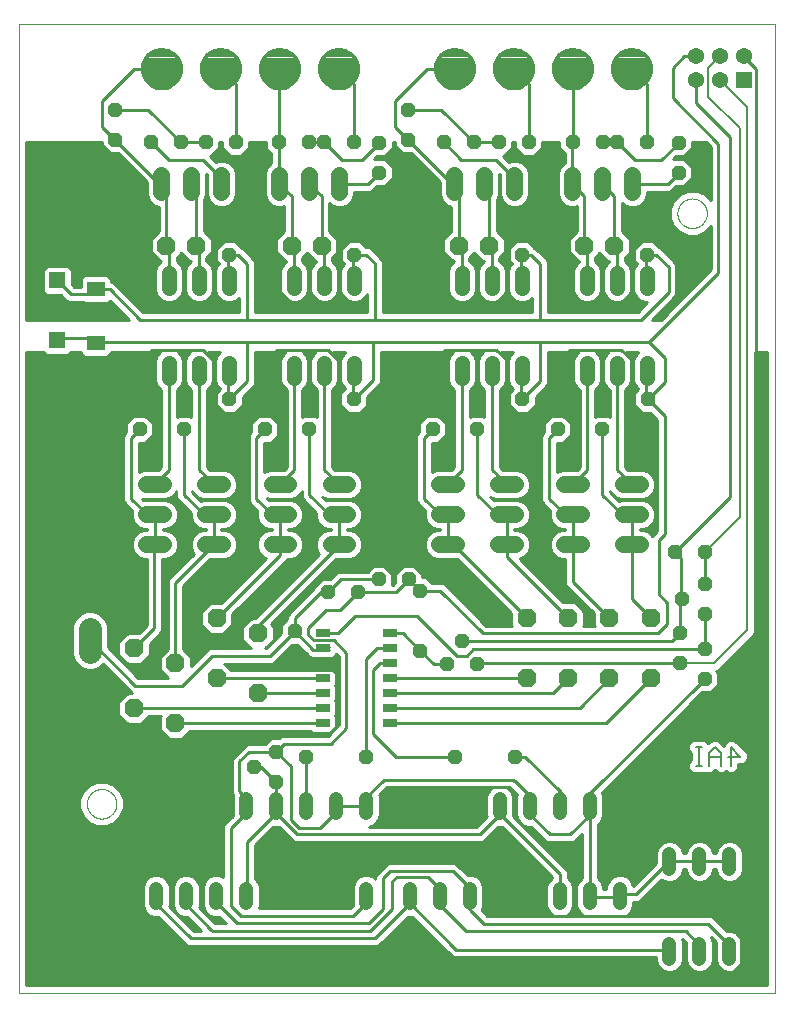
<source format=gbl>
G75*
%MOIN*%
%OFA0B0*%
%FSLAX25Y25*%
%IPPOS*%
%LPD*%
%AMOC8*
5,1,8,0,0,1.08239X$1,22.5*
%
%ADD10C,0.00000*%
%ADD11C,0.00700*%
%ADD12OC8,0.04800*%
%ADD13OC8,0.06300*%
%ADD14C,0.05118*%
%ADD15R,0.05400X0.05400*%
%ADD16C,0.05400*%
%ADD17C,0.05600*%
%ADD18C,0.04800*%
%ADD19C,0.07677*%
%ADD20R,0.05500X0.05500*%
%ADD21R,0.05000X0.02500*%
%ADD22C,0.07677*%
%ADD23R,0.05906X0.05118*%
%ADD24C,0.01000*%
%ADD25C,0.00800*%
%ADD26C,0.01378*%
D10*
X0001500Y0001500D02*
X0001500Y0324335D01*
X0253469Y0324335D01*
X0253469Y0001500D01*
X0001500Y0001500D01*
X0024138Y0064492D02*
X0024140Y0064632D01*
X0024146Y0064772D01*
X0024156Y0064911D01*
X0024170Y0065050D01*
X0024188Y0065189D01*
X0024209Y0065327D01*
X0024235Y0065465D01*
X0024265Y0065602D01*
X0024298Y0065737D01*
X0024336Y0065872D01*
X0024377Y0066006D01*
X0024422Y0066139D01*
X0024470Y0066270D01*
X0024523Y0066399D01*
X0024579Y0066528D01*
X0024638Y0066654D01*
X0024702Y0066779D01*
X0024768Y0066902D01*
X0024839Y0067023D01*
X0024912Y0067142D01*
X0024989Y0067259D01*
X0025070Y0067373D01*
X0025153Y0067485D01*
X0025240Y0067595D01*
X0025330Y0067703D01*
X0025422Y0067807D01*
X0025518Y0067909D01*
X0025617Y0068009D01*
X0025718Y0068105D01*
X0025822Y0068199D01*
X0025929Y0068289D01*
X0026038Y0068376D01*
X0026150Y0068461D01*
X0026264Y0068542D01*
X0026380Y0068620D01*
X0026498Y0068694D01*
X0026619Y0068765D01*
X0026741Y0068833D01*
X0026866Y0068897D01*
X0026992Y0068958D01*
X0027119Y0069015D01*
X0027249Y0069068D01*
X0027380Y0069118D01*
X0027512Y0069163D01*
X0027645Y0069206D01*
X0027780Y0069244D01*
X0027915Y0069278D01*
X0028052Y0069309D01*
X0028189Y0069336D01*
X0028327Y0069358D01*
X0028466Y0069377D01*
X0028605Y0069392D01*
X0028744Y0069403D01*
X0028884Y0069410D01*
X0029024Y0069413D01*
X0029164Y0069412D01*
X0029304Y0069407D01*
X0029443Y0069398D01*
X0029583Y0069385D01*
X0029722Y0069368D01*
X0029860Y0069347D01*
X0029998Y0069323D01*
X0030135Y0069294D01*
X0030271Y0069262D01*
X0030406Y0069225D01*
X0030540Y0069185D01*
X0030673Y0069141D01*
X0030804Y0069093D01*
X0030934Y0069042D01*
X0031063Y0068987D01*
X0031190Y0068928D01*
X0031315Y0068865D01*
X0031438Y0068800D01*
X0031560Y0068730D01*
X0031679Y0068657D01*
X0031797Y0068581D01*
X0031912Y0068502D01*
X0032025Y0068419D01*
X0032135Y0068333D01*
X0032243Y0068244D01*
X0032348Y0068152D01*
X0032451Y0068057D01*
X0032551Y0067959D01*
X0032648Y0067859D01*
X0032742Y0067755D01*
X0032834Y0067649D01*
X0032922Y0067541D01*
X0033007Y0067430D01*
X0033089Y0067316D01*
X0033168Y0067200D01*
X0033243Y0067083D01*
X0033315Y0066963D01*
X0033383Y0066841D01*
X0033448Y0066717D01*
X0033510Y0066591D01*
X0033568Y0066464D01*
X0033622Y0066335D01*
X0033673Y0066204D01*
X0033719Y0066072D01*
X0033762Y0065939D01*
X0033802Y0065805D01*
X0033837Y0065670D01*
X0033869Y0065533D01*
X0033896Y0065396D01*
X0033920Y0065258D01*
X0033940Y0065120D01*
X0033956Y0064981D01*
X0033968Y0064841D01*
X0033976Y0064702D01*
X0033980Y0064562D01*
X0033980Y0064422D01*
X0033976Y0064282D01*
X0033968Y0064143D01*
X0033956Y0064003D01*
X0033940Y0063864D01*
X0033920Y0063726D01*
X0033896Y0063588D01*
X0033869Y0063451D01*
X0033837Y0063314D01*
X0033802Y0063179D01*
X0033762Y0063045D01*
X0033719Y0062912D01*
X0033673Y0062780D01*
X0033622Y0062649D01*
X0033568Y0062520D01*
X0033510Y0062393D01*
X0033448Y0062267D01*
X0033383Y0062143D01*
X0033315Y0062021D01*
X0033243Y0061901D01*
X0033168Y0061784D01*
X0033089Y0061668D01*
X0033007Y0061554D01*
X0032922Y0061443D01*
X0032834Y0061335D01*
X0032742Y0061229D01*
X0032648Y0061125D01*
X0032551Y0061025D01*
X0032451Y0060927D01*
X0032348Y0060832D01*
X0032243Y0060740D01*
X0032135Y0060651D01*
X0032025Y0060565D01*
X0031912Y0060482D01*
X0031797Y0060403D01*
X0031679Y0060327D01*
X0031560Y0060254D01*
X0031438Y0060184D01*
X0031315Y0060119D01*
X0031190Y0060056D01*
X0031063Y0059997D01*
X0030934Y0059942D01*
X0030804Y0059891D01*
X0030673Y0059843D01*
X0030540Y0059799D01*
X0030406Y0059759D01*
X0030271Y0059722D01*
X0030135Y0059690D01*
X0029998Y0059661D01*
X0029860Y0059637D01*
X0029722Y0059616D01*
X0029583Y0059599D01*
X0029443Y0059586D01*
X0029304Y0059577D01*
X0029164Y0059572D01*
X0029024Y0059571D01*
X0028884Y0059574D01*
X0028744Y0059581D01*
X0028605Y0059592D01*
X0028466Y0059607D01*
X0028327Y0059626D01*
X0028189Y0059648D01*
X0028052Y0059675D01*
X0027915Y0059706D01*
X0027780Y0059740D01*
X0027645Y0059778D01*
X0027512Y0059821D01*
X0027380Y0059866D01*
X0027249Y0059916D01*
X0027119Y0059969D01*
X0026992Y0060026D01*
X0026866Y0060087D01*
X0026741Y0060151D01*
X0026619Y0060219D01*
X0026498Y0060290D01*
X0026380Y0060364D01*
X0026264Y0060442D01*
X0026150Y0060523D01*
X0026038Y0060608D01*
X0025929Y0060695D01*
X0025822Y0060785D01*
X0025718Y0060879D01*
X0025617Y0060975D01*
X0025518Y0061075D01*
X0025422Y0061177D01*
X0025330Y0061281D01*
X0025240Y0061389D01*
X0025153Y0061499D01*
X0025070Y0061611D01*
X0024989Y0061725D01*
X0024912Y0061842D01*
X0024839Y0061961D01*
X0024768Y0062082D01*
X0024702Y0062205D01*
X0024638Y0062330D01*
X0024579Y0062456D01*
X0024523Y0062585D01*
X0024470Y0062714D01*
X0024422Y0062845D01*
X0024377Y0062978D01*
X0024336Y0063112D01*
X0024298Y0063247D01*
X0024265Y0063382D01*
X0024235Y0063519D01*
X0024209Y0063657D01*
X0024188Y0063795D01*
X0024170Y0063934D01*
X0024156Y0064073D01*
X0024146Y0064212D01*
X0024140Y0064352D01*
X0024138Y0064492D01*
X0220988Y0261343D02*
X0220990Y0261483D01*
X0220996Y0261623D01*
X0221006Y0261762D01*
X0221020Y0261901D01*
X0221038Y0262040D01*
X0221059Y0262178D01*
X0221085Y0262316D01*
X0221115Y0262453D01*
X0221148Y0262588D01*
X0221186Y0262723D01*
X0221227Y0262857D01*
X0221272Y0262990D01*
X0221320Y0263121D01*
X0221373Y0263250D01*
X0221429Y0263379D01*
X0221488Y0263505D01*
X0221552Y0263630D01*
X0221618Y0263753D01*
X0221689Y0263874D01*
X0221762Y0263993D01*
X0221839Y0264110D01*
X0221920Y0264224D01*
X0222003Y0264336D01*
X0222090Y0264446D01*
X0222180Y0264554D01*
X0222272Y0264658D01*
X0222368Y0264760D01*
X0222467Y0264860D01*
X0222568Y0264956D01*
X0222672Y0265050D01*
X0222779Y0265140D01*
X0222888Y0265227D01*
X0223000Y0265312D01*
X0223114Y0265393D01*
X0223230Y0265471D01*
X0223348Y0265545D01*
X0223469Y0265616D01*
X0223591Y0265684D01*
X0223716Y0265748D01*
X0223842Y0265809D01*
X0223969Y0265866D01*
X0224099Y0265919D01*
X0224230Y0265969D01*
X0224362Y0266014D01*
X0224495Y0266057D01*
X0224630Y0266095D01*
X0224765Y0266129D01*
X0224902Y0266160D01*
X0225039Y0266187D01*
X0225177Y0266209D01*
X0225316Y0266228D01*
X0225455Y0266243D01*
X0225594Y0266254D01*
X0225734Y0266261D01*
X0225874Y0266264D01*
X0226014Y0266263D01*
X0226154Y0266258D01*
X0226293Y0266249D01*
X0226433Y0266236D01*
X0226572Y0266219D01*
X0226710Y0266198D01*
X0226848Y0266174D01*
X0226985Y0266145D01*
X0227121Y0266113D01*
X0227256Y0266076D01*
X0227390Y0266036D01*
X0227523Y0265992D01*
X0227654Y0265944D01*
X0227784Y0265893D01*
X0227913Y0265838D01*
X0228040Y0265779D01*
X0228165Y0265716D01*
X0228288Y0265651D01*
X0228410Y0265581D01*
X0228529Y0265508D01*
X0228647Y0265432D01*
X0228762Y0265353D01*
X0228875Y0265270D01*
X0228985Y0265184D01*
X0229093Y0265095D01*
X0229198Y0265003D01*
X0229301Y0264908D01*
X0229401Y0264810D01*
X0229498Y0264710D01*
X0229592Y0264606D01*
X0229684Y0264500D01*
X0229772Y0264392D01*
X0229857Y0264281D01*
X0229939Y0264167D01*
X0230018Y0264051D01*
X0230093Y0263934D01*
X0230165Y0263814D01*
X0230233Y0263692D01*
X0230298Y0263568D01*
X0230360Y0263442D01*
X0230418Y0263315D01*
X0230472Y0263186D01*
X0230523Y0263055D01*
X0230569Y0262923D01*
X0230612Y0262790D01*
X0230652Y0262656D01*
X0230687Y0262521D01*
X0230719Y0262384D01*
X0230746Y0262247D01*
X0230770Y0262109D01*
X0230790Y0261971D01*
X0230806Y0261832D01*
X0230818Y0261692D01*
X0230826Y0261553D01*
X0230830Y0261413D01*
X0230830Y0261273D01*
X0230826Y0261133D01*
X0230818Y0260994D01*
X0230806Y0260854D01*
X0230790Y0260715D01*
X0230770Y0260577D01*
X0230746Y0260439D01*
X0230719Y0260302D01*
X0230687Y0260165D01*
X0230652Y0260030D01*
X0230612Y0259896D01*
X0230569Y0259763D01*
X0230523Y0259631D01*
X0230472Y0259500D01*
X0230418Y0259371D01*
X0230360Y0259244D01*
X0230298Y0259118D01*
X0230233Y0258994D01*
X0230165Y0258872D01*
X0230093Y0258752D01*
X0230018Y0258635D01*
X0229939Y0258519D01*
X0229857Y0258405D01*
X0229772Y0258294D01*
X0229684Y0258186D01*
X0229592Y0258080D01*
X0229498Y0257976D01*
X0229401Y0257876D01*
X0229301Y0257778D01*
X0229198Y0257683D01*
X0229093Y0257591D01*
X0228985Y0257502D01*
X0228875Y0257416D01*
X0228762Y0257333D01*
X0228647Y0257254D01*
X0228529Y0257178D01*
X0228410Y0257105D01*
X0228288Y0257035D01*
X0228165Y0256970D01*
X0228040Y0256907D01*
X0227913Y0256848D01*
X0227784Y0256793D01*
X0227654Y0256742D01*
X0227523Y0256694D01*
X0227390Y0256650D01*
X0227256Y0256610D01*
X0227121Y0256573D01*
X0226985Y0256541D01*
X0226848Y0256512D01*
X0226710Y0256488D01*
X0226572Y0256467D01*
X0226433Y0256450D01*
X0226293Y0256437D01*
X0226154Y0256428D01*
X0226014Y0256423D01*
X0225874Y0256422D01*
X0225734Y0256425D01*
X0225594Y0256432D01*
X0225455Y0256443D01*
X0225316Y0256458D01*
X0225177Y0256477D01*
X0225039Y0256499D01*
X0224902Y0256526D01*
X0224765Y0256557D01*
X0224630Y0256591D01*
X0224495Y0256629D01*
X0224362Y0256672D01*
X0224230Y0256717D01*
X0224099Y0256767D01*
X0223969Y0256820D01*
X0223842Y0256877D01*
X0223716Y0256938D01*
X0223591Y0257002D01*
X0223469Y0257070D01*
X0223348Y0257141D01*
X0223230Y0257215D01*
X0223114Y0257293D01*
X0223000Y0257374D01*
X0222888Y0257459D01*
X0222779Y0257546D01*
X0222672Y0257636D01*
X0222568Y0257730D01*
X0222467Y0257826D01*
X0222368Y0257926D01*
X0222272Y0258028D01*
X0222180Y0258132D01*
X0222090Y0258240D01*
X0222003Y0258350D01*
X0221920Y0258462D01*
X0221839Y0258576D01*
X0221762Y0258693D01*
X0221689Y0258812D01*
X0221618Y0258933D01*
X0221552Y0259056D01*
X0221488Y0259181D01*
X0221429Y0259307D01*
X0221373Y0259436D01*
X0221320Y0259565D01*
X0221272Y0259696D01*
X0221227Y0259829D01*
X0221186Y0259963D01*
X0221148Y0260098D01*
X0221115Y0260233D01*
X0221085Y0260370D01*
X0221059Y0260508D01*
X0221038Y0260646D01*
X0221020Y0260785D01*
X0221006Y0260924D01*
X0220996Y0261063D01*
X0220990Y0261203D01*
X0220988Y0261343D01*
D11*
X0227035Y0083396D02*
X0229136Y0083396D01*
X0228086Y0083396D02*
X0228086Y0077090D01*
X0229136Y0077090D02*
X0227035Y0077090D01*
X0231378Y0077090D02*
X0231378Y0081294D01*
X0233480Y0083396D01*
X0235582Y0081294D01*
X0235582Y0077090D01*
X0235582Y0080243D02*
X0231378Y0080243D01*
X0237824Y0080243D02*
X0242027Y0080243D01*
X0238875Y0083396D01*
X0238875Y0077090D01*
D12*
X0230043Y0106106D03*
X0222012Y0111382D03*
X0230043Y0116106D03*
X0222012Y0121382D03*
X0230043Y0127799D03*
X0222543Y0132799D03*
X0230043Y0137799D03*
X0230122Y0148350D03*
X0220122Y0148350D03*
X0211067Y0189413D03*
X0211067Y0199413D03*
X0195988Y0199413D03*
X0195988Y0189413D03*
X0181146Y0189413D03*
X0181146Y0199413D03*
X0169335Y0199413D03*
X0169335Y0189413D03*
X0154256Y0189413D03*
X0154256Y0199413D03*
X0139413Y0199413D03*
X0139413Y0189413D03*
X0113193Y0189413D03*
X0113193Y0199413D03*
X0098350Y0199413D03*
X0098350Y0189413D03*
X0083508Y0189413D03*
X0083508Y0199413D03*
X0071579Y0199413D03*
X0071579Y0189413D03*
X0056618Y0189413D03*
X0056618Y0199413D03*
X0041776Y0199413D03*
X0041776Y0189413D03*
X0071579Y0247484D03*
X0071579Y0257484D03*
X0073823Y0284965D03*
X0063823Y0284965D03*
X0055516Y0284965D03*
X0045516Y0284965D03*
X0033587Y0285870D03*
X0033587Y0295870D03*
X0088232Y0284965D03*
X0098232Y0284965D03*
X0103193Y0284965D03*
X0113193Y0284965D03*
X0121579Y0284846D03*
X0121579Y0274846D03*
X0131224Y0285870D03*
X0131224Y0295870D03*
X0143154Y0284965D03*
X0153154Y0284965D03*
X0161461Y0284965D03*
X0171461Y0284965D03*
X0186106Y0284965D03*
X0196106Y0284965D03*
X0200831Y0284965D03*
X0210831Y0284965D03*
X0221382Y0284846D03*
X0221382Y0274846D03*
X0210949Y0257484D03*
X0210949Y0247484D03*
X0169217Y0247484D03*
X0169217Y0257484D03*
X0113311Y0257484D03*
X0113311Y0247484D03*
X0121500Y0139295D03*
X0114413Y0134965D03*
X0104413Y0134965D03*
X0093429Y0122091D03*
X0093429Y0112091D03*
X0087327Y0081894D03*
X0079925Y0076894D03*
X0087327Y0071894D03*
X0097209Y0080240D03*
X0117209Y0080240D03*
X0135358Y0115476D03*
X0144138Y0111106D03*
X0149138Y0118606D03*
X0154138Y0111106D03*
X0135358Y0135476D03*
X0131500Y0139295D03*
X0147012Y0080240D03*
X0167012Y0080240D03*
X0069925Y0076894D03*
D13*
X0053665Y0091303D03*
X0067445Y0106303D03*
X0081224Y0101343D03*
X0081224Y0121343D03*
X0067445Y0126303D03*
X0053665Y0111303D03*
X0039886Y0116264D03*
X0039886Y0096264D03*
X0050634Y0250516D03*
X0060634Y0250516D03*
X0092366Y0250516D03*
X0102366Y0250516D03*
X0148272Y0250516D03*
X0158272Y0250516D03*
X0190004Y0250516D03*
X0200004Y0250516D03*
X0198350Y0126382D03*
X0184571Y0126382D03*
X0170791Y0126382D03*
X0170791Y0106382D03*
X0184571Y0106382D03*
X0198350Y0106382D03*
X0212130Y0106382D03*
X0212130Y0126382D03*
D14*
X0210988Y0206382D02*
X0210988Y0211500D01*
X0200988Y0211500D02*
X0200988Y0206382D01*
X0190988Y0206382D02*
X0190988Y0211500D01*
X0180988Y0211500D02*
X0180988Y0206382D01*
X0169256Y0206382D02*
X0169256Y0211500D01*
X0159256Y0211500D02*
X0159256Y0206382D01*
X0149256Y0206382D02*
X0149256Y0211500D01*
X0139256Y0211500D02*
X0139256Y0206382D01*
X0139256Y0236382D02*
X0139256Y0241500D01*
X0149256Y0241500D02*
X0149256Y0236382D01*
X0159256Y0236382D02*
X0159256Y0241500D01*
X0169256Y0241500D02*
X0169256Y0236382D01*
X0180988Y0236382D02*
X0180988Y0241500D01*
X0190988Y0241500D02*
X0190988Y0236382D01*
X0200988Y0236382D02*
X0200988Y0241500D01*
X0210988Y0241500D02*
X0210988Y0236382D01*
X0113350Y0236382D02*
X0113350Y0241500D01*
X0103350Y0241500D02*
X0103350Y0236382D01*
X0093350Y0236382D02*
X0093350Y0241500D01*
X0083350Y0241500D02*
X0083350Y0236382D01*
X0071618Y0236382D02*
X0071618Y0241500D01*
X0061618Y0241500D02*
X0061618Y0236382D01*
X0051618Y0236382D02*
X0051618Y0241500D01*
X0041618Y0241500D02*
X0041618Y0236382D01*
X0041618Y0211500D02*
X0041618Y0206382D01*
X0051618Y0206382D02*
X0051618Y0211500D01*
X0061618Y0211500D02*
X0061618Y0206382D01*
X0071618Y0206382D02*
X0071618Y0211500D01*
X0083350Y0211500D02*
X0083350Y0206382D01*
X0093350Y0206382D02*
X0093350Y0211500D01*
X0103350Y0211500D02*
X0103350Y0206382D01*
X0113350Y0206382D02*
X0113350Y0211500D01*
D15*
X0243035Y0305831D03*
D16*
X0243035Y0313705D03*
X0235161Y0313705D03*
X0235161Y0305831D03*
X0227287Y0305831D03*
X0227287Y0313705D03*
D17*
X0205988Y0273985D02*
X0205988Y0268385D01*
X0195988Y0268385D02*
X0195988Y0273985D01*
X0185988Y0273985D02*
X0185988Y0268385D01*
X0166618Y0268385D02*
X0166618Y0273985D01*
X0156618Y0273985D02*
X0156618Y0268385D01*
X0146618Y0268385D02*
X0146618Y0273985D01*
X0108350Y0273985D02*
X0108350Y0268385D01*
X0098350Y0268385D02*
X0098350Y0273985D01*
X0088350Y0273985D02*
X0088350Y0268385D01*
X0068980Y0268385D02*
X0068980Y0273985D01*
X0058980Y0273985D02*
X0058980Y0268385D01*
X0048980Y0268385D02*
X0048980Y0273985D01*
X0049576Y0170949D02*
X0043976Y0170949D01*
X0043976Y0160949D02*
X0049576Y0160949D01*
X0049576Y0150949D02*
X0043976Y0150949D01*
X0063661Y0150949D02*
X0069261Y0150949D01*
X0069261Y0160949D02*
X0063661Y0160949D01*
X0063661Y0170949D02*
X0069261Y0170949D01*
X0085708Y0170949D02*
X0091308Y0170949D01*
X0091308Y0160949D02*
X0085708Y0160949D01*
X0085708Y0150949D02*
X0091308Y0150949D01*
X0105393Y0150949D02*
X0110993Y0150949D01*
X0110993Y0160949D02*
X0105393Y0160949D01*
X0105393Y0170949D02*
X0110993Y0170949D01*
X0141613Y0170949D02*
X0147213Y0170949D01*
X0147213Y0160949D02*
X0141613Y0160949D01*
X0141613Y0150949D02*
X0147213Y0150949D01*
X0161298Y0150949D02*
X0166898Y0150949D01*
X0166898Y0160949D02*
X0161298Y0160949D01*
X0161298Y0170949D02*
X0166898Y0170949D01*
X0183346Y0170949D02*
X0188946Y0170949D01*
X0188946Y0160949D02*
X0183346Y0160949D01*
X0183346Y0150949D02*
X0188946Y0150949D01*
X0203031Y0150949D02*
X0208631Y0150949D01*
X0208631Y0160949D02*
X0203031Y0160949D01*
X0203031Y0170949D02*
X0208631Y0170949D01*
D18*
X0201854Y0066144D02*
X0201854Y0061344D01*
X0191854Y0061344D02*
X0191854Y0066144D01*
X0181854Y0066144D02*
X0181854Y0061344D01*
X0171854Y0061344D02*
X0171854Y0066144D01*
X0161854Y0066144D02*
X0161854Y0061344D01*
X0151854Y0061344D02*
X0151854Y0066144D01*
X0141854Y0066144D02*
X0141854Y0061344D01*
X0131854Y0061344D02*
X0131854Y0066144D01*
X0117209Y0066144D02*
X0117209Y0061344D01*
X0107209Y0061344D02*
X0107209Y0066144D01*
X0097209Y0066144D02*
X0097209Y0061344D01*
X0087209Y0061344D02*
X0087209Y0066144D01*
X0077209Y0066144D02*
X0077209Y0061344D01*
X0067209Y0061344D02*
X0067209Y0066144D01*
X0057209Y0066144D02*
X0057209Y0061344D01*
X0047209Y0061344D02*
X0047209Y0066144D01*
X0047209Y0036144D02*
X0047209Y0031344D01*
X0057209Y0031344D02*
X0057209Y0036144D01*
X0067209Y0036144D02*
X0067209Y0031344D01*
X0077209Y0031344D02*
X0077209Y0036144D01*
X0087209Y0036144D02*
X0087209Y0031344D01*
X0097209Y0031344D02*
X0097209Y0036144D01*
X0107209Y0036144D02*
X0107209Y0031344D01*
X0117209Y0031344D02*
X0117209Y0036144D01*
X0131854Y0036144D02*
X0131854Y0031344D01*
X0141854Y0031344D02*
X0141854Y0036144D01*
X0151854Y0036144D02*
X0151854Y0031344D01*
X0161854Y0031344D02*
X0161854Y0036144D01*
X0171854Y0036144D02*
X0171854Y0031344D01*
X0181854Y0031344D02*
X0181854Y0036144D01*
X0191854Y0036144D02*
X0191854Y0031344D01*
X0201854Y0031344D02*
X0201854Y0036144D01*
X0218272Y0042840D02*
X0218272Y0047640D01*
X0228272Y0047640D02*
X0228272Y0042840D01*
X0238272Y0042840D02*
X0238272Y0047640D01*
X0238272Y0017640D02*
X0238272Y0012840D01*
X0228272Y0012840D02*
X0228272Y0017640D01*
X0218272Y0017640D02*
X0218272Y0012840D01*
D19*
X0205831Y0309374D03*
X0186146Y0309374D03*
X0166461Y0309374D03*
X0146776Y0309374D03*
X0108193Y0309374D03*
X0088508Y0309374D03*
X0068823Y0309374D03*
X0049138Y0309374D03*
D20*
X0014217Y0238941D03*
X0014217Y0228941D03*
X0014217Y0218941D03*
X0014217Y0208941D03*
D21*
X0102760Y0121461D03*
X0102760Y0116461D03*
X0102760Y0111461D03*
X0102760Y0106461D03*
X0102760Y0101461D03*
X0102760Y0096461D03*
X0102760Y0091461D03*
X0125358Y0091461D03*
X0125358Y0096461D03*
X0125358Y0101461D03*
X0125358Y0106461D03*
X0125358Y0111461D03*
X0125358Y0116461D03*
X0125358Y0121461D03*
D22*
X0025122Y0122858D02*
X0025122Y0115181D01*
X0025122Y0097268D02*
X0025122Y0089591D01*
D23*
X0027091Y0210752D03*
X0027091Y0218232D03*
X0027091Y0235949D03*
X0027091Y0243429D03*
D24*
X0026264Y0243429D01*
X0024728Y0244965D01*
X0012165Y0244965D01*
X0009500Y0242300D01*
X0009500Y0233500D01*
X0013500Y0229500D01*
X0014217Y0228941D01*
X0017389Y0232091D02*
X0018345Y0231695D01*
X0022862Y0231695D01*
X0023268Y0231290D01*
X0030913Y0231290D01*
X0031835Y0232212D01*
X0038138Y0225909D01*
X0004000Y0225909D01*
X0004000Y0284965D01*
X0029087Y0284965D01*
X0029087Y0284006D01*
X0031723Y0281370D01*
X0034410Y0281370D01*
X0044080Y0271699D01*
X0044080Y0267410D01*
X0044826Y0265609D01*
X0046205Y0264231D01*
X0048006Y0263485D01*
X0048034Y0263485D01*
X0048034Y0255340D01*
X0045384Y0252690D01*
X0045384Y0248341D01*
X0048459Y0245266D01*
X0048795Y0245266D01*
X0047668Y0244139D01*
X0046959Y0242427D01*
X0046959Y0235455D01*
X0047668Y0233743D01*
X0048979Y0232432D01*
X0050691Y0231723D01*
X0052545Y0231723D01*
X0054257Y0232432D01*
X0055568Y0233743D01*
X0056277Y0235455D01*
X0056277Y0242427D01*
X0055568Y0244139D01*
X0054257Y0245450D01*
X0054061Y0245531D01*
X0054061Y0246518D01*
X0055634Y0248091D01*
X0058459Y0245266D01*
X0058795Y0245266D01*
X0057668Y0244139D01*
X0056959Y0242427D01*
X0056959Y0235455D01*
X0057668Y0233743D01*
X0058979Y0232432D01*
X0060691Y0231723D01*
X0062545Y0231723D01*
X0064257Y0232432D01*
X0065568Y0233743D01*
X0066277Y0235455D01*
X0066277Y0242427D01*
X0065568Y0244139D01*
X0064257Y0245450D01*
X0064021Y0245547D01*
X0064021Y0246479D01*
X0065884Y0248341D01*
X0065884Y0252690D01*
X0063234Y0255340D01*
X0063234Y0265850D01*
X0063880Y0267410D01*
X0063880Y0274498D01*
X0064080Y0274298D01*
X0064080Y0267410D01*
X0064826Y0265609D01*
X0066205Y0264231D01*
X0068006Y0263485D01*
X0069955Y0263485D01*
X0071756Y0264231D01*
X0073134Y0265609D01*
X0073880Y0267410D01*
X0073880Y0274960D01*
X0073134Y0276761D01*
X0071756Y0278139D01*
X0069955Y0278885D01*
X0068006Y0278885D01*
X0067186Y0278546D01*
X0065267Y0280465D01*
X0065687Y0280465D01*
X0068323Y0283101D01*
X0068323Y0284965D01*
X0069323Y0284965D01*
X0069323Y0283101D01*
X0071959Y0280465D01*
X0075687Y0280465D01*
X0078323Y0283101D01*
X0078323Y0284965D01*
X0083732Y0284965D01*
X0083732Y0283101D01*
X0085632Y0281201D01*
X0085632Y0278163D01*
X0085575Y0278139D01*
X0084196Y0276761D01*
X0083450Y0274960D01*
X0083450Y0267410D01*
X0084196Y0265609D01*
X0085575Y0264231D01*
X0087376Y0263485D01*
X0089325Y0263485D01*
X0089766Y0263668D01*
X0089766Y0255340D01*
X0087116Y0252690D01*
X0087116Y0248341D01*
X0090192Y0245266D01*
X0090527Y0245266D01*
X0089401Y0244139D01*
X0088691Y0242427D01*
X0088691Y0235455D01*
X0089401Y0233743D01*
X0090711Y0232432D01*
X0092424Y0231723D01*
X0094277Y0231723D01*
X0095990Y0232432D01*
X0097300Y0233743D01*
X0098009Y0235455D01*
X0098009Y0242427D01*
X0097300Y0244139D01*
X0095990Y0245450D01*
X0095754Y0245547D01*
X0095754Y0246479D01*
X0097366Y0248091D01*
X0100192Y0245266D01*
X0100527Y0245266D01*
X0099401Y0244139D01*
X0098691Y0242427D01*
X0098691Y0235455D01*
X0099401Y0233743D01*
X0100711Y0232432D01*
X0102424Y0231723D01*
X0104277Y0231723D01*
X0105990Y0232432D01*
X0107300Y0233743D01*
X0108009Y0235455D01*
X0108009Y0242427D01*
X0107300Y0244139D01*
X0105990Y0245450D01*
X0105793Y0245531D01*
X0105793Y0246518D01*
X0107616Y0248341D01*
X0107616Y0252690D01*
X0104966Y0255340D01*
X0104966Y0264840D01*
X0105575Y0264231D01*
X0107376Y0263485D01*
X0109325Y0263485D01*
X0111126Y0264231D01*
X0112504Y0265609D01*
X0113250Y0267410D01*
X0113250Y0268585D01*
X0118434Y0268585D01*
X0119390Y0268981D01*
X0120756Y0270346D01*
X0123443Y0270346D01*
X0126079Y0272982D01*
X0126079Y0276710D01*
X0123443Y0279346D01*
X0119756Y0279346D01*
X0120756Y0280346D01*
X0123443Y0280346D01*
X0126079Y0282982D01*
X0126079Y0284965D01*
X0126724Y0284965D01*
X0126724Y0284006D01*
X0129360Y0281370D01*
X0132047Y0281370D01*
X0141718Y0271699D01*
X0141718Y0267410D01*
X0142464Y0265609D01*
X0143842Y0264231D01*
X0145643Y0263485D01*
X0145672Y0263485D01*
X0145672Y0255340D01*
X0143022Y0252690D01*
X0143022Y0248341D01*
X0146097Y0245266D01*
X0146433Y0245266D01*
X0145306Y0244139D01*
X0144597Y0242427D01*
X0144597Y0235455D01*
X0145306Y0233743D01*
X0146617Y0232432D01*
X0148329Y0231723D01*
X0150183Y0231723D01*
X0151895Y0232432D01*
X0153206Y0233743D01*
X0153915Y0235455D01*
X0153915Y0242427D01*
X0153206Y0244139D01*
X0151895Y0245450D01*
X0151698Y0245531D01*
X0151698Y0246518D01*
X0153272Y0248091D01*
X0156097Y0245266D01*
X0156433Y0245266D01*
X0155306Y0244139D01*
X0154597Y0242427D01*
X0154597Y0235455D01*
X0155306Y0233743D01*
X0156617Y0232432D01*
X0158329Y0231723D01*
X0160183Y0231723D01*
X0161895Y0232432D01*
X0163206Y0233743D01*
X0163915Y0235455D01*
X0163915Y0242427D01*
X0163206Y0244139D01*
X0161895Y0245450D01*
X0161659Y0245547D01*
X0161659Y0246479D01*
X0163522Y0248341D01*
X0163522Y0252690D01*
X0160872Y0255340D01*
X0160872Y0265850D01*
X0161518Y0267410D01*
X0161518Y0274498D01*
X0161718Y0274298D01*
X0161718Y0267410D01*
X0162464Y0265609D01*
X0163842Y0264231D01*
X0165643Y0263485D01*
X0167593Y0263485D01*
X0169394Y0264231D01*
X0170772Y0265609D01*
X0171518Y0267410D01*
X0171518Y0274960D01*
X0170772Y0276761D01*
X0169394Y0278139D01*
X0167593Y0278885D01*
X0165643Y0278885D01*
X0164824Y0278546D01*
X0162905Y0280465D01*
X0163325Y0280465D01*
X0165961Y0283101D01*
X0165961Y0284965D01*
X0166961Y0284965D01*
X0166961Y0283101D01*
X0169597Y0280465D01*
X0173325Y0280465D01*
X0175961Y0283101D01*
X0175961Y0284965D01*
X0181606Y0284965D01*
X0181606Y0283101D01*
X0183388Y0281319D01*
X0183388Y0278212D01*
X0183213Y0278139D01*
X0181834Y0276761D01*
X0181088Y0274960D01*
X0181088Y0267410D01*
X0181834Y0265609D01*
X0183213Y0264231D01*
X0185014Y0263485D01*
X0186963Y0263485D01*
X0187404Y0263668D01*
X0187404Y0255340D01*
X0184754Y0252690D01*
X0184754Y0248341D01*
X0187829Y0245266D01*
X0188165Y0245266D01*
X0187038Y0244139D01*
X0186329Y0242427D01*
X0186329Y0235455D01*
X0187038Y0233743D01*
X0188349Y0232432D01*
X0190061Y0231723D01*
X0191915Y0231723D01*
X0193627Y0232432D01*
X0194938Y0233743D01*
X0195647Y0235455D01*
X0195647Y0242427D01*
X0194938Y0244139D01*
X0193627Y0245450D01*
X0193391Y0245547D01*
X0193391Y0246479D01*
X0195004Y0248091D01*
X0197829Y0245266D01*
X0198165Y0245266D01*
X0197038Y0244139D01*
X0196329Y0242427D01*
X0196329Y0235455D01*
X0197038Y0233743D01*
X0198349Y0232432D01*
X0200061Y0231723D01*
X0201915Y0231723D01*
X0203627Y0232432D01*
X0204938Y0233743D01*
X0205647Y0235455D01*
X0205647Y0242427D01*
X0204938Y0244139D01*
X0203627Y0245450D01*
X0203431Y0245531D01*
X0203431Y0246518D01*
X0205254Y0248341D01*
X0205254Y0252690D01*
X0202604Y0255340D01*
X0202604Y0264840D01*
X0203213Y0264231D01*
X0205014Y0263485D01*
X0206963Y0263485D01*
X0208764Y0264231D01*
X0210142Y0265609D01*
X0210888Y0267410D01*
X0210888Y0268585D01*
X0218238Y0268585D01*
X0219193Y0268981D01*
X0220559Y0270346D01*
X0223246Y0270346D01*
X0225882Y0272982D01*
X0225882Y0276710D01*
X0223246Y0279346D01*
X0219559Y0279346D01*
X0220559Y0280346D01*
X0223246Y0280346D01*
X0225882Y0282982D01*
X0225882Y0284965D01*
X0230540Y0284965D01*
X0232089Y0283415D01*
X0232089Y0265658D01*
X0230113Y0267634D01*
X0227386Y0268764D01*
X0224433Y0268764D01*
X0221706Y0267634D01*
X0219618Y0265546D01*
X0218488Y0262819D01*
X0218488Y0259866D01*
X0219618Y0257139D01*
X0221706Y0255051D01*
X0224433Y0253921D01*
X0227386Y0253921D01*
X0230113Y0255051D01*
X0232089Y0257027D01*
X0232089Y0242616D01*
X0215382Y0225909D01*
X0212539Y0225909D01*
X0220240Y0233610D01*
X0220635Y0234565D01*
X0220635Y0243946D01*
X0220240Y0244902D01*
X0216184Y0248957D01*
X0215453Y0249688D01*
X0214865Y0249932D01*
X0212813Y0251984D01*
X0209085Y0251984D01*
X0206449Y0249348D01*
X0206449Y0245620D01*
X0207484Y0244585D01*
X0207038Y0244139D01*
X0206329Y0242427D01*
X0206329Y0235455D01*
X0207038Y0233743D01*
X0208349Y0232432D01*
X0210061Y0231723D01*
X0210999Y0231723D01*
X0207785Y0228509D01*
X0177840Y0228509D01*
X0177840Y0244931D01*
X0177444Y0245886D01*
X0176713Y0246618D01*
X0174413Y0248918D01*
X0173681Y0249649D01*
X0173228Y0249837D01*
X0171080Y0251984D01*
X0167353Y0251984D01*
X0164717Y0249348D01*
X0164717Y0245620D01*
X0165752Y0244585D01*
X0165306Y0244139D01*
X0164597Y0242427D01*
X0164597Y0235455D01*
X0165306Y0233743D01*
X0166617Y0232432D01*
X0168329Y0231723D01*
X0170183Y0231723D01*
X0171895Y0232432D01*
X0172640Y0233177D01*
X0172640Y0228509D01*
X0122722Y0228509D01*
X0122722Y0245206D01*
X0122326Y0246162D01*
X0119492Y0248996D01*
X0118760Y0249728D01*
X0117805Y0250124D01*
X0117036Y0250124D01*
X0115175Y0251984D01*
X0111447Y0251984D01*
X0108811Y0249348D01*
X0108811Y0245620D01*
X0109846Y0244585D01*
X0109401Y0244139D01*
X0108691Y0242427D01*
X0108691Y0235455D01*
X0109401Y0233743D01*
X0110711Y0232432D01*
X0112424Y0231723D01*
X0114277Y0231723D01*
X0115990Y0232432D01*
X0117300Y0233743D01*
X0117522Y0234279D01*
X0117522Y0228509D01*
X0080084Y0228509D01*
X0080084Y0245088D01*
X0079688Y0246044D01*
X0076736Y0248996D01*
X0076004Y0249728D01*
X0075483Y0249944D01*
X0073443Y0251984D01*
X0069715Y0251984D01*
X0067079Y0249348D01*
X0067079Y0245620D01*
X0068114Y0244585D01*
X0067668Y0244139D01*
X0066959Y0242427D01*
X0066959Y0235455D01*
X0067668Y0233743D01*
X0068979Y0232432D01*
X0070691Y0231723D01*
X0072545Y0231723D01*
X0074257Y0232432D01*
X0074884Y0233059D01*
X0074884Y0228509D01*
X0042892Y0228509D01*
X0033980Y0237422D01*
X0033248Y0238153D01*
X0032293Y0238549D01*
X0032143Y0238549D01*
X0032143Y0239378D01*
X0030913Y0240608D01*
X0023268Y0240608D01*
X0022038Y0239378D01*
X0022038Y0236895D01*
X0019939Y0236895D01*
X0019067Y0237768D01*
X0019067Y0242561D01*
X0017836Y0243791D01*
X0010597Y0243791D01*
X0009367Y0242561D01*
X0009367Y0235321D01*
X0010597Y0234091D01*
X0015390Y0234091D01*
X0016658Y0232822D01*
X0017389Y0232091D01*
X0017324Y0232156D02*
X0004000Y0232156D01*
X0004000Y0231158D02*
X0032890Y0231158D01*
X0031891Y0232156D02*
X0031779Y0232156D01*
X0033888Y0230159D02*
X0004000Y0230159D01*
X0004000Y0229161D02*
X0034887Y0229161D01*
X0035885Y0228162D02*
X0004000Y0228162D01*
X0004000Y0227164D02*
X0036884Y0227164D01*
X0037882Y0226165D02*
X0004000Y0226165D01*
X0004000Y0233155D02*
X0016326Y0233155D01*
X0018862Y0234295D02*
X0014217Y0238941D01*
X0010534Y0234153D02*
X0004000Y0234153D01*
X0004000Y0235152D02*
X0009536Y0235152D01*
X0009367Y0236150D02*
X0004000Y0236150D01*
X0004000Y0237149D02*
X0009367Y0237149D01*
X0009367Y0238147D02*
X0004000Y0238147D01*
X0004000Y0239146D02*
X0009367Y0239146D01*
X0009367Y0240144D02*
X0004000Y0240144D01*
X0004000Y0241143D02*
X0009367Y0241143D01*
X0009367Y0242141D02*
X0004000Y0242141D01*
X0004000Y0243140D02*
X0009945Y0243140D01*
X0004000Y0244138D02*
X0047668Y0244138D01*
X0047254Y0243140D02*
X0018488Y0243140D01*
X0019067Y0242141D02*
X0046959Y0242141D01*
X0046959Y0241143D02*
X0019067Y0241143D01*
X0019067Y0240144D02*
X0022804Y0240144D01*
X0022038Y0239146D02*
X0019067Y0239146D01*
X0019067Y0238147D02*
X0022038Y0238147D01*
X0022038Y0237149D02*
X0019686Y0237149D01*
X0018862Y0234295D02*
X0025043Y0234295D01*
X0026697Y0235949D01*
X0027091Y0235949D01*
X0031776Y0235949D01*
X0041815Y0225909D01*
X0077484Y0225909D01*
X0120122Y0225909D01*
X0120122Y0244689D01*
X0117287Y0247524D01*
X0113350Y0247524D01*
X0113311Y0247484D01*
X0112839Y0247012D01*
X0112839Y0241224D01*
X0113350Y0240713D01*
X0113350Y0238941D01*
X0113500Y0238300D01*
X0116712Y0233155D02*
X0117522Y0233155D01*
X0117522Y0234153D02*
X0117470Y0234153D01*
X0117522Y0232156D02*
X0115323Y0232156D01*
X0117522Y0231158D02*
X0080084Y0231158D01*
X0080084Y0232156D02*
X0091378Y0232156D01*
X0091900Y0231900D02*
X0105207Y0231900D01*
X0108232Y0234925D01*
X0108232Y0252406D01*
X0113311Y0257484D01*
X0131854Y0238941D01*
X0139256Y0238941D01*
X0139374Y0238823D02*
X0139374Y0236067D01*
X0143541Y0231900D01*
X0160876Y0231900D01*
X0164256Y0235280D01*
X0164256Y0252524D01*
X0169217Y0257484D01*
X0180988Y0245713D01*
X0180988Y0238941D01*
X0180988Y0234846D01*
X0183935Y0231900D01*
X0202609Y0231900D01*
X0205949Y0235240D01*
X0205949Y0252484D01*
X0210949Y0257484D01*
X0213669Y0251128D02*
X0232089Y0251128D01*
X0232089Y0252126D02*
X0205254Y0252126D01*
X0205254Y0251128D02*
X0208228Y0251128D01*
X0207230Y0250129D02*
X0205254Y0250129D01*
X0205254Y0249131D02*
X0206449Y0249131D01*
X0206449Y0248132D02*
X0205045Y0248132D01*
X0204047Y0247134D02*
X0206449Y0247134D01*
X0206449Y0246135D02*
X0203431Y0246135D01*
X0203940Y0245137D02*
X0206932Y0245137D01*
X0207038Y0244138D02*
X0204938Y0244138D01*
X0205352Y0243140D02*
X0206624Y0243140D01*
X0206329Y0242141D02*
X0205647Y0242141D01*
X0205647Y0241143D02*
X0206329Y0241143D01*
X0206329Y0240144D02*
X0205647Y0240144D01*
X0205647Y0239146D02*
X0206329Y0239146D01*
X0206329Y0238147D02*
X0205647Y0238147D01*
X0205647Y0237149D02*
X0206329Y0237149D01*
X0206329Y0236150D02*
X0205647Y0236150D01*
X0205522Y0235152D02*
X0206455Y0235152D01*
X0206868Y0234153D02*
X0205108Y0234153D01*
X0204350Y0233155D02*
X0207627Y0233155D01*
X0209015Y0232156D02*
X0202961Y0232156D01*
X0199015Y0232156D02*
X0192961Y0232156D01*
X0194350Y0233155D02*
X0197627Y0233155D01*
X0196868Y0234153D02*
X0195108Y0234153D01*
X0195522Y0235152D02*
X0196455Y0235152D01*
X0196329Y0236150D02*
X0195647Y0236150D01*
X0195647Y0237149D02*
X0196329Y0237149D01*
X0196329Y0238147D02*
X0195647Y0238147D01*
X0195647Y0239146D02*
X0196329Y0239146D01*
X0196329Y0240144D02*
X0195647Y0240144D01*
X0195647Y0241143D02*
X0196329Y0241143D01*
X0196329Y0242141D02*
X0195647Y0242141D01*
X0195352Y0243140D02*
X0196624Y0243140D01*
X0197038Y0244138D02*
X0194938Y0244138D01*
X0193940Y0245137D02*
X0198036Y0245137D01*
X0196960Y0246135D02*
X0193391Y0246135D01*
X0194047Y0247134D02*
X0195961Y0247134D01*
X0200004Y0250516D02*
X0200831Y0249689D01*
X0200831Y0242051D01*
X0200988Y0241894D01*
X0200988Y0238941D01*
X0208436Y0229161D02*
X0177840Y0229161D01*
X0177840Y0230159D02*
X0209435Y0230159D01*
X0210433Y0231158D02*
X0177840Y0231158D01*
X0177840Y0232156D02*
X0189015Y0232156D01*
X0187627Y0233155D02*
X0177840Y0233155D01*
X0177840Y0234153D02*
X0186868Y0234153D01*
X0186455Y0235152D02*
X0177840Y0235152D01*
X0177840Y0236150D02*
X0186329Y0236150D01*
X0186329Y0237149D02*
X0177840Y0237149D01*
X0177840Y0238147D02*
X0186329Y0238147D01*
X0186329Y0239146D02*
X0177840Y0239146D01*
X0177840Y0240144D02*
X0186329Y0240144D01*
X0186329Y0241143D02*
X0177840Y0241143D01*
X0177840Y0242141D02*
X0186329Y0242141D01*
X0186624Y0243140D02*
X0177840Y0243140D01*
X0177840Y0244138D02*
X0187038Y0244138D01*
X0188036Y0245137D02*
X0177755Y0245137D01*
X0177195Y0246135D02*
X0186960Y0246135D01*
X0185961Y0247134D02*
X0176197Y0247134D01*
X0176713Y0246618D02*
X0176713Y0246618D01*
X0175198Y0248132D02*
X0184963Y0248132D01*
X0184754Y0249131D02*
X0174200Y0249131D01*
X0174413Y0248918D02*
X0174413Y0248918D01*
X0172935Y0250129D02*
X0184754Y0250129D01*
X0184754Y0251128D02*
X0171937Y0251128D01*
X0172209Y0247445D02*
X0169256Y0247445D01*
X0169217Y0247484D01*
X0168744Y0247012D01*
X0168744Y0241106D01*
X0169256Y0240594D01*
X0169256Y0238941D01*
X0169295Y0238902D01*
X0172618Y0233155D02*
X0172640Y0233155D01*
X0172640Y0232156D02*
X0171229Y0232156D01*
X0172640Y0231158D02*
X0122722Y0231158D01*
X0122722Y0232156D02*
X0147283Y0232156D01*
X0145894Y0233155D02*
X0122722Y0233155D01*
X0122722Y0234153D02*
X0145136Y0234153D01*
X0144723Y0235152D02*
X0122722Y0235152D01*
X0122722Y0236150D02*
X0144597Y0236150D01*
X0144597Y0237149D02*
X0122722Y0237149D01*
X0122722Y0238147D02*
X0144597Y0238147D01*
X0144597Y0239146D02*
X0122722Y0239146D01*
X0122722Y0240144D02*
X0144597Y0240144D01*
X0144597Y0241143D02*
X0122722Y0241143D01*
X0122722Y0242141D02*
X0144597Y0242141D01*
X0144892Y0243140D02*
X0122722Y0243140D01*
X0122722Y0244138D02*
X0145306Y0244138D01*
X0146304Y0245137D02*
X0122722Y0245137D01*
X0122337Y0246135D02*
X0145228Y0246135D01*
X0144229Y0247134D02*
X0121354Y0247134D01*
X0120356Y0248132D02*
X0143230Y0248132D01*
X0143022Y0249131D02*
X0119357Y0249131D01*
X0117030Y0250129D02*
X0143022Y0250129D01*
X0143022Y0251128D02*
X0116031Y0251128D01*
X0110591Y0251128D02*
X0107616Y0251128D01*
X0107616Y0252126D02*
X0143022Y0252126D01*
X0143456Y0253125D02*
X0107182Y0253125D01*
X0106183Y0254123D02*
X0144455Y0254123D01*
X0145453Y0255122D02*
X0105185Y0255122D01*
X0104966Y0256120D02*
X0145672Y0256120D01*
X0145672Y0257119D02*
X0104966Y0257119D01*
X0104966Y0258117D02*
X0145672Y0258117D01*
X0145672Y0259116D02*
X0104966Y0259116D01*
X0104966Y0260114D02*
X0145672Y0260114D01*
X0145672Y0261113D02*
X0104966Y0261113D01*
X0104966Y0262111D02*
X0145672Y0262111D01*
X0145672Y0263110D02*
X0104966Y0263110D01*
X0104966Y0264108D02*
X0105871Y0264108D01*
X0102366Y0267169D02*
X0102366Y0250516D01*
X0103193Y0249689D01*
X0103193Y0241933D01*
X0103350Y0241776D01*
X0103350Y0238941D01*
X0099989Y0233155D02*
X0096712Y0233155D01*
X0097470Y0234153D02*
X0099231Y0234153D01*
X0098817Y0235152D02*
X0097884Y0235152D01*
X0098009Y0236150D02*
X0098691Y0236150D01*
X0098691Y0237149D02*
X0098009Y0237149D01*
X0098009Y0238147D02*
X0098691Y0238147D01*
X0098691Y0239146D02*
X0098009Y0239146D01*
X0098009Y0240144D02*
X0098691Y0240144D01*
X0098691Y0241143D02*
X0098009Y0241143D01*
X0098009Y0242141D02*
X0098691Y0242141D01*
X0098987Y0243140D02*
X0097714Y0243140D01*
X0097301Y0244138D02*
X0099400Y0244138D01*
X0100398Y0245137D02*
X0096303Y0245137D01*
X0095754Y0246135D02*
X0099322Y0246135D01*
X0098323Y0247134D02*
X0096409Y0247134D01*
X0093154Y0249728D02*
X0093154Y0241854D01*
X0093350Y0241657D01*
X0093350Y0238941D01*
X0089989Y0233155D02*
X0080084Y0233155D01*
X0080084Y0234153D02*
X0089231Y0234153D01*
X0088817Y0235152D02*
X0080084Y0235152D01*
X0080084Y0236150D02*
X0088691Y0236150D01*
X0088691Y0237149D02*
X0080084Y0237149D01*
X0080084Y0238147D02*
X0088691Y0238147D01*
X0088691Y0239146D02*
X0080084Y0239146D01*
X0080084Y0240144D02*
X0088691Y0240144D01*
X0088691Y0241143D02*
X0080084Y0241143D01*
X0080084Y0242141D02*
X0088691Y0242141D01*
X0088987Y0243140D02*
X0080084Y0243140D01*
X0080084Y0244138D02*
X0089400Y0244138D01*
X0090398Y0245137D02*
X0080064Y0245137D01*
X0079597Y0246135D02*
X0089322Y0246135D01*
X0088323Y0247134D02*
X0078598Y0247134D01*
X0078469Y0247996D02*
X0083350Y0243114D01*
X0083350Y0238941D01*
X0083900Y0238300D01*
X0085500Y0238300D01*
X0091900Y0231900D01*
X0095323Y0232156D02*
X0101378Y0232156D01*
X0105323Y0232156D02*
X0111378Y0232156D01*
X0109989Y0233155D02*
X0106712Y0233155D01*
X0107470Y0234153D02*
X0109231Y0234153D01*
X0108817Y0235152D02*
X0107884Y0235152D01*
X0108009Y0236150D02*
X0108691Y0236150D01*
X0108691Y0237149D02*
X0108009Y0237149D01*
X0108009Y0238147D02*
X0108691Y0238147D01*
X0108691Y0239146D02*
X0108009Y0239146D01*
X0108009Y0240144D02*
X0108691Y0240144D01*
X0108691Y0241143D02*
X0108009Y0241143D01*
X0108009Y0242141D02*
X0108691Y0242141D01*
X0108987Y0243140D02*
X0107714Y0243140D01*
X0107301Y0244138D02*
X0109400Y0244138D01*
X0109295Y0245137D02*
X0106303Y0245137D01*
X0105793Y0246135D02*
X0108811Y0246135D01*
X0108811Y0247134D02*
X0106409Y0247134D01*
X0107407Y0248132D02*
X0108811Y0248132D01*
X0108811Y0249131D02*
X0107616Y0249131D01*
X0107616Y0250129D02*
X0109592Y0250129D01*
X0113311Y0257484D02*
X0113350Y0257524D01*
X0110830Y0264108D02*
X0144138Y0264108D01*
X0142967Y0265107D02*
X0112002Y0265107D01*
X0112710Y0266105D02*
X0142259Y0266105D01*
X0141845Y0267104D02*
X0113123Y0267104D01*
X0113250Y0268103D02*
X0141718Y0268103D01*
X0141718Y0269101D02*
X0119510Y0269101D01*
X0120509Y0270100D02*
X0141718Y0270100D01*
X0141718Y0271098D02*
X0124194Y0271098D01*
X0125193Y0272097D02*
X0141321Y0272097D01*
X0140322Y0273095D02*
X0126079Y0273095D01*
X0126079Y0274094D02*
X0139324Y0274094D01*
X0138325Y0275092D02*
X0126079Y0275092D01*
X0126079Y0276091D02*
X0137327Y0276091D01*
X0136328Y0277089D02*
X0125700Y0277089D01*
X0124702Y0278088D02*
X0135330Y0278088D01*
X0134331Y0279086D02*
X0123703Y0279086D01*
X0124179Y0281083D02*
X0132334Y0281083D01*
X0133333Y0280085D02*
X0120494Y0280085D01*
X0115791Y0279059D02*
X0121579Y0284846D01*
X0125178Y0282082D02*
X0128649Y0282082D01*
X0127650Y0283080D02*
X0126079Y0283080D01*
X0126079Y0284079D02*
X0126724Y0284079D01*
X0131224Y0285870D02*
X0126854Y0290240D01*
X0126854Y0298744D01*
X0137484Y0309374D01*
X0146776Y0309374D01*
X0142248Y0295870D02*
X0153154Y0284965D01*
X0161461Y0284965D01*
X0164942Y0282082D02*
X0167980Y0282082D01*
X0168978Y0281083D02*
X0163943Y0281083D01*
X0163285Y0280085D02*
X0183388Y0280085D01*
X0183388Y0281083D02*
X0173943Y0281083D01*
X0174942Y0282082D02*
X0182625Y0282082D01*
X0181627Y0283080D02*
X0175940Y0283080D01*
X0175961Y0284079D02*
X0181606Y0284079D01*
X0185988Y0284846D02*
X0185988Y0271185D01*
X0190004Y0267169D01*
X0190004Y0250516D01*
X0190791Y0249728D01*
X0190791Y0241185D01*
X0190988Y0240988D01*
X0190988Y0238941D01*
X0184754Y0252126D02*
X0163522Y0252126D01*
X0163522Y0251128D02*
X0166496Y0251128D01*
X0165498Y0250129D02*
X0163522Y0250129D01*
X0163522Y0249131D02*
X0164717Y0249131D01*
X0164717Y0248132D02*
X0163313Y0248132D01*
X0162314Y0247134D02*
X0164717Y0247134D01*
X0164717Y0246135D02*
X0161659Y0246135D01*
X0162208Y0245137D02*
X0165200Y0245137D01*
X0165306Y0244138D02*
X0163206Y0244138D01*
X0163620Y0243140D02*
X0164892Y0243140D01*
X0164597Y0242141D02*
X0163915Y0242141D01*
X0163915Y0241143D02*
X0164597Y0241143D01*
X0164597Y0240144D02*
X0163915Y0240144D01*
X0163915Y0239146D02*
X0164597Y0239146D01*
X0164597Y0238147D02*
X0163915Y0238147D01*
X0163915Y0237149D02*
X0164597Y0237149D01*
X0164597Y0236150D02*
X0163915Y0236150D01*
X0163789Y0235152D02*
X0164723Y0235152D01*
X0165136Y0234153D02*
X0163376Y0234153D01*
X0162618Y0233155D02*
X0165894Y0233155D01*
X0167283Y0232156D02*
X0161229Y0232156D01*
X0157283Y0232156D02*
X0151229Y0232156D01*
X0152618Y0233155D02*
X0155894Y0233155D01*
X0155136Y0234153D02*
X0153376Y0234153D01*
X0153789Y0235152D02*
X0154723Y0235152D01*
X0154597Y0236150D02*
X0153915Y0236150D01*
X0153915Y0237149D02*
X0154597Y0237149D01*
X0154597Y0238147D02*
X0153915Y0238147D01*
X0153915Y0239146D02*
X0154597Y0239146D01*
X0154597Y0240144D02*
X0153915Y0240144D01*
X0153915Y0241143D02*
X0154597Y0241143D01*
X0154597Y0242141D02*
X0153915Y0242141D01*
X0153620Y0243140D02*
X0154892Y0243140D01*
X0155306Y0244138D02*
X0153206Y0244138D01*
X0152208Y0245137D02*
X0156304Y0245137D01*
X0155228Y0246135D02*
X0151698Y0246135D01*
X0152314Y0247134D02*
X0154229Y0247134D01*
X0158272Y0250516D02*
X0159059Y0249728D01*
X0159059Y0241972D01*
X0159256Y0241776D01*
X0159256Y0238941D01*
X0149256Y0238941D02*
X0149256Y0241146D01*
X0149098Y0241303D01*
X0149098Y0249689D01*
X0148272Y0250516D01*
X0148272Y0268823D01*
X0145909Y0271185D01*
X0146618Y0271185D01*
X0145909Y0271185D02*
X0131224Y0285870D01*
X0131224Y0295870D02*
X0142248Y0295870D01*
X0143154Y0284965D02*
X0148980Y0279138D01*
X0160555Y0279138D01*
X0166618Y0273075D01*
X0166618Y0271185D01*
X0161718Y0271098D02*
X0161518Y0271098D01*
X0161518Y0270100D02*
X0161718Y0270100D01*
X0161718Y0269101D02*
X0161518Y0269101D01*
X0161518Y0268103D02*
X0161718Y0268103D01*
X0161845Y0267104D02*
X0161391Y0267104D01*
X0160978Y0266105D02*
X0162259Y0266105D01*
X0162967Y0265107D02*
X0160872Y0265107D01*
X0160872Y0264108D02*
X0164138Y0264108D01*
X0160872Y0263110D02*
X0187404Y0263110D01*
X0187404Y0262111D02*
X0160872Y0262111D01*
X0160872Y0261113D02*
X0187404Y0261113D01*
X0187404Y0260114D02*
X0160872Y0260114D01*
X0160872Y0259116D02*
X0187404Y0259116D01*
X0187404Y0258117D02*
X0160872Y0258117D01*
X0160872Y0257119D02*
X0187404Y0257119D01*
X0187404Y0256120D02*
X0160872Y0256120D01*
X0161090Y0255122D02*
X0187185Y0255122D01*
X0186187Y0254123D02*
X0162089Y0254123D01*
X0163087Y0253125D02*
X0185188Y0253125D01*
X0183508Y0264108D02*
X0169098Y0264108D01*
X0170270Y0265107D02*
X0182337Y0265107D01*
X0181629Y0266105D02*
X0170978Y0266105D01*
X0171391Y0267104D02*
X0181215Y0267104D01*
X0181088Y0268103D02*
X0171518Y0268103D01*
X0171518Y0269101D02*
X0181088Y0269101D01*
X0181088Y0270100D02*
X0171518Y0270100D01*
X0171518Y0271098D02*
X0181088Y0271098D01*
X0181088Y0272097D02*
X0171518Y0272097D01*
X0171518Y0273095D02*
X0181088Y0273095D01*
X0181088Y0274094D02*
X0171518Y0274094D01*
X0171463Y0275092D02*
X0181143Y0275092D01*
X0181557Y0276091D02*
X0171050Y0276091D01*
X0170444Y0277089D02*
X0182163Y0277089D01*
X0183161Y0278088D02*
X0169445Y0278088D01*
X0164284Y0279086D02*
X0183388Y0279086D01*
X0185988Y0284846D02*
X0186106Y0284965D01*
X0186106Y0309335D01*
X0186146Y0309374D01*
X0171461Y0304374D02*
X0171461Y0284965D01*
X0166961Y0284079D02*
X0165961Y0284079D01*
X0165940Y0283080D02*
X0166981Y0283080D01*
X0161718Y0274094D02*
X0161518Y0274094D01*
X0161518Y0273095D02*
X0161718Y0273095D01*
X0161718Y0272097D02*
X0161518Y0272097D01*
X0158272Y0269531D02*
X0158272Y0250516D01*
X0169217Y0257484D02*
X0169295Y0257406D01*
X0172209Y0247445D02*
X0175240Y0244413D01*
X0175240Y0225909D01*
X0208862Y0225909D01*
X0218035Y0235083D01*
X0218035Y0243429D01*
X0213980Y0247484D01*
X0210949Y0247484D01*
X0210516Y0247051D01*
X0210516Y0241303D01*
X0210988Y0240831D01*
X0210988Y0238941D01*
X0217787Y0231158D02*
X0220630Y0231158D01*
X0221629Y0232156D02*
X0218786Y0232156D01*
X0219784Y0233155D02*
X0222627Y0233155D01*
X0223626Y0234153D02*
X0220465Y0234153D01*
X0220635Y0235152D02*
X0224624Y0235152D01*
X0225623Y0236150D02*
X0220635Y0236150D01*
X0220635Y0237149D02*
X0226621Y0237149D01*
X0227620Y0238147D02*
X0220635Y0238147D01*
X0220635Y0239146D02*
X0228618Y0239146D01*
X0229617Y0240144D02*
X0220635Y0240144D01*
X0220635Y0241143D02*
X0230615Y0241143D01*
X0231614Y0242141D02*
X0220635Y0242141D01*
X0220635Y0243140D02*
X0232089Y0243140D01*
X0232089Y0244138D02*
X0220556Y0244138D01*
X0220005Y0245137D02*
X0232089Y0245137D01*
X0232089Y0246135D02*
X0219006Y0246135D01*
X0218008Y0247134D02*
X0232089Y0247134D01*
X0232089Y0248132D02*
X0217009Y0248132D01*
X0216011Y0249131D02*
X0232089Y0249131D01*
X0232089Y0250129D02*
X0214668Y0250129D01*
X0220636Y0256120D02*
X0202604Y0256120D01*
X0202604Y0257119D02*
X0219638Y0257119D01*
X0219213Y0258117D02*
X0202604Y0258117D01*
X0202604Y0259116D02*
X0218799Y0259116D01*
X0218488Y0260114D02*
X0202604Y0260114D01*
X0202604Y0261113D02*
X0218488Y0261113D01*
X0218488Y0262111D02*
X0202604Y0262111D01*
X0202604Y0263110D02*
X0218609Y0263110D01*
X0219022Y0264108D02*
X0208468Y0264108D01*
X0209640Y0265107D02*
X0219436Y0265107D01*
X0220177Y0266105D02*
X0210348Y0266105D01*
X0210761Y0267104D02*
X0221176Y0267104D01*
X0222837Y0268103D02*
X0210888Y0268103D01*
X0205988Y0271185D02*
X0217720Y0271185D01*
X0221382Y0274846D01*
X0223997Y0271098D02*
X0232089Y0271098D01*
X0232089Y0270100D02*
X0220312Y0270100D01*
X0219313Y0269101D02*
X0232089Y0269101D01*
X0232089Y0268103D02*
X0228982Y0268103D01*
X0230643Y0267104D02*
X0232089Y0267104D01*
X0232089Y0266105D02*
X0231642Y0266105D01*
X0232089Y0272097D02*
X0224996Y0272097D01*
X0225882Y0273095D02*
X0232089Y0273095D01*
X0232089Y0274094D02*
X0225882Y0274094D01*
X0225882Y0275092D02*
X0232089Y0275092D01*
X0232089Y0276091D02*
X0225882Y0276091D01*
X0225503Y0277089D02*
X0232089Y0277089D01*
X0232089Y0278088D02*
X0224505Y0278088D01*
X0223506Y0279086D02*
X0232089Y0279086D01*
X0232089Y0280085D02*
X0220297Y0280085D01*
X0223983Y0281083D02*
X0232089Y0281083D01*
X0232089Y0282082D02*
X0224981Y0282082D01*
X0225882Y0283080D02*
X0232089Y0283080D01*
X0231425Y0284079D02*
X0225882Y0284079D01*
X0221382Y0284846D02*
X0215594Y0279059D01*
X0206776Y0279059D01*
X0200870Y0284965D01*
X0200831Y0284965D01*
X0196106Y0284965D01*
X0195988Y0271185D02*
X0200004Y0267169D01*
X0200004Y0250516D01*
X0203821Y0254123D02*
X0223945Y0254123D01*
X0221635Y0255122D02*
X0202822Y0255122D01*
X0204819Y0253125D02*
X0232089Y0253125D01*
X0232089Y0254123D02*
X0227874Y0254123D01*
X0230184Y0255122D02*
X0232089Y0255122D01*
X0232089Y0256120D02*
X0231183Y0256120D01*
X0234689Y0241539D02*
X0211450Y0218300D01*
X0211511Y0218300D01*
X0216815Y0212996D01*
X0216815Y0205161D01*
X0211067Y0199413D01*
X0216815Y0193665D01*
X0216815Y0154453D01*
X0214728Y0152366D01*
X0214728Y0134374D01*
X0217681Y0131421D01*
X0217681Y0124571D01*
X0214413Y0121303D01*
X0156067Y0121303D01*
X0141894Y0135476D01*
X0135358Y0135476D01*
X0135319Y0135476D01*
X0131500Y0139295D01*
X0127169Y0134965D01*
X0114413Y0134965D01*
X0108508Y0129059D01*
X0104020Y0129059D01*
X0097996Y0123035D01*
X0097996Y0120752D01*
X0099768Y0118980D01*
X0106500Y0118980D01*
X0110634Y0114846D01*
X0110634Y0089689D01*
X0105516Y0084571D01*
X0090004Y0084571D01*
X0087327Y0081894D01*
X0078154Y0081894D01*
X0074965Y0078705D01*
X0074965Y0068783D01*
X0077169Y0066579D01*
X0077169Y0063783D01*
X0077209Y0063744D01*
X0077169Y0063705D01*
X0077169Y0061264D01*
X0072169Y0056264D01*
X0072169Y0030319D01*
X0075388Y0027100D01*
X0112966Y0027100D01*
X0117130Y0031264D01*
X0117130Y0033665D01*
X0117209Y0033744D01*
X0116700Y0033500D01*
X0112709Y0033452D02*
X0081709Y0033452D01*
X0081709Y0032454D02*
X0112709Y0032454D01*
X0112709Y0031455D02*
X0081709Y0031455D01*
X0081709Y0030457D02*
X0112646Y0030457D01*
X0112709Y0030519D02*
X0111889Y0029700D01*
X0081398Y0029700D01*
X0081709Y0030449D01*
X0081709Y0037039D01*
X0081024Y0038693D01*
X0080100Y0039617D01*
X0080100Y0050832D01*
X0086171Y0056903D01*
X0086314Y0056844D01*
X0088079Y0056844D01*
X0092096Y0052827D01*
X0092827Y0052096D01*
X0093783Y0051700D01*
X0155605Y0051700D01*
X0156560Y0052096D01*
X0161308Y0056844D01*
X0162400Y0056844D01*
X0179254Y0039990D01*
X0179254Y0039908D01*
X0178039Y0038693D01*
X0177354Y0037039D01*
X0177354Y0030449D01*
X0178039Y0028795D01*
X0179305Y0027529D01*
X0180265Y0027131D01*
X0157538Y0027131D01*
X0155729Y0028940D01*
X0156354Y0030449D01*
X0156354Y0037039D01*
X0155669Y0038693D01*
X0154403Y0039959D01*
X0152749Y0040644D01*
X0151190Y0040644D01*
X0148310Y0043524D01*
X0147579Y0044255D01*
X0146623Y0044651D01*
X0124762Y0044651D01*
X0123807Y0044255D01*
X0120753Y0041201D01*
X0120357Y0040246D01*
X0120357Y0039360D01*
X0119758Y0039959D01*
X0118104Y0040644D01*
X0116314Y0040644D01*
X0114660Y0039959D01*
X0113394Y0038693D01*
X0112709Y0037039D01*
X0112709Y0030519D01*
X0112709Y0034451D02*
X0081709Y0034451D01*
X0081709Y0035449D02*
X0112709Y0035449D01*
X0112709Y0036448D02*
X0081709Y0036448D01*
X0081540Y0037446D02*
X0112877Y0037446D01*
X0113291Y0038445D02*
X0081126Y0038445D01*
X0080273Y0039443D02*
X0114144Y0039443D01*
X0115826Y0040442D02*
X0080100Y0040442D01*
X0080100Y0041440D02*
X0120992Y0041440D01*
X0120438Y0040442D02*
X0118592Y0040442D01*
X0120273Y0039443D02*
X0120357Y0039443D01*
X0122957Y0039728D02*
X0125280Y0042051D01*
X0146106Y0042051D01*
X0151854Y0036303D01*
X0151854Y0033744D01*
X0151854Y0029138D01*
X0156461Y0024531D01*
X0231303Y0024531D01*
X0238311Y0017524D01*
X0238311Y0015280D01*
X0238272Y0015240D01*
X0238350Y0015161D01*
X0242772Y0011945D02*
X0242087Y0010291D01*
X0240821Y0009025D01*
X0239167Y0008340D01*
X0237377Y0008340D01*
X0235723Y0009025D01*
X0234457Y0010291D01*
X0233772Y0011945D01*
X0233772Y0018386D01*
X0232170Y0019988D01*
X0232772Y0018535D01*
X0232772Y0011945D01*
X0232087Y0010291D01*
X0230821Y0009025D01*
X0229167Y0008340D01*
X0227377Y0008340D01*
X0225723Y0009025D01*
X0224457Y0010291D01*
X0223772Y0011945D01*
X0223772Y0018386D01*
X0222667Y0019491D01*
X0222376Y0019491D01*
X0222772Y0018535D01*
X0222772Y0011945D01*
X0222087Y0010291D01*
X0220821Y0009025D01*
X0219167Y0008340D01*
X0217377Y0008340D01*
X0215723Y0009025D01*
X0214457Y0010291D01*
X0213772Y0011945D01*
X0213772Y0013300D01*
X0146701Y0013300D01*
X0145745Y0013696D01*
X0132597Y0026844D01*
X0131112Y0026844D01*
X0121674Y0017406D01*
X0120718Y0017010D01*
X0058227Y0017010D01*
X0057271Y0017406D01*
X0056540Y0018137D01*
X0047833Y0026844D01*
X0046314Y0026844D01*
X0044660Y0027529D01*
X0043394Y0028795D01*
X0042709Y0030449D01*
X0042709Y0037039D01*
X0043394Y0038693D01*
X0044660Y0039959D01*
X0046314Y0040644D01*
X0048104Y0040644D01*
X0049758Y0039959D01*
X0051024Y0038693D01*
X0051709Y0037039D01*
X0051709Y0030449D01*
X0051672Y0030360D01*
X0059821Y0022210D01*
X0062073Y0022210D01*
X0057440Y0026844D01*
X0056314Y0026844D01*
X0054660Y0027529D01*
X0053394Y0028795D01*
X0052709Y0030449D01*
X0052709Y0037039D01*
X0053394Y0038693D01*
X0054660Y0039959D01*
X0056314Y0040644D01*
X0058104Y0040644D01*
X0059758Y0039959D01*
X0061024Y0038693D01*
X0061709Y0037039D01*
X0061709Y0030449D01*
X0061556Y0030081D01*
X0066908Y0024730D01*
X0070499Y0024730D01*
X0068302Y0026926D01*
X0068104Y0026844D01*
X0066314Y0026844D01*
X0064660Y0027529D01*
X0063394Y0028795D01*
X0062709Y0030449D01*
X0062709Y0037039D01*
X0063394Y0038693D01*
X0064660Y0039959D01*
X0066314Y0040644D01*
X0068104Y0040644D01*
X0069569Y0040037D01*
X0069569Y0056781D01*
X0069965Y0057737D01*
X0072709Y0060480D01*
X0072709Y0067039D01*
X0072803Y0067268D01*
X0072760Y0067311D01*
X0072365Y0068266D01*
X0072365Y0079222D01*
X0072760Y0080177D01*
X0073492Y0080909D01*
X0076681Y0084098D01*
X0077636Y0084494D01*
X0083563Y0084494D01*
X0085463Y0086394D01*
X0088150Y0086394D01*
X0088531Y0086775D01*
X0089487Y0087171D01*
X0104439Y0087171D01*
X0105379Y0088111D01*
X0099390Y0088111D01*
X0098640Y0088861D01*
X0058647Y0088861D01*
X0055840Y0086053D01*
X0051491Y0086053D01*
X0048415Y0089129D01*
X0048415Y0093478D01*
X0048798Y0093861D01*
X0044907Y0093861D01*
X0042060Y0091014D01*
X0037711Y0091014D01*
X0034636Y0094089D01*
X0034636Y0098438D01*
X0037711Y0101514D01*
X0039211Y0101514D01*
X0038767Y0101697D01*
X0038036Y0102429D01*
X0029402Y0111063D01*
X0028486Y0110147D01*
X0026303Y0109243D01*
X0023941Y0109243D01*
X0021758Y0110147D01*
X0020088Y0111817D01*
X0019183Y0114000D01*
X0019183Y0124040D01*
X0020088Y0126222D01*
X0021758Y0127893D01*
X0023941Y0128797D01*
X0026303Y0128797D01*
X0028486Y0127893D01*
X0030157Y0126222D01*
X0031061Y0124040D01*
X0031061Y0116758D01*
X0041317Y0106502D01*
X0051042Y0106502D01*
X0048415Y0109129D01*
X0048415Y0113478D01*
X0051065Y0116128D01*
X0051065Y0138671D01*
X0051461Y0139626D01*
X0052193Y0140358D01*
X0059757Y0147922D01*
X0059507Y0148173D01*
X0058761Y0149974D01*
X0058761Y0151923D01*
X0059507Y0153724D01*
X0060885Y0155103D01*
X0062686Y0155849D01*
X0063818Y0155849D01*
X0063818Y0156049D01*
X0062686Y0156049D01*
X0060885Y0156795D01*
X0059507Y0158173D01*
X0058761Y0159974D01*
X0058761Y0161547D01*
X0054414Y0165893D01*
X0054018Y0166849D01*
X0054018Y0168870D01*
X0053730Y0168173D01*
X0052351Y0166795D01*
X0050550Y0166049D01*
X0043001Y0166049D01*
X0042512Y0166251D01*
X0042940Y0165824D01*
X0043001Y0165849D01*
X0050550Y0165849D01*
X0052351Y0165103D01*
X0053730Y0163724D01*
X0054476Y0161923D01*
X0054476Y0159974D01*
X0053730Y0158173D01*
X0052351Y0156795D01*
X0050550Y0156049D01*
X0049376Y0156049D01*
X0049376Y0155849D01*
X0050550Y0155849D01*
X0052351Y0155103D01*
X0053730Y0153724D01*
X0054476Y0151923D01*
X0054476Y0149974D01*
X0053730Y0148173D01*
X0052351Y0146795D01*
X0050550Y0146049D01*
X0049297Y0146049D01*
X0049297Y0122558D01*
X0048901Y0121602D01*
X0045136Y0117837D01*
X0045136Y0114089D01*
X0042060Y0111014D01*
X0037711Y0111014D01*
X0034636Y0114089D01*
X0034636Y0118438D01*
X0037711Y0121514D01*
X0041459Y0121514D01*
X0044097Y0124152D01*
X0044097Y0146049D01*
X0043001Y0146049D01*
X0041200Y0146795D01*
X0039822Y0148173D01*
X0039076Y0149974D01*
X0039076Y0151923D01*
X0039822Y0153724D01*
X0041200Y0155103D01*
X0043001Y0155849D01*
X0044176Y0155849D01*
X0044176Y0156049D01*
X0043001Y0156049D01*
X0041200Y0156795D01*
X0039822Y0158173D01*
X0039076Y0159974D01*
X0039076Y0161923D01*
X0039196Y0162214D01*
X0036737Y0164673D01*
X0036341Y0165628D01*
X0036341Y0187096D01*
X0036737Y0188052D01*
X0037276Y0188590D01*
X0037276Y0191277D01*
X0039912Y0193913D01*
X0043640Y0193913D01*
X0046276Y0191277D01*
X0046276Y0187549D01*
X0043640Y0184913D01*
X0041541Y0184913D01*
X0041541Y0175244D01*
X0043001Y0175849D01*
X0047999Y0175849D01*
X0049018Y0176868D01*
X0049018Y0202416D01*
X0048979Y0202432D01*
X0047668Y0203743D01*
X0046959Y0205455D01*
X0046959Y0212427D01*
X0047668Y0214139D01*
X0048612Y0215083D01*
X0032143Y0215083D01*
X0032143Y0214803D01*
X0030913Y0213573D01*
X0023268Y0213573D01*
X0022038Y0214803D01*
X0022038Y0215083D01*
X0018828Y0215083D01*
X0017836Y0214091D01*
X0010597Y0214091D01*
X0009605Y0215083D01*
X0004000Y0215083D01*
X0004000Y0004000D01*
X0250969Y0004000D01*
X0250969Y0215083D01*
X0246835Y0215083D01*
X0246835Y0121829D01*
X0246454Y0120911D01*
X0234727Y0109184D01*
X0233808Y0108803D01*
X0233710Y0108803D01*
X0234543Y0107970D01*
X0234543Y0104242D01*
X0231907Y0101606D01*
X0229220Y0101606D01*
X0195856Y0068242D01*
X0196354Y0067039D01*
X0196354Y0060449D01*
X0195669Y0058795D01*
X0194454Y0057580D01*
X0194454Y0039908D01*
X0195669Y0038693D01*
X0196354Y0037039D01*
X0196354Y0036100D01*
X0197354Y0036100D01*
X0197354Y0037039D01*
X0198039Y0038693D01*
X0199305Y0039959D01*
X0200959Y0040644D01*
X0202749Y0040644D01*
X0204403Y0039959D01*
X0205669Y0038693D01*
X0206298Y0037175D01*
X0213772Y0044649D01*
X0213772Y0048535D01*
X0214457Y0050189D01*
X0215723Y0051455D01*
X0217377Y0052140D01*
X0219167Y0052140D01*
X0220821Y0051455D01*
X0222087Y0050189D01*
X0222772Y0048535D01*
X0222772Y0048100D01*
X0223772Y0048100D01*
X0223772Y0048535D01*
X0224457Y0050189D01*
X0225723Y0051455D01*
X0227377Y0052140D01*
X0229167Y0052140D01*
X0230821Y0051455D01*
X0232087Y0050189D01*
X0232772Y0048535D01*
X0232772Y0048100D01*
X0233772Y0048100D01*
X0233772Y0048535D01*
X0234457Y0050189D01*
X0235723Y0051455D01*
X0237377Y0052140D01*
X0239167Y0052140D01*
X0240821Y0051455D01*
X0242087Y0050189D01*
X0242772Y0048535D01*
X0242772Y0041945D01*
X0242087Y0040291D01*
X0240821Y0039025D01*
X0239167Y0038340D01*
X0237377Y0038340D01*
X0235723Y0039025D01*
X0234457Y0040291D01*
X0233772Y0041945D01*
X0233772Y0042900D01*
X0232772Y0042900D01*
X0232772Y0041945D01*
X0232087Y0040291D01*
X0230821Y0039025D01*
X0229167Y0038340D01*
X0227377Y0038340D01*
X0225723Y0039025D01*
X0224457Y0040291D01*
X0223772Y0041945D01*
X0223772Y0042900D01*
X0222772Y0042900D01*
X0222772Y0041945D01*
X0222087Y0040291D01*
X0220821Y0039025D01*
X0219167Y0038340D01*
X0217377Y0038340D01*
X0215723Y0039025D01*
X0215612Y0039135D01*
X0208573Y0032096D01*
X0207617Y0031700D01*
X0206354Y0031700D01*
X0206354Y0030449D01*
X0205669Y0028795D01*
X0204403Y0027529D01*
X0203443Y0027131D01*
X0231820Y0027131D01*
X0232776Y0026736D01*
X0233507Y0026004D01*
X0233507Y0026004D01*
X0237373Y0022139D01*
X0237377Y0022140D01*
X0239167Y0022140D01*
X0240821Y0021455D01*
X0242087Y0020189D01*
X0242772Y0018535D01*
X0242772Y0011945D01*
X0242581Y0011485D02*
X0250969Y0011485D01*
X0250969Y0010487D02*
X0242168Y0010487D01*
X0242300Y0011100D02*
X0237800Y0006600D01*
X0063550Y0006600D01*
X0040600Y0029550D01*
X0040600Y0038050D01*
X0047400Y0044850D01*
X0047400Y0062700D01*
X0047209Y0063744D01*
X0047100Y0063100D01*
X0047209Y0063744D02*
X0047900Y0063900D01*
X0056700Y0063900D01*
X0057209Y0063744D01*
X0067209Y0063744D01*
X0067900Y0063100D01*
X0067209Y0063744D02*
X0067209Y0074177D01*
X0069925Y0076894D01*
X0080161Y0087130D01*
X0104335Y0087130D01*
X0108232Y0091028D01*
X0108232Y0107051D01*
X0106264Y0109020D01*
X0096500Y0109020D01*
X0093429Y0112091D01*
X0092700Y0112700D01*
X0093429Y0112091D02*
X0101067Y0112091D01*
X0101697Y0111461D01*
X0102760Y0111461D01*
X0101343Y0111461D01*
X0099390Y0113111D02*
X0106130Y0113111D01*
X0107360Y0114341D01*
X0107360Y0114444D01*
X0108034Y0113770D01*
X0108034Y0090766D01*
X0107360Y0090092D01*
X0107360Y0093580D01*
X0106980Y0093961D01*
X0107360Y0094341D01*
X0107360Y0098580D01*
X0106980Y0098961D01*
X0107360Y0099341D01*
X0107360Y0103580D01*
X0106980Y0103961D01*
X0107360Y0104341D01*
X0107360Y0108580D01*
X0106130Y0109811D01*
X0099390Y0109811D01*
X0098640Y0109061D01*
X0072112Y0109061D01*
X0070029Y0111144D01*
X0085600Y0111144D01*
X0086555Y0111540D01*
X0092606Y0117591D01*
X0094236Y0117591D01*
X0097483Y0114322D01*
X0097485Y0114319D01*
X0097847Y0113956D01*
X0098209Y0113592D01*
X0098213Y0113590D01*
X0098216Y0113587D01*
X0098691Y0113391D01*
X0099164Y0113193D01*
X0099168Y0113193D01*
X0099172Y0113191D01*
X0099309Y0113191D01*
X0099390Y0113111D01*
X0098828Y0113333D02*
X0088349Y0113333D01*
X0087350Y0112335D02*
X0108034Y0112335D01*
X0108034Y0113333D02*
X0106352Y0113333D01*
X0107351Y0114332D02*
X0107472Y0114332D01*
X0108034Y0111336D02*
X0086064Y0111336D01*
X0085083Y0113744D02*
X0093429Y0122091D01*
X0093587Y0122248D01*
X0093587Y0126421D01*
X0102130Y0134965D01*
X0104413Y0134965D01*
X0108744Y0139295D01*
X0121500Y0139295D01*
X0118131Y0142290D02*
X0103291Y0142290D01*
X0102293Y0141292D02*
X0107063Y0141292D01*
X0107271Y0141499D02*
X0106540Y0140768D01*
X0105236Y0139465D01*
X0102549Y0139465D01*
X0099913Y0136829D01*
X0099913Y0136425D01*
X0092114Y0128625D01*
X0091382Y0127894D01*
X0090987Y0126938D01*
X0090987Y0126012D01*
X0088929Y0123955D01*
X0088929Y0121267D01*
X0084006Y0116344D01*
X0083651Y0116344D01*
X0086474Y0119168D01*
X0086474Y0123517D01*
X0085496Y0124495D01*
X0107050Y0146049D01*
X0111968Y0146049D01*
X0113769Y0146795D01*
X0115147Y0148173D01*
X0115893Y0149974D01*
X0115893Y0151923D01*
X0115147Y0153724D01*
X0113769Y0155103D01*
X0111968Y0155849D01*
X0110788Y0155849D01*
X0110788Y0156049D01*
X0111968Y0156049D01*
X0113769Y0156795D01*
X0115147Y0158173D01*
X0115893Y0159974D01*
X0115893Y0161923D01*
X0115147Y0163724D01*
X0113769Y0165103D01*
X0111968Y0165849D01*
X0104418Y0165849D01*
X0103828Y0165604D01*
X0102653Y0166780D01*
X0104418Y0166049D01*
X0111968Y0166049D01*
X0113769Y0166795D01*
X0115147Y0168173D01*
X0115893Y0169974D01*
X0115893Y0171923D01*
X0115147Y0173724D01*
X0113769Y0175103D01*
X0111968Y0175849D01*
X0106970Y0175849D01*
X0105950Y0176868D01*
X0105950Y0202416D01*
X0105990Y0202432D01*
X0107300Y0203743D01*
X0108009Y0205455D01*
X0108009Y0212427D01*
X0107300Y0214139D01*
X0106357Y0215083D01*
X0110344Y0215083D01*
X0109401Y0214139D01*
X0108691Y0212427D01*
X0108691Y0205455D01*
X0109401Y0203743D01*
X0110120Y0203023D01*
X0110120Y0202705D01*
X0108693Y0201277D01*
X0108693Y0197549D01*
X0111329Y0194913D01*
X0115057Y0194913D01*
X0117693Y0197549D01*
X0117693Y0200236D01*
X0121083Y0203627D01*
X0121814Y0204358D01*
X0122210Y0205314D01*
X0122210Y0215083D01*
X0146250Y0215083D01*
X0145306Y0214139D01*
X0144597Y0212427D01*
X0144597Y0205455D01*
X0145306Y0203743D01*
X0146617Y0202432D01*
X0146656Y0202416D01*
X0146656Y0176868D01*
X0145636Y0175849D01*
X0140639Y0175849D01*
X0139179Y0175244D01*
X0139179Y0184913D01*
X0141277Y0184913D01*
X0143913Y0187549D01*
X0143913Y0191277D01*
X0141277Y0193913D01*
X0137549Y0193913D01*
X0134913Y0191277D01*
X0134913Y0188590D01*
X0134375Y0188052D01*
X0133979Y0187096D01*
X0133979Y0165628D01*
X0134375Y0164673D01*
X0136834Y0162214D01*
X0136713Y0161923D01*
X0136713Y0159974D01*
X0137459Y0158173D01*
X0138838Y0156795D01*
X0140639Y0156049D01*
X0141813Y0156049D01*
X0141813Y0155849D01*
X0140639Y0155849D01*
X0138838Y0155103D01*
X0137459Y0153724D01*
X0136713Y0151923D01*
X0136713Y0149974D01*
X0137459Y0148173D01*
X0138838Y0146795D01*
X0140639Y0146049D01*
X0147447Y0146049D01*
X0165541Y0127955D01*
X0165541Y0124207D01*
X0165845Y0123903D01*
X0157144Y0123903D01*
X0144098Y0136949D01*
X0143366Y0137681D01*
X0142411Y0138076D01*
X0139122Y0138076D01*
X0137222Y0139976D01*
X0136000Y0139976D01*
X0136000Y0141159D01*
X0133364Y0143795D01*
X0129636Y0143795D01*
X0127000Y0141159D01*
X0127000Y0138472D01*
X0126092Y0137565D01*
X0126000Y0137565D01*
X0126000Y0141159D01*
X0123364Y0143795D01*
X0119636Y0143795D01*
X0117736Y0141895D01*
X0108227Y0141895D01*
X0107271Y0141499D01*
X0106065Y0140293D02*
X0101294Y0140293D01*
X0100296Y0139295D02*
X0102379Y0139295D01*
X0101381Y0138296D02*
X0099297Y0138296D01*
X0098299Y0137298D02*
X0100382Y0137298D01*
X0099787Y0136299D02*
X0097300Y0136299D01*
X0096302Y0135301D02*
X0098789Y0135301D01*
X0097790Y0134302D02*
X0095303Y0134302D01*
X0094305Y0133303D02*
X0096792Y0133303D01*
X0095793Y0132305D02*
X0093306Y0132305D01*
X0092308Y0131306D02*
X0094795Y0131306D01*
X0093796Y0130308D02*
X0091309Y0130308D01*
X0090311Y0129309D02*
X0092798Y0129309D01*
X0091799Y0128311D02*
X0089312Y0128311D01*
X0088314Y0127312D02*
X0091142Y0127312D01*
X0090987Y0126314D02*
X0087315Y0126314D01*
X0086317Y0125315D02*
X0090290Y0125315D01*
X0089292Y0124317D02*
X0085675Y0124317D01*
X0086474Y0123318D02*
X0088929Y0123318D01*
X0088929Y0122320D02*
X0086474Y0122320D01*
X0086474Y0121321D02*
X0088929Y0121321D01*
X0087984Y0120323D02*
X0086474Y0120323D01*
X0086474Y0119324D02*
X0086986Y0119324D01*
X0085987Y0118326D02*
X0085632Y0118326D01*
X0084989Y0117327D02*
X0084634Y0117327D01*
X0085083Y0113744D02*
X0065870Y0113744D01*
X0056028Y0103902D01*
X0040240Y0103902D01*
X0025122Y0119020D01*
X0019183Y0119324D02*
X0004000Y0119324D01*
X0004000Y0118326D02*
X0019183Y0118326D01*
X0019183Y0117327D02*
X0004000Y0117327D01*
X0004000Y0116329D02*
X0019183Y0116329D01*
X0019183Y0115330D02*
X0004000Y0115330D01*
X0004000Y0114332D02*
X0019183Y0114332D01*
X0019460Y0113333D02*
X0004000Y0113333D01*
X0004000Y0112335D02*
X0019873Y0112335D01*
X0020568Y0111336D02*
X0004000Y0111336D01*
X0004000Y0110338D02*
X0021567Y0110338D01*
X0023707Y0109339D02*
X0004000Y0109339D01*
X0004000Y0108341D02*
X0032124Y0108341D01*
X0031126Y0109339D02*
X0026537Y0109339D01*
X0028677Y0110338D02*
X0030127Y0110338D01*
X0033123Y0107342D02*
X0004000Y0107342D01*
X0004000Y0106344D02*
X0034121Y0106344D01*
X0035120Y0105345D02*
X0004000Y0105345D01*
X0004000Y0104347D02*
X0036118Y0104347D01*
X0037117Y0103348D02*
X0004000Y0103348D01*
X0004000Y0102350D02*
X0038115Y0102350D01*
X0037549Y0101351D02*
X0004000Y0101351D01*
X0004000Y0100353D02*
X0036550Y0100353D01*
X0035552Y0099354D02*
X0004000Y0099354D01*
X0004000Y0098356D02*
X0034636Y0098356D01*
X0034636Y0097357D02*
X0004000Y0097357D01*
X0004000Y0096359D02*
X0034636Y0096359D01*
X0034636Y0095360D02*
X0004000Y0095360D01*
X0004000Y0094362D02*
X0034636Y0094362D01*
X0035362Y0093363D02*
X0004000Y0093363D01*
X0004000Y0092365D02*
X0036360Y0092365D01*
X0037359Y0091366D02*
X0004000Y0091366D01*
X0004000Y0090368D02*
X0048415Y0090368D01*
X0048415Y0091366D02*
X0042413Y0091366D01*
X0043411Y0092365D02*
X0048415Y0092365D01*
X0048415Y0093363D02*
X0044410Y0093363D01*
X0048415Y0089369D02*
X0004000Y0089369D01*
X0004000Y0088370D02*
X0049173Y0088370D01*
X0050172Y0087372D02*
X0004000Y0087372D01*
X0004000Y0086373D02*
X0051170Y0086373D01*
X0053665Y0091303D02*
X0053823Y0091461D01*
X0102760Y0091461D01*
X0102839Y0091264D01*
X0104640Y0087372D02*
X0057159Y0087372D01*
X0058157Y0088370D02*
X0099130Y0088370D01*
X0097209Y0080240D02*
X0097209Y0063744D01*
X0092091Y0059256D02*
X0094886Y0056461D01*
X0094965Y0056539D01*
X0101854Y0056539D01*
X0107209Y0061894D01*
X0107209Y0063744D01*
X0107900Y0063900D01*
X0116700Y0063900D01*
X0117209Y0063744D01*
X0117248Y0063783D01*
X0117248Y0066697D01*
X0123114Y0072563D01*
X0166224Y0072563D01*
X0166657Y0072130D01*
X0166736Y0072130D01*
X0171933Y0066933D01*
X0171933Y0063823D01*
X0171854Y0063744D01*
X0171900Y0063900D01*
X0171854Y0063744D02*
X0171900Y0063100D01*
X0171900Y0060824D01*
X0178429Y0054295D01*
X0185319Y0054295D01*
X0191264Y0060240D01*
X0191854Y0059650D01*
X0191854Y0033744D01*
X0191900Y0033500D01*
X0201500Y0033500D01*
X0201854Y0033744D01*
X0202300Y0034300D01*
X0207100Y0034300D01*
X0217500Y0044700D01*
X0218272Y0045240D01*
X0218300Y0045500D01*
X0227900Y0045500D01*
X0228272Y0045240D01*
X0228700Y0045500D01*
X0237500Y0045500D01*
X0238272Y0045240D01*
X0242149Y0040442D02*
X0250969Y0040442D01*
X0250969Y0041440D02*
X0242563Y0041440D01*
X0242772Y0042439D02*
X0250969Y0042439D01*
X0250969Y0043437D02*
X0242772Y0043437D01*
X0242772Y0044436D02*
X0250969Y0044436D01*
X0250969Y0045434D02*
X0242772Y0045434D01*
X0242772Y0046433D02*
X0250969Y0046433D01*
X0250969Y0047432D02*
X0242772Y0047432D01*
X0242772Y0048430D02*
X0250969Y0048430D01*
X0250969Y0049429D02*
X0242402Y0049429D01*
X0241849Y0050427D02*
X0250969Y0050427D01*
X0250969Y0051426D02*
X0240850Y0051426D01*
X0241028Y0053114D02*
X0245122Y0049020D01*
X0245122Y0043522D01*
X0231900Y0030300D01*
X0242300Y0019900D01*
X0242300Y0011100D01*
X0242772Y0012484D02*
X0250969Y0012484D01*
X0250969Y0013482D02*
X0242772Y0013482D01*
X0242772Y0014481D02*
X0250969Y0014481D01*
X0250969Y0015479D02*
X0242772Y0015479D01*
X0242772Y0016478D02*
X0250969Y0016478D01*
X0250969Y0017476D02*
X0242772Y0017476D01*
X0242772Y0018475D02*
X0250969Y0018475D01*
X0250969Y0019473D02*
X0242383Y0019473D01*
X0241804Y0020472D02*
X0250969Y0020472D01*
X0250969Y0021470D02*
X0240784Y0021470D01*
X0237043Y0022469D02*
X0250969Y0022469D01*
X0250969Y0023467D02*
X0236044Y0023467D01*
X0235046Y0024466D02*
X0250969Y0024466D01*
X0250969Y0025464D02*
X0234047Y0025464D01*
X0233049Y0026463D02*
X0250969Y0026463D01*
X0250969Y0027461D02*
X0204239Y0027461D01*
X0205334Y0028460D02*
X0250969Y0028460D01*
X0250969Y0029458D02*
X0205944Y0029458D01*
X0206354Y0030457D02*
X0250969Y0030457D01*
X0250969Y0031455D02*
X0206354Y0031455D01*
X0208931Y0032454D02*
X0250969Y0032454D01*
X0250969Y0033452D02*
X0209929Y0033452D01*
X0210928Y0034451D02*
X0250969Y0034451D01*
X0250969Y0035449D02*
X0211926Y0035449D01*
X0212925Y0036448D02*
X0250969Y0036448D01*
X0250969Y0037446D02*
X0213923Y0037446D01*
X0214922Y0038445D02*
X0217124Y0038445D01*
X0219420Y0038445D02*
X0227124Y0038445D01*
X0225304Y0039443D02*
X0221239Y0039443D01*
X0222149Y0040442D02*
X0224394Y0040442D01*
X0223981Y0041440D02*
X0222563Y0041440D01*
X0222772Y0042439D02*
X0223772Y0042439D01*
X0223772Y0048430D02*
X0222772Y0048430D01*
X0222402Y0049429D02*
X0224142Y0049429D01*
X0224695Y0050427D02*
X0221849Y0050427D01*
X0220850Y0051426D02*
X0225693Y0051426D01*
X0230850Y0051426D02*
X0235693Y0051426D01*
X0234695Y0050427D02*
X0231849Y0050427D01*
X0232402Y0049429D02*
X0234142Y0049429D01*
X0233772Y0048430D02*
X0232772Y0048430D01*
X0232772Y0042439D02*
X0233772Y0042439D01*
X0233981Y0041440D02*
X0232563Y0041440D01*
X0232149Y0040442D02*
X0234394Y0040442D01*
X0235304Y0039443D02*
X0231239Y0039443D01*
X0229420Y0038445D02*
X0237124Y0038445D01*
X0239420Y0038445D02*
X0250969Y0038445D01*
X0250969Y0039443D02*
X0241239Y0039443D01*
X0231900Y0030300D02*
X0228700Y0027100D01*
X0186776Y0027100D01*
X0175782Y0027100D01*
X0171894Y0030988D01*
X0171894Y0033705D01*
X0171854Y0033744D01*
X0171900Y0033500D01*
X0171854Y0033744D02*
X0171900Y0035900D01*
X0171803Y0035803D01*
X0171854Y0035752D01*
X0171900Y0035900D02*
X0171933Y0035900D01*
X0171933Y0033823D01*
X0171854Y0033744D02*
X0170864Y0033736D01*
X0162064Y0033736D01*
X0161854Y0033744D01*
X0161815Y0033783D01*
X0161815Y0036697D01*
X0153705Y0044807D01*
X0115713Y0044807D01*
X0107209Y0036303D01*
X0107209Y0033744D01*
X0107900Y0034300D01*
X0107209Y0033744D02*
X0107100Y0033500D01*
X0097500Y0033500D01*
X0097209Y0033744D01*
X0096818Y0033736D01*
X0088018Y0033736D01*
X0087209Y0033744D01*
X0087100Y0034300D01*
X0080100Y0042439D02*
X0121990Y0042439D01*
X0122989Y0043437D02*
X0080100Y0043437D01*
X0080100Y0044436D02*
X0124243Y0044436D01*
X0122957Y0039728D02*
X0122957Y0029357D01*
X0118250Y0024650D01*
X0074256Y0024650D01*
X0068606Y0030300D01*
X0067900Y0030300D01*
X0067900Y0033500D01*
X0067209Y0033744D01*
X0067100Y0034300D01*
X0062709Y0034451D02*
X0061709Y0034451D01*
X0061709Y0035449D02*
X0062709Y0035449D01*
X0062709Y0036448D02*
X0061709Y0036448D01*
X0061540Y0037446D02*
X0062877Y0037446D01*
X0063291Y0038445D02*
X0061126Y0038445D01*
X0060273Y0039443D02*
X0064144Y0039443D01*
X0065826Y0040442D02*
X0058592Y0040442D01*
X0055826Y0040442D02*
X0048592Y0040442D01*
X0050273Y0039443D02*
X0054144Y0039443D01*
X0053291Y0038445D02*
X0051126Y0038445D01*
X0051540Y0037446D02*
X0052877Y0037446D01*
X0052709Y0036448D02*
X0051709Y0036448D01*
X0051709Y0035449D02*
X0052709Y0035449D01*
X0052709Y0034451D02*
X0051709Y0034451D01*
X0051709Y0033452D02*
X0052709Y0033452D01*
X0052709Y0032454D02*
X0051709Y0032454D01*
X0051709Y0031455D02*
X0052709Y0031455D01*
X0052709Y0030457D02*
X0051709Y0030457D01*
X0052573Y0029458D02*
X0053119Y0029458D01*
X0053571Y0028460D02*
X0053729Y0028460D01*
X0054570Y0027461D02*
X0054823Y0027461D01*
X0055568Y0026463D02*
X0057821Y0026463D01*
X0058819Y0025464D02*
X0056567Y0025464D01*
X0057566Y0024466D02*
X0059818Y0024466D01*
X0060816Y0023467D02*
X0058564Y0023467D01*
X0059563Y0022469D02*
X0061815Y0022469D01*
X0065661Y0022300D02*
X0066146Y0022130D01*
X0118587Y0022130D01*
X0125949Y0029492D01*
X0125949Y0038626D01*
X0127484Y0040161D01*
X0137720Y0040161D01*
X0138139Y0039900D01*
X0141894Y0036146D01*
X0141894Y0033783D01*
X0141854Y0033744D01*
X0141894Y0033705D01*
X0141894Y0030594D01*
X0150398Y0022091D01*
X0223744Y0022091D01*
X0228272Y0017563D01*
X0232772Y0017476D02*
X0233772Y0017476D01*
X0233772Y0016478D02*
X0232772Y0016478D01*
X0232772Y0015479D02*
X0233772Y0015479D01*
X0233772Y0014481D02*
X0232772Y0014481D01*
X0232772Y0013482D02*
X0233772Y0013482D01*
X0233772Y0012484D02*
X0232772Y0012484D01*
X0232581Y0011485D02*
X0233962Y0011485D01*
X0234376Y0010487D02*
X0232168Y0010487D01*
X0231284Y0009488D02*
X0235260Y0009488D01*
X0237016Y0008490D02*
X0229527Y0008490D01*
X0227016Y0008490D02*
X0219527Y0008490D01*
X0221284Y0009488D02*
X0225260Y0009488D01*
X0224376Y0010487D02*
X0222168Y0010487D01*
X0222581Y0011485D02*
X0223962Y0011485D01*
X0223772Y0012484D02*
X0222772Y0012484D01*
X0222772Y0013482D02*
X0223772Y0013482D01*
X0223772Y0014481D02*
X0222772Y0014481D01*
X0222772Y0015479D02*
X0223772Y0015479D01*
X0223772Y0016478D02*
X0222772Y0016478D01*
X0222772Y0017476D02*
X0223772Y0017476D01*
X0223683Y0018475D02*
X0222772Y0018475D01*
X0222684Y0019473D02*
X0222383Y0019473D01*
X0218272Y0015240D02*
X0217500Y0015900D01*
X0147218Y0015900D01*
X0131854Y0031264D01*
X0120201Y0019610D01*
X0058744Y0019610D01*
X0047209Y0031146D01*
X0047209Y0033744D01*
X0042709Y0033452D02*
X0004000Y0033452D01*
X0004000Y0032454D02*
X0042709Y0032454D01*
X0042709Y0031455D02*
X0004000Y0031455D01*
X0004000Y0030457D02*
X0042709Y0030457D01*
X0043119Y0029458D02*
X0004000Y0029458D01*
X0004000Y0028460D02*
X0043729Y0028460D01*
X0044823Y0027461D02*
X0004000Y0027461D01*
X0004000Y0026463D02*
X0048215Y0026463D01*
X0049213Y0025464D02*
X0004000Y0025464D01*
X0004000Y0024466D02*
X0050212Y0024466D01*
X0051210Y0023467D02*
X0004000Y0023467D01*
X0004000Y0022469D02*
X0052209Y0022469D01*
X0053207Y0021470D02*
X0004000Y0021470D01*
X0004000Y0020472D02*
X0054206Y0020472D01*
X0055204Y0019473D02*
X0004000Y0019473D01*
X0004000Y0018475D02*
X0056203Y0018475D01*
X0057201Y0017476D02*
X0004000Y0017476D01*
X0004000Y0016478D02*
X0142963Y0016478D01*
X0141965Y0017476D02*
X0121744Y0017476D01*
X0122742Y0018475D02*
X0140966Y0018475D01*
X0139968Y0019473D02*
X0123741Y0019473D01*
X0124739Y0020472D02*
X0138969Y0020472D01*
X0137971Y0021470D02*
X0125738Y0021470D01*
X0126736Y0022469D02*
X0136972Y0022469D01*
X0135974Y0023467D02*
X0127735Y0023467D01*
X0128733Y0024466D02*
X0134975Y0024466D01*
X0133977Y0025464D02*
X0129732Y0025464D01*
X0130730Y0026463D02*
X0132978Y0026463D01*
X0131854Y0031264D02*
X0131854Y0033744D01*
X0131900Y0033500D01*
X0141500Y0034300D02*
X0141854Y0033744D01*
X0142300Y0033500D01*
X0150394Y0041440D02*
X0177804Y0041440D01*
X0178802Y0040442D02*
X0153237Y0040442D01*
X0154919Y0039443D02*
X0178790Y0039443D01*
X0177937Y0038445D02*
X0155772Y0038445D01*
X0156186Y0037446D02*
X0177523Y0037446D01*
X0177354Y0036448D02*
X0156354Y0036448D01*
X0156354Y0035449D02*
X0177354Y0035449D01*
X0177354Y0034451D02*
X0156354Y0034451D01*
X0156354Y0033452D02*
X0177354Y0033452D01*
X0177354Y0032454D02*
X0156354Y0032454D01*
X0156354Y0031455D02*
X0177354Y0031455D01*
X0177354Y0030457D02*
X0156354Y0030457D01*
X0155944Y0029458D02*
X0177765Y0029458D01*
X0178375Y0028460D02*
X0156209Y0028460D01*
X0157208Y0027461D02*
X0179469Y0027461D01*
X0183443Y0027131D02*
X0184403Y0027529D01*
X0185669Y0028795D01*
X0186354Y0030449D01*
X0186354Y0037039D01*
X0185669Y0038693D01*
X0184454Y0039908D01*
X0184454Y0041584D01*
X0184058Y0042540D01*
X0166294Y0060304D01*
X0166354Y0060449D01*
X0166354Y0067039D01*
X0165669Y0068693D01*
X0164403Y0069959D01*
X0164394Y0069963D01*
X0165147Y0069963D01*
X0165185Y0069926D01*
X0165319Y0069870D01*
X0167587Y0067602D01*
X0167354Y0067039D01*
X0167354Y0060449D01*
X0168039Y0058795D01*
X0169305Y0057529D01*
X0170959Y0056844D01*
X0172203Y0056844D01*
X0176225Y0052823D01*
X0176225Y0052822D01*
X0176956Y0052091D01*
X0177912Y0051695D01*
X0185836Y0051695D01*
X0186792Y0052091D01*
X0189254Y0054554D01*
X0189254Y0039908D01*
X0188039Y0038693D01*
X0187354Y0037039D01*
X0187354Y0030449D01*
X0188039Y0028795D01*
X0189305Y0027529D01*
X0190265Y0027131D01*
X0183443Y0027131D01*
X0184239Y0027461D02*
X0189469Y0027461D01*
X0188375Y0028460D02*
X0185334Y0028460D01*
X0185944Y0029458D02*
X0187765Y0029458D01*
X0187354Y0030457D02*
X0186354Y0030457D01*
X0186354Y0031455D02*
X0187354Y0031455D01*
X0187354Y0032454D02*
X0186354Y0032454D01*
X0186354Y0033452D02*
X0187354Y0033452D01*
X0187354Y0034451D02*
X0186354Y0034451D01*
X0186354Y0035449D02*
X0187354Y0035449D01*
X0187354Y0036448D02*
X0186354Y0036448D01*
X0186186Y0037446D02*
X0187523Y0037446D01*
X0187937Y0038445D02*
X0185772Y0038445D01*
X0184919Y0039443D02*
X0188790Y0039443D01*
X0189254Y0040442D02*
X0184454Y0040442D01*
X0184454Y0041440D02*
X0189254Y0041440D01*
X0189254Y0042439D02*
X0184100Y0042439D01*
X0183161Y0043437D02*
X0189254Y0043437D01*
X0189254Y0044436D02*
X0182162Y0044436D01*
X0181164Y0045434D02*
X0189254Y0045434D01*
X0189254Y0046433D02*
X0180165Y0046433D01*
X0179167Y0047432D02*
X0189254Y0047432D01*
X0189254Y0048430D02*
X0178168Y0048430D01*
X0177170Y0049429D02*
X0189254Y0049429D01*
X0189254Y0050427D02*
X0176171Y0050427D01*
X0175173Y0051426D02*
X0189254Y0051426D01*
X0189254Y0052424D02*
X0187125Y0052424D01*
X0188123Y0053423D02*
X0189254Y0053423D01*
X0189254Y0054421D02*
X0189122Y0054421D01*
X0194454Y0054421D02*
X0250969Y0054421D01*
X0250969Y0053423D02*
X0194454Y0053423D01*
X0194454Y0052424D02*
X0250969Y0052424D01*
X0250969Y0055420D02*
X0194454Y0055420D01*
X0194454Y0056418D02*
X0250969Y0056418D01*
X0250969Y0057417D02*
X0194454Y0057417D01*
X0195289Y0058415D02*
X0250969Y0058415D01*
X0250969Y0059414D02*
X0195925Y0059414D01*
X0196339Y0060412D02*
X0250969Y0060412D01*
X0250969Y0061411D02*
X0196354Y0061411D01*
X0196354Y0062409D02*
X0250969Y0062409D01*
X0250969Y0063408D02*
X0196354Y0063408D01*
X0196354Y0064406D02*
X0250969Y0064406D01*
X0250969Y0065405D02*
X0196354Y0065405D01*
X0196354Y0066403D02*
X0250969Y0066403D01*
X0250969Y0067402D02*
X0196204Y0067402D01*
X0196014Y0068400D02*
X0250969Y0068400D01*
X0250969Y0069399D02*
X0197013Y0069399D01*
X0198011Y0070397D02*
X0250969Y0070397D01*
X0250969Y0071396D02*
X0199010Y0071396D01*
X0200008Y0072394D02*
X0250969Y0072394D01*
X0250969Y0073393D02*
X0201007Y0073393D01*
X0202005Y0074391D02*
X0250969Y0074391D01*
X0250969Y0075390D02*
X0240639Y0075390D01*
X0240952Y0075702D02*
X0240263Y0075013D01*
X0239362Y0074640D01*
X0238387Y0074640D01*
X0237487Y0075013D01*
X0237228Y0075272D01*
X0236970Y0075013D01*
X0236069Y0074640D01*
X0235095Y0074640D01*
X0234194Y0075013D01*
X0233505Y0075702D01*
X0233480Y0075762D01*
X0233455Y0075702D01*
X0232766Y0075013D01*
X0231866Y0074640D01*
X0230891Y0074640D01*
X0230257Y0074903D01*
X0229624Y0074640D01*
X0226547Y0074640D01*
X0225647Y0075013D01*
X0224958Y0075702D01*
X0224585Y0076603D01*
X0224585Y0077577D01*
X0224958Y0078478D01*
X0225636Y0079156D01*
X0225636Y0081330D01*
X0224958Y0082008D01*
X0224585Y0082908D01*
X0224585Y0083883D01*
X0224958Y0084783D01*
X0225647Y0085473D01*
X0226547Y0085846D01*
X0229624Y0085846D01*
X0230524Y0085473D01*
X0231213Y0084783D01*
X0231269Y0084649D01*
X0232092Y0085473D01*
X0232993Y0085846D01*
X0233968Y0085846D01*
X0234868Y0085473D01*
X0235557Y0084783D01*
X0236434Y0083906D01*
X0236798Y0084783D01*
X0237487Y0085473D01*
X0238387Y0085846D01*
X0239362Y0085846D01*
X0240263Y0085473D01*
X0243415Y0082320D01*
X0244104Y0081631D01*
X0244477Y0080730D01*
X0244477Y0079756D01*
X0244104Y0078855D01*
X0243415Y0078166D01*
X0242515Y0077793D01*
X0241325Y0077793D01*
X0241325Y0076603D01*
X0240952Y0075702D01*
X0241236Y0076388D02*
X0250969Y0076388D01*
X0250969Y0077387D02*
X0241325Y0077387D01*
X0243635Y0078385D02*
X0250969Y0078385D01*
X0250969Y0079384D02*
X0244324Y0079384D01*
X0244477Y0080382D02*
X0250969Y0080382D01*
X0250969Y0081381D02*
X0244208Y0081381D01*
X0243356Y0082379D02*
X0250969Y0082379D01*
X0250969Y0083378D02*
X0242357Y0083378D01*
X0241359Y0084376D02*
X0250969Y0084376D01*
X0250969Y0085375D02*
X0240360Y0085375D01*
X0237389Y0085375D02*
X0234966Y0085375D01*
X0235964Y0084376D02*
X0236629Y0084376D01*
X0231995Y0085375D02*
X0230622Y0085375D01*
X0225549Y0085375D02*
X0212989Y0085375D01*
X0213987Y0086373D02*
X0250969Y0086373D01*
X0250969Y0087372D02*
X0214986Y0087372D01*
X0215984Y0088370D02*
X0250969Y0088370D01*
X0250969Y0089369D02*
X0216983Y0089369D01*
X0217981Y0090368D02*
X0250969Y0090368D01*
X0250969Y0091366D02*
X0218980Y0091366D01*
X0219978Y0092365D02*
X0250969Y0092365D01*
X0250969Y0093363D02*
X0220977Y0093363D01*
X0221975Y0094362D02*
X0250969Y0094362D01*
X0250969Y0095360D02*
X0222974Y0095360D01*
X0223973Y0096359D02*
X0250969Y0096359D01*
X0250969Y0097357D02*
X0224971Y0097357D01*
X0225970Y0098356D02*
X0250969Y0098356D01*
X0250969Y0099354D02*
X0226968Y0099354D01*
X0227967Y0100353D02*
X0250969Y0100353D01*
X0250969Y0101351D02*
X0228965Y0101351D01*
X0232651Y0102350D02*
X0250969Y0102350D01*
X0250969Y0103348D02*
X0233649Y0103348D01*
X0234543Y0104347D02*
X0250969Y0104347D01*
X0250969Y0105345D02*
X0234543Y0105345D01*
X0234543Y0106344D02*
X0250969Y0106344D01*
X0250969Y0107342D02*
X0234543Y0107342D01*
X0234173Y0108341D02*
X0250969Y0108341D01*
X0250969Y0109339D02*
X0234883Y0109339D01*
X0235881Y0110338D02*
X0250969Y0110338D01*
X0250969Y0111336D02*
X0236880Y0111336D01*
X0237878Y0112335D02*
X0250969Y0112335D01*
X0250969Y0113333D02*
X0238877Y0113333D01*
X0239875Y0114332D02*
X0250969Y0114332D01*
X0250969Y0115330D02*
X0240874Y0115330D01*
X0241872Y0116329D02*
X0250969Y0116329D01*
X0250969Y0117327D02*
X0242871Y0117327D01*
X0243869Y0118326D02*
X0250969Y0118326D01*
X0250969Y0119324D02*
X0244868Y0119324D01*
X0245866Y0120323D02*
X0250969Y0120323D01*
X0250969Y0121321D02*
X0246624Y0121321D01*
X0246835Y0122320D02*
X0250969Y0122320D01*
X0250969Y0123318D02*
X0246835Y0123318D01*
X0246835Y0124317D02*
X0250969Y0124317D01*
X0250969Y0125315D02*
X0246835Y0125315D01*
X0246835Y0126314D02*
X0250969Y0126314D01*
X0250969Y0127312D02*
X0246835Y0127312D01*
X0246835Y0128311D02*
X0250969Y0128311D01*
X0250969Y0129309D02*
X0246835Y0129309D01*
X0246835Y0130308D02*
X0250969Y0130308D01*
X0250969Y0131306D02*
X0246835Y0131306D01*
X0246835Y0132305D02*
X0250969Y0132305D01*
X0250969Y0133303D02*
X0246835Y0133303D01*
X0246835Y0134302D02*
X0250969Y0134302D01*
X0250969Y0135301D02*
X0246835Y0135301D01*
X0246835Y0136299D02*
X0250969Y0136299D01*
X0250969Y0137298D02*
X0246835Y0137298D01*
X0246835Y0138296D02*
X0250969Y0138296D01*
X0250969Y0139295D02*
X0246835Y0139295D01*
X0246835Y0140293D02*
X0250969Y0140293D01*
X0250969Y0141292D02*
X0246835Y0141292D01*
X0246835Y0142290D02*
X0250969Y0142290D01*
X0250969Y0143289D02*
X0246835Y0143289D01*
X0246835Y0144287D02*
X0250969Y0144287D01*
X0250969Y0145286D02*
X0246835Y0145286D01*
X0246835Y0146284D02*
X0250969Y0146284D01*
X0250969Y0147283D02*
X0246835Y0147283D01*
X0246835Y0148281D02*
X0250969Y0148281D01*
X0250969Y0149280D02*
X0246835Y0149280D01*
X0246835Y0150278D02*
X0250969Y0150278D01*
X0250969Y0151277D02*
X0246835Y0151277D01*
X0246835Y0152275D02*
X0250969Y0152275D01*
X0250969Y0153274D02*
X0246835Y0153274D01*
X0246835Y0154272D02*
X0250969Y0154272D01*
X0250969Y0155271D02*
X0246835Y0155271D01*
X0246835Y0156269D02*
X0250969Y0156269D01*
X0250969Y0157268D02*
X0246835Y0157268D01*
X0246835Y0158266D02*
X0250969Y0158266D01*
X0250969Y0159265D02*
X0246835Y0159265D01*
X0246835Y0160263D02*
X0250969Y0160263D01*
X0250969Y0161262D02*
X0246835Y0161262D01*
X0246835Y0162260D02*
X0250969Y0162260D01*
X0250969Y0163259D02*
X0246835Y0163259D01*
X0246835Y0164257D02*
X0250969Y0164257D01*
X0250969Y0165256D02*
X0246835Y0165256D01*
X0246835Y0166254D02*
X0250969Y0166254D01*
X0250969Y0167253D02*
X0246835Y0167253D01*
X0246835Y0168251D02*
X0250969Y0168251D01*
X0250969Y0169250D02*
X0246835Y0169250D01*
X0246835Y0170248D02*
X0250969Y0170248D01*
X0250969Y0171247D02*
X0246835Y0171247D01*
X0246835Y0172245D02*
X0250969Y0172245D01*
X0250969Y0173244D02*
X0246835Y0173244D01*
X0246835Y0174242D02*
X0250969Y0174242D01*
X0250969Y0175241D02*
X0246835Y0175241D01*
X0246835Y0176239D02*
X0250969Y0176239D01*
X0250969Y0177238D02*
X0246835Y0177238D01*
X0246835Y0178237D02*
X0250969Y0178237D01*
X0250969Y0179235D02*
X0246835Y0179235D01*
X0246835Y0180234D02*
X0250969Y0180234D01*
X0250969Y0181232D02*
X0246835Y0181232D01*
X0246835Y0182231D02*
X0250969Y0182231D01*
X0250969Y0183229D02*
X0246835Y0183229D01*
X0246835Y0184228D02*
X0250969Y0184228D01*
X0250969Y0185226D02*
X0246835Y0185226D01*
X0246835Y0186225D02*
X0250969Y0186225D01*
X0250969Y0187223D02*
X0246835Y0187223D01*
X0246835Y0188222D02*
X0250969Y0188222D01*
X0250969Y0189220D02*
X0246835Y0189220D01*
X0246835Y0190219D02*
X0250969Y0190219D01*
X0250969Y0191217D02*
X0246835Y0191217D01*
X0246835Y0192216D02*
X0250969Y0192216D01*
X0250969Y0193214D02*
X0246835Y0193214D01*
X0246835Y0194213D02*
X0250969Y0194213D01*
X0250969Y0195211D02*
X0246835Y0195211D01*
X0246835Y0196210D02*
X0250969Y0196210D01*
X0250969Y0197208D02*
X0246835Y0197208D01*
X0246835Y0198207D02*
X0250969Y0198207D01*
X0250969Y0199205D02*
X0246835Y0199205D01*
X0246835Y0200204D02*
X0250969Y0200204D01*
X0250969Y0201202D02*
X0246835Y0201202D01*
X0246835Y0202201D02*
X0250969Y0202201D01*
X0250969Y0203199D02*
X0246835Y0203199D01*
X0246835Y0204198D02*
X0250969Y0204198D01*
X0250969Y0205196D02*
X0246835Y0205196D01*
X0246835Y0206195D02*
X0250969Y0206195D01*
X0250969Y0207193D02*
X0246835Y0207193D01*
X0246835Y0208192D02*
X0250969Y0208192D01*
X0250969Y0209190D02*
X0246835Y0209190D01*
X0246835Y0210189D02*
X0250969Y0210189D01*
X0250969Y0211187D02*
X0246835Y0211187D01*
X0246835Y0212186D02*
X0250969Y0212186D01*
X0250969Y0213184D02*
X0246835Y0213184D01*
X0246835Y0214183D02*
X0250969Y0214183D01*
X0234689Y0241539D02*
X0234689Y0284492D01*
X0219492Y0299689D01*
X0219492Y0309925D01*
X0223272Y0313705D01*
X0227287Y0313705D01*
X0227248Y0313665D01*
X0227287Y0305831D02*
X0227287Y0297996D01*
X0238390Y0286894D01*
X0238390Y0166618D01*
X0220122Y0148350D01*
X0219900Y0148700D01*
X0220122Y0148350D02*
X0220700Y0147900D01*
X0222300Y0146300D01*
X0222300Y0133500D01*
X0222012Y0133212D01*
X0222012Y0132839D01*
X0222012Y0121382D01*
X0219236Y0118606D01*
X0149138Y0118606D01*
X0152957Y0116028D02*
X0168075Y0116028D01*
X0229965Y0116028D01*
X0230043Y0116106D01*
X0230043Y0127799D01*
X0230043Y0137799D02*
X0230043Y0148272D01*
X0230122Y0148350D01*
X0230201Y0148350D01*
X0230122Y0148350D02*
X0230300Y0147900D01*
X0214215Y0155530D02*
X0213256Y0154570D01*
X0212597Y0153912D01*
X0211406Y0155103D01*
X0209605Y0155849D01*
X0208431Y0155849D01*
X0208431Y0156049D01*
X0209605Y0156049D01*
X0211406Y0156795D01*
X0212785Y0158173D01*
X0213531Y0159974D01*
X0213531Y0161923D01*
X0212785Y0163724D01*
X0211406Y0165103D01*
X0209605Y0165849D01*
X0202056Y0165849D01*
X0201438Y0165593D01*
X0198588Y0168443D01*
X0198588Y0168870D01*
X0198877Y0168173D01*
X0200255Y0166795D01*
X0202056Y0166049D01*
X0209605Y0166049D01*
X0211406Y0166795D01*
X0212785Y0168173D01*
X0213531Y0169974D01*
X0213531Y0171923D01*
X0212785Y0173724D01*
X0211406Y0175103D01*
X0209605Y0175849D01*
X0204608Y0175849D01*
X0203588Y0176868D01*
X0203588Y0202416D01*
X0203627Y0202432D01*
X0204938Y0203743D01*
X0205647Y0205455D01*
X0205647Y0212427D01*
X0204938Y0214139D01*
X0203994Y0215083D01*
X0207982Y0215083D01*
X0207038Y0214139D01*
X0206329Y0212427D01*
X0206329Y0205455D01*
X0207038Y0203743D01*
X0207955Y0202826D01*
X0207955Y0202666D01*
X0206567Y0201277D01*
X0206567Y0197549D01*
X0209203Y0194913D01*
X0211890Y0194913D01*
X0214215Y0192588D01*
X0214215Y0155530D01*
X0213956Y0155271D02*
X0211001Y0155271D01*
X0210138Y0156269D02*
X0214215Y0156269D01*
X0214215Y0157268D02*
X0211879Y0157268D01*
X0212823Y0158266D02*
X0214215Y0158266D01*
X0214215Y0159265D02*
X0213237Y0159265D01*
X0213531Y0160263D02*
X0214215Y0160263D01*
X0214215Y0161262D02*
X0213531Y0161262D01*
X0213391Y0162260D02*
X0214215Y0162260D01*
X0214215Y0163259D02*
X0212978Y0163259D01*
X0212252Y0164257D02*
X0214215Y0164257D01*
X0214215Y0165256D02*
X0211037Y0165256D01*
X0210102Y0166254D02*
X0214215Y0166254D01*
X0214215Y0167253D02*
X0211864Y0167253D01*
X0212817Y0168251D02*
X0214215Y0168251D01*
X0214215Y0169250D02*
X0213231Y0169250D01*
X0213531Y0170248D02*
X0214215Y0170248D01*
X0214215Y0171247D02*
X0213531Y0171247D01*
X0213397Y0172245D02*
X0214215Y0172245D01*
X0214215Y0173244D02*
X0212984Y0173244D01*
X0212267Y0174242D02*
X0214215Y0174242D01*
X0214215Y0175241D02*
X0211073Y0175241D01*
X0214215Y0176239D02*
X0204217Y0176239D01*
X0203588Y0177238D02*
X0214215Y0177238D01*
X0214215Y0178237D02*
X0203588Y0178237D01*
X0203588Y0179235D02*
X0214215Y0179235D01*
X0214215Y0180234D02*
X0203588Y0180234D01*
X0203588Y0181232D02*
X0214215Y0181232D01*
X0214215Y0182231D02*
X0203588Y0182231D01*
X0203588Y0183229D02*
X0214215Y0183229D01*
X0214215Y0184228D02*
X0203588Y0184228D01*
X0203588Y0185226D02*
X0214215Y0185226D01*
X0214215Y0186225D02*
X0203588Y0186225D01*
X0203588Y0187223D02*
X0214215Y0187223D01*
X0214215Y0188222D02*
X0203588Y0188222D01*
X0203588Y0189220D02*
X0214215Y0189220D01*
X0214215Y0190219D02*
X0203588Y0190219D01*
X0203588Y0191217D02*
X0214215Y0191217D01*
X0214215Y0192216D02*
X0203588Y0192216D01*
X0203588Y0193214D02*
X0213589Y0193214D01*
X0212591Y0194213D02*
X0203588Y0194213D01*
X0203588Y0195211D02*
X0208905Y0195211D01*
X0207907Y0196210D02*
X0203588Y0196210D01*
X0203588Y0197208D02*
X0206908Y0197208D01*
X0206567Y0198207D02*
X0203588Y0198207D01*
X0203588Y0199205D02*
X0206567Y0199205D01*
X0206567Y0200204D02*
X0203588Y0200204D01*
X0203588Y0201202D02*
X0206567Y0201202D01*
X0207490Y0202201D02*
X0203588Y0202201D01*
X0204394Y0203199D02*
X0207582Y0203199D01*
X0206850Y0204198D02*
X0205126Y0204198D01*
X0205540Y0205196D02*
X0206436Y0205196D01*
X0206329Y0206195D02*
X0205647Y0206195D01*
X0205647Y0207193D02*
X0206329Y0207193D01*
X0206329Y0208192D02*
X0205647Y0208192D01*
X0205647Y0209190D02*
X0206329Y0209190D01*
X0206329Y0210189D02*
X0205647Y0210189D01*
X0205647Y0211187D02*
X0206329Y0211187D01*
X0206329Y0212186D02*
X0205647Y0212186D01*
X0205870Y0212327D02*
X0205870Y0194610D01*
X0211067Y0189413D01*
X0211100Y0199100D02*
X0211067Y0199413D01*
X0210555Y0199925D01*
X0210555Y0208508D01*
X0210988Y0208941D01*
X0206643Y0213184D02*
X0205333Y0213184D01*
X0205870Y0212327D02*
X0202327Y0215870D01*
X0195988Y0215870D01*
X0195988Y0199413D01*
X0193588Y0199205D02*
X0198388Y0199205D01*
X0198388Y0198207D02*
X0193588Y0198207D01*
X0193588Y0197208D02*
X0198388Y0197208D01*
X0198388Y0196210D02*
X0193588Y0196210D01*
X0193588Y0195211D02*
X0198388Y0195211D01*
X0198388Y0194213D02*
X0193588Y0194213D01*
X0194124Y0193913D02*
X0193588Y0193377D01*
X0193588Y0202416D01*
X0193627Y0202432D01*
X0194938Y0203743D01*
X0195647Y0205455D01*
X0195647Y0212427D01*
X0194938Y0214139D01*
X0193994Y0215083D01*
X0197982Y0215083D01*
X0197038Y0214139D01*
X0196329Y0212427D01*
X0196329Y0205455D01*
X0197038Y0203743D01*
X0198349Y0202432D01*
X0198388Y0202416D01*
X0198388Y0193377D01*
X0197852Y0193913D01*
X0194124Y0193913D01*
X0193588Y0200204D02*
X0198388Y0200204D01*
X0198388Y0201202D02*
X0193588Y0201202D01*
X0193588Y0202201D02*
X0198388Y0202201D01*
X0197582Y0203199D02*
X0194394Y0203199D01*
X0195126Y0204198D02*
X0196850Y0204198D01*
X0196436Y0205196D02*
X0195540Y0205196D01*
X0195647Y0206195D02*
X0196329Y0206195D01*
X0196329Y0207193D02*
X0195647Y0207193D01*
X0195647Y0208192D02*
X0196329Y0208192D01*
X0196329Y0209190D02*
X0195647Y0209190D01*
X0195647Y0210189D02*
X0196329Y0210189D01*
X0196329Y0211187D02*
X0195647Y0211187D01*
X0195647Y0212186D02*
X0196329Y0212186D01*
X0196643Y0213184D02*
X0195333Y0213184D01*
X0194894Y0214183D02*
X0197082Y0214183D01*
X0195988Y0215870D02*
X0185122Y0215870D01*
X0180988Y0211736D01*
X0180988Y0208941D01*
X0180988Y0199571D01*
X0181146Y0199413D01*
X0171146Y0189413D01*
X0169335Y0189413D01*
X0164098Y0194650D01*
X0164098Y0212445D01*
X0160673Y0215870D01*
X0154453Y0215870D01*
X0154256Y0215673D01*
X0154256Y0199413D01*
X0151856Y0199205D02*
X0156656Y0199205D01*
X0156656Y0198207D02*
X0151856Y0198207D01*
X0151856Y0197208D02*
X0156656Y0197208D01*
X0156656Y0196210D02*
X0151856Y0196210D01*
X0151856Y0195211D02*
X0156656Y0195211D01*
X0156656Y0194213D02*
X0151856Y0194213D01*
X0152392Y0193913D02*
X0151856Y0193377D01*
X0151856Y0202416D01*
X0151895Y0202432D01*
X0153206Y0203743D01*
X0153915Y0205455D01*
X0153915Y0212427D01*
X0153206Y0214139D01*
X0152262Y0215083D01*
X0156250Y0215083D01*
X0155306Y0214139D01*
X0154597Y0212427D01*
X0154597Y0205455D01*
X0155306Y0203743D01*
X0156617Y0202432D01*
X0156656Y0202416D01*
X0156656Y0193377D01*
X0156120Y0193913D01*
X0152392Y0193913D01*
X0151856Y0200204D02*
X0156656Y0200204D01*
X0156656Y0201202D02*
X0151856Y0201202D01*
X0151856Y0202201D02*
X0156656Y0202201D01*
X0155850Y0203199D02*
X0152662Y0203199D01*
X0153394Y0204198D02*
X0155118Y0204198D01*
X0154704Y0205196D02*
X0153808Y0205196D01*
X0153915Y0206195D02*
X0154597Y0206195D01*
X0154597Y0207193D02*
X0153915Y0207193D01*
X0153915Y0208192D02*
X0154597Y0208192D01*
X0154597Y0209190D02*
X0153915Y0209190D01*
X0153915Y0210189D02*
X0154597Y0210189D01*
X0154597Y0211187D02*
X0153915Y0211187D01*
X0153915Y0212186D02*
X0154597Y0212186D01*
X0154911Y0213184D02*
X0153601Y0213184D01*
X0153162Y0214183D02*
X0155350Y0214183D01*
X0154453Y0215870D02*
X0143469Y0215870D01*
X0139256Y0211657D01*
X0139256Y0208941D01*
X0139256Y0199571D01*
X0139413Y0199413D01*
X0139100Y0199100D01*
X0123100Y0199100D01*
X0113500Y0189500D01*
X0113193Y0189413D01*
X0113232Y0189413D01*
X0113193Y0189413D02*
X0113500Y0188700D01*
X0113193Y0189413D02*
X0108350Y0194256D01*
X0108350Y0212209D01*
X0104689Y0215870D01*
X0097839Y0215870D01*
X0098350Y0215358D01*
X0098350Y0199413D01*
X0095950Y0199205D02*
X0100750Y0199205D01*
X0100750Y0198207D02*
X0095950Y0198207D01*
X0095950Y0197208D02*
X0100750Y0197208D01*
X0100750Y0196210D02*
X0095950Y0196210D01*
X0095950Y0195211D02*
X0100750Y0195211D01*
X0100750Y0194213D02*
X0095950Y0194213D01*
X0096486Y0193913D02*
X0095950Y0193377D01*
X0095950Y0202416D01*
X0095990Y0202432D01*
X0097300Y0203743D01*
X0098009Y0205455D01*
X0098009Y0212427D01*
X0097300Y0214139D01*
X0096357Y0215083D01*
X0100344Y0215083D01*
X0099401Y0214139D01*
X0098691Y0212427D01*
X0098691Y0205455D01*
X0099401Y0203743D01*
X0100711Y0202432D01*
X0100750Y0202416D01*
X0100750Y0193377D01*
X0100214Y0193913D01*
X0096486Y0193913D01*
X0095950Y0200204D02*
X0100750Y0200204D01*
X0100750Y0201202D02*
X0095950Y0201202D01*
X0095950Y0202201D02*
X0100750Y0202201D01*
X0099944Y0203199D02*
X0096757Y0203199D01*
X0097489Y0204198D02*
X0099212Y0204198D01*
X0098799Y0205196D02*
X0097902Y0205196D01*
X0098009Y0206195D02*
X0098691Y0206195D01*
X0098691Y0207193D02*
X0098009Y0207193D01*
X0098009Y0208192D02*
X0098691Y0208192D01*
X0098691Y0209190D02*
X0098009Y0209190D01*
X0098009Y0210189D02*
X0098691Y0210189D01*
X0098691Y0211187D02*
X0098009Y0211187D01*
X0098009Y0212186D02*
X0098691Y0212186D01*
X0099005Y0213184D02*
X0097696Y0213184D01*
X0097256Y0214183D02*
X0099444Y0214183D01*
X0097839Y0215870D02*
X0087445Y0215870D01*
X0083469Y0211894D01*
X0083469Y0209059D01*
X0083350Y0208941D01*
X0083900Y0209500D01*
X0083350Y0208941D02*
X0083350Y0199571D01*
X0083508Y0199413D01*
X0083100Y0199100D01*
X0073500Y0189500D01*
X0071900Y0189500D01*
X0071579Y0189413D01*
X0071100Y0189500D01*
X0066657Y0193943D01*
X0066657Y0212209D01*
X0062996Y0215870D01*
X0056461Y0215870D01*
X0056618Y0215713D01*
X0056618Y0199413D01*
X0054218Y0199205D02*
X0059018Y0199205D01*
X0059018Y0198207D02*
X0054218Y0198207D01*
X0054218Y0197208D02*
X0059018Y0197208D01*
X0059018Y0196210D02*
X0054218Y0196210D01*
X0054218Y0195211D02*
X0059018Y0195211D01*
X0059018Y0194213D02*
X0054218Y0194213D01*
X0054754Y0193913D02*
X0054218Y0193377D01*
X0054218Y0202416D01*
X0054257Y0202432D01*
X0055568Y0203743D01*
X0056277Y0205455D01*
X0056277Y0212427D01*
X0055568Y0214139D01*
X0054624Y0215083D01*
X0058612Y0215083D01*
X0057668Y0214139D01*
X0056959Y0212427D01*
X0056959Y0205455D01*
X0057668Y0203743D01*
X0058979Y0202432D01*
X0059018Y0202416D01*
X0059018Y0193377D01*
X0058482Y0193913D01*
X0054754Y0193913D01*
X0054218Y0200204D02*
X0059018Y0200204D01*
X0059018Y0201202D02*
X0054218Y0201202D01*
X0054218Y0202201D02*
X0059018Y0202201D01*
X0058212Y0203199D02*
X0055024Y0203199D01*
X0055756Y0204198D02*
X0057480Y0204198D01*
X0057066Y0205196D02*
X0056170Y0205196D01*
X0056277Y0206195D02*
X0056959Y0206195D01*
X0056959Y0207193D02*
X0056277Y0207193D01*
X0056277Y0208192D02*
X0056959Y0208192D01*
X0056959Y0209190D02*
X0056277Y0209190D01*
X0056277Y0210189D02*
X0056959Y0210189D01*
X0056959Y0211187D02*
X0056277Y0211187D01*
X0056277Y0212186D02*
X0056959Y0212186D01*
X0057273Y0213184D02*
X0055963Y0213184D01*
X0055524Y0214183D02*
X0057712Y0214183D01*
X0056461Y0215870D02*
X0045909Y0215870D01*
X0041815Y0211776D01*
X0041815Y0209138D01*
X0041776Y0208941D02*
X0041776Y0199413D01*
X0044339Y0193214D02*
X0049018Y0193214D01*
X0049018Y0192216D02*
X0045337Y0192216D01*
X0046276Y0191217D02*
X0049018Y0191217D01*
X0049018Y0190219D02*
X0046276Y0190219D01*
X0046276Y0189220D02*
X0049018Y0189220D01*
X0049018Y0188222D02*
X0046276Y0188222D01*
X0045949Y0187223D02*
X0049018Y0187223D01*
X0049018Y0186225D02*
X0044951Y0186225D01*
X0043952Y0185226D02*
X0049018Y0185226D01*
X0049018Y0184228D02*
X0041541Y0184228D01*
X0041541Y0183229D02*
X0049018Y0183229D01*
X0049018Y0182231D02*
X0041541Y0182231D01*
X0041541Y0181232D02*
X0049018Y0181232D01*
X0049018Y0180234D02*
X0041541Y0180234D01*
X0041541Y0179235D02*
X0049018Y0179235D01*
X0049018Y0178237D02*
X0041541Y0178237D01*
X0041541Y0177238D02*
X0049018Y0177238D01*
X0048389Y0176239D02*
X0041541Y0176239D01*
X0036341Y0176239D02*
X0004000Y0176239D01*
X0004000Y0175241D02*
X0036341Y0175241D01*
X0036341Y0174242D02*
X0004000Y0174242D01*
X0004000Y0173244D02*
X0036341Y0173244D01*
X0036341Y0172245D02*
X0004000Y0172245D01*
X0004000Y0171247D02*
X0036341Y0171247D01*
X0036341Y0170248D02*
X0004000Y0170248D01*
X0004000Y0169250D02*
X0036341Y0169250D01*
X0036341Y0168251D02*
X0004000Y0168251D01*
X0004000Y0167253D02*
X0036341Y0167253D01*
X0036341Y0166254D02*
X0004000Y0166254D01*
X0004000Y0165256D02*
X0036495Y0165256D01*
X0037152Y0164257D02*
X0004000Y0164257D01*
X0004000Y0163259D02*
X0038151Y0163259D01*
X0039149Y0162260D02*
X0004000Y0162260D01*
X0004000Y0161262D02*
X0039076Y0161262D01*
X0039076Y0160263D02*
X0004000Y0160263D01*
X0004000Y0159265D02*
X0039369Y0159265D01*
X0039783Y0158266D02*
X0004000Y0158266D01*
X0004000Y0157268D02*
X0040727Y0157268D01*
X0042469Y0156269D02*
X0004000Y0156269D01*
X0004000Y0155271D02*
X0041605Y0155271D01*
X0040369Y0154272D02*
X0004000Y0154272D01*
X0004000Y0153274D02*
X0039635Y0153274D01*
X0039221Y0152275D02*
X0004000Y0152275D01*
X0004000Y0151277D02*
X0039076Y0151277D01*
X0039076Y0150278D02*
X0004000Y0150278D01*
X0004000Y0149280D02*
X0039363Y0149280D01*
X0039777Y0148281D02*
X0004000Y0148281D01*
X0004000Y0147283D02*
X0040712Y0147283D01*
X0042433Y0146284D02*
X0004000Y0146284D01*
X0004000Y0145286D02*
X0044097Y0145286D01*
X0044097Y0144287D02*
X0004000Y0144287D01*
X0004000Y0143289D02*
X0044097Y0143289D01*
X0044097Y0142290D02*
X0004000Y0142290D01*
X0004000Y0141292D02*
X0044097Y0141292D01*
X0044097Y0140293D02*
X0004000Y0140293D01*
X0004000Y0139295D02*
X0044097Y0139295D01*
X0044097Y0138296D02*
X0004000Y0138296D01*
X0004000Y0137298D02*
X0044097Y0137298D01*
X0044097Y0136299D02*
X0004000Y0136299D01*
X0004000Y0135301D02*
X0044097Y0135301D01*
X0044097Y0134302D02*
X0004000Y0134302D01*
X0004000Y0133303D02*
X0044097Y0133303D01*
X0044097Y0132305D02*
X0004000Y0132305D01*
X0004000Y0131306D02*
X0044097Y0131306D01*
X0044097Y0130308D02*
X0004000Y0130308D01*
X0004000Y0129309D02*
X0044097Y0129309D01*
X0044097Y0128311D02*
X0027476Y0128311D01*
X0029066Y0127312D02*
X0044097Y0127312D01*
X0044097Y0126314D02*
X0030065Y0126314D01*
X0030532Y0125315D02*
X0044097Y0125315D01*
X0044097Y0124317D02*
X0030946Y0124317D01*
X0031061Y0123318D02*
X0043263Y0123318D01*
X0042265Y0122320D02*
X0031061Y0122320D01*
X0031061Y0121321D02*
X0037519Y0121321D01*
X0036520Y0120323D02*
X0031061Y0120323D01*
X0031061Y0119324D02*
X0035522Y0119324D01*
X0034636Y0118326D02*
X0031061Y0118326D01*
X0031061Y0117327D02*
X0034636Y0117327D01*
X0034636Y0116329D02*
X0031490Y0116329D01*
X0032488Y0115330D02*
X0034636Y0115330D01*
X0034636Y0114332D02*
X0033487Y0114332D01*
X0034485Y0113333D02*
X0035392Y0113333D01*
X0035484Y0112335D02*
X0036390Y0112335D01*
X0036482Y0111336D02*
X0037389Y0111336D01*
X0037481Y0110338D02*
X0048415Y0110338D01*
X0048415Y0111336D02*
X0042383Y0111336D01*
X0043381Y0112335D02*
X0048415Y0112335D01*
X0048415Y0113333D02*
X0044380Y0113333D01*
X0045136Y0114332D02*
X0049269Y0114332D01*
X0050268Y0115330D02*
X0045136Y0115330D01*
X0045136Y0116329D02*
X0051065Y0116329D01*
X0051065Y0117327D02*
X0045136Y0117327D01*
X0045625Y0118326D02*
X0051065Y0118326D01*
X0051065Y0119324D02*
X0046623Y0119324D01*
X0047622Y0120323D02*
X0051065Y0120323D01*
X0051065Y0121321D02*
X0048620Y0121321D01*
X0049198Y0122320D02*
X0051065Y0122320D01*
X0051065Y0123318D02*
X0049297Y0123318D01*
X0049297Y0124317D02*
X0051065Y0124317D01*
X0051065Y0125315D02*
X0049297Y0125315D01*
X0049297Y0126314D02*
X0051065Y0126314D01*
X0051065Y0127312D02*
X0049297Y0127312D01*
X0049297Y0128311D02*
X0051065Y0128311D01*
X0051065Y0129309D02*
X0049297Y0129309D01*
X0049297Y0130308D02*
X0051065Y0130308D01*
X0051065Y0131306D02*
X0049297Y0131306D01*
X0049297Y0132305D02*
X0051065Y0132305D01*
X0051065Y0133303D02*
X0049297Y0133303D01*
X0049297Y0134302D02*
X0051065Y0134302D01*
X0051065Y0135301D02*
X0049297Y0135301D01*
X0049297Y0136299D02*
X0051065Y0136299D01*
X0051065Y0137298D02*
X0049297Y0137298D01*
X0049297Y0138296D02*
X0051065Y0138296D01*
X0051324Y0139295D02*
X0049297Y0139295D01*
X0049297Y0140293D02*
X0052128Y0140293D01*
X0053126Y0141292D02*
X0049297Y0141292D01*
X0049297Y0142290D02*
X0054125Y0142290D01*
X0055123Y0143289D02*
X0049297Y0143289D01*
X0049297Y0144287D02*
X0056122Y0144287D01*
X0057121Y0145286D02*
X0049297Y0145286D01*
X0051118Y0146284D02*
X0058119Y0146284D01*
X0059118Y0147283D02*
X0052839Y0147283D01*
X0053774Y0148281D02*
X0059462Y0148281D01*
X0059048Y0149280D02*
X0054188Y0149280D01*
X0054476Y0150278D02*
X0058761Y0150278D01*
X0058761Y0151277D02*
X0054476Y0151277D01*
X0054330Y0152275D02*
X0058906Y0152275D01*
X0059320Y0153274D02*
X0053916Y0153274D01*
X0053182Y0154272D02*
X0060054Y0154272D01*
X0061290Y0155271D02*
X0051946Y0155271D01*
X0051082Y0156269D02*
X0062154Y0156269D01*
X0060412Y0157268D02*
X0052824Y0157268D01*
X0053768Y0158266D02*
X0059468Y0158266D01*
X0059054Y0159265D02*
X0054182Y0159265D01*
X0054476Y0160263D02*
X0058761Y0160263D01*
X0058761Y0161262D02*
X0054476Y0161262D01*
X0054336Y0162260D02*
X0058047Y0162260D01*
X0057048Y0163259D02*
X0053922Y0163259D01*
X0053197Y0164257D02*
X0056050Y0164257D01*
X0055051Y0165256D02*
X0051982Y0165256D01*
X0051046Y0166254D02*
X0054264Y0166254D01*
X0054018Y0167253D02*
X0052809Y0167253D01*
X0053762Y0168251D02*
X0054018Y0168251D01*
X0056618Y0167366D02*
X0063035Y0160949D01*
X0066461Y0160949D01*
X0066418Y0160779D01*
X0066418Y0151179D01*
X0066461Y0150949D01*
X0053665Y0138154D01*
X0053665Y0111303D01*
X0058061Y0114332D02*
X0062781Y0114332D01*
X0063779Y0115330D02*
X0057063Y0115330D01*
X0056265Y0116128D02*
X0056265Y0137077D01*
X0065238Y0146049D01*
X0070235Y0146049D01*
X0072036Y0146795D01*
X0073415Y0148173D01*
X0074161Y0149974D01*
X0074161Y0151923D01*
X0073415Y0153724D01*
X0072036Y0155103D01*
X0070235Y0155849D01*
X0069018Y0155849D01*
X0069018Y0156049D01*
X0070235Y0156049D01*
X0072036Y0156795D01*
X0073415Y0158173D01*
X0074161Y0159974D01*
X0074161Y0161923D01*
X0073415Y0163724D01*
X0072036Y0165103D01*
X0070235Y0165849D01*
X0062686Y0165849D01*
X0062068Y0165593D01*
X0059218Y0168443D01*
X0059218Y0168870D01*
X0059507Y0168173D01*
X0060885Y0166795D01*
X0062686Y0166049D01*
X0070235Y0166049D01*
X0072036Y0166795D01*
X0073415Y0168173D01*
X0074161Y0169974D01*
X0074161Y0171923D01*
X0073415Y0173724D01*
X0072036Y0175103D01*
X0070235Y0175849D01*
X0065238Y0175849D01*
X0064218Y0176868D01*
X0064218Y0202416D01*
X0064257Y0202432D01*
X0065568Y0203743D01*
X0066277Y0205455D01*
X0066277Y0212427D01*
X0065568Y0214139D01*
X0064624Y0215083D01*
X0068612Y0215083D01*
X0067668Y0214139D01*
X0066959Y0212427D01*
X0066959Y0205455D01*
X0067668Y0203743D01*
X0068467Y0202944D01*
X0068467Y0202666D01*
X0067079Y0201277D01*
X0067079Y0197549D01*
X0069715Y0194913D01*
X0073443Y0194913D01*
X0076079Y0197549D01*
X0076079Y0200236D01*
X0079036Y0203193D01*
X0079767Y0203925D01*
X0080163Y0204880D01*
X0080163Y0215083D01*
X0090344Y0215083D01*
X0089401Y0214139D01*
X0088691Y0212427D01*
X0088691Y0205455D01*
X0089401Y0203743D01*
X0090711Y0202432D01*
X0090750Y0202416D01*
X0090750Y0176868D01*
X0089731Y0175849D01*
X0084733Y0175849D01*
X0083234Y0175228D01*
X0083234Y0184913D01*
X0085372Y0184913D01*
X0088008Y0187549D01*
X0088008Y0191277D01*
X0085372Y0193913D01*
X0081644Y0193913D01*
X0079008Y0191277D01*
X0079008Y0188590D01*
X0078430Y0188012D01*
X0078034Y0187057D01*
X0078034Y0165628D01*
X0078430Y0164673D01*
X0080917Y0162186D01*
X0080808Y0161923D01*
X0080808Y0159974D01*
X0081554Y0158173D01*
X0082932Y0156795D01*
X0084733Y0156049D01*
X0085864Y0156049D01*
X0085864Y0155849D01*
X0084733Y0155849D01*
X0082932Y0155103D01*
X0081554Y0153724D01*
X0080808Y0151923D01*
X0080808Y0149974D01*
X0081554Y0148173D01*
X0082932Y0146795D01*
X0083871Y0146406D01*
X0069018Y0131553D01*
X0065270Y0131553D01*
X0062195Y0128478D01*
X0062195Y0124129D01*
X0065270Y0121053D01*
X0069619Y0121053D01*
X0072695Y0124129D01*
X0072695Y0127876D01*
X0090712Y0145893D01*
X0090776Y0146049D01*
X0092283Y0146049D01*
X0094083Y0146795D01*
X0095462Y0148173D01*
X0096208Y0149974D01*
X0096208Y0151923D01*
X0095462Y0153724D01*
X0094083Y0155103D01*
X0092283Y0155849D01*
X0091064Y0155849D01*
X0091064Y0156049D01*
X0092283Y0156049D01*
X0094083Y0156795D01*
X0095462Y0158173D01*
X0096208Y0159974D01*
X0096208Y0161923D01*
X0095462Y0163724D01*
X0094083Y0165103D01*
X0092283Y0165849D01*
X0084733Y0165849D01*
X0084644Y0165812D01*
X0084177Y0166279D01*
X0084733Y0166049D01*
X0092283Y0166049D01*
X0094083Y0166795D01*
X0095462Y0168173D01*
X0095750Y0168870D01*
X0095750Y0166888D01*
X0096146Y0165933D01*
X0100493Y0161586D01*
X0100493Y0159974D01*
X0101239Y0158173D01*
X0102617Y0156795D01*
X0104418Y0156049D01*
X0105588Y0156049D01*
X0105588Y0155849D01*
X0104418Y0155849D01*
X0102617Y0155103D01*
X0101239Y0153724D01*
X0100493Y0151923D01*
X0100493Y0149974D01*
X0101239Y0148173D01*
X0101530Y0147882D01*
X0080240Y0126593D01*
X0079050Y0126593D01*
X0075974Y0123517D01*
X0075974Y0119168D01*
X0078798Y0116344D01*
X0065353Y0116344D01*
X0064397Y0115948D01*
X0058915Y0110466D01*
X0058915Y0113478D01*
X0056265Y0116128D01*
X0056265Y0116329D02*
X0065316Y0116329D01*
X0061782Y0113333D02*
X0058915Y0113333D01*
X0058915Y0112335D02*
X0060784Y0112335D01*
X0059785Y0111336D02*
X0058915Y0111336D01*
X0056265Y0117327D02*
X0077815Y0117327D01*
X0076816Y0118326D02*
X0056265Y0118326D01*
X0056265Y0119324D02*
X0075974Y0119324D01*
X0075974Y0120323D02*
X0056265Y0120323D01*
X0056265Y0121321D02*
X0065002Y0121321D01*
X0064004Y0122320D02*
X0056265Y0122320D01*
X0056265Y0123318D02*
X0063005Y0123318D01*
X0062195Y0124317D02*
X0056265Y0124317D01*
X0056265Y0125315D02*
X0062195Y0125315D01*
X0062195Y0126314D02*
X0056265Y0126314D01*
X0056265Y0127312D02*
X0062195Y0127312D01*
X0062195Y0128311D02*
X0056265Y0128311D01*
X0056265Y0129309D02*
X0063027Y0129309D01*
X0064025Y0130308D02*
X0056265Y0130308D01*
X0056265Y0131306D02*
X0065024Y0131306D01*
X0067445Y0126303D02*
X0088508Y0147366D01*
X0088508Y0150949D01*
X0088587Y0150870D01*
X0088508Y0150949D02*
X0088464Y0151100D01*
X0088464Y0160700D01*
X0088508Y0160949D01*
X0085831Y0160949D01*
X0080634Y0166146D01*
X0080634Y0186539D01*
X0083508Y0189413D01*
X0086683Y0186225D02*
X0090750Y0186225D01*
X0090750Y0187223D02*
X0087682Y0187223D01*
X0088008Y0188222D02*
X0090750Y0188222D01*
X0090750Y0189220D02*
X0088008Y0189220D01*
X0088008Y0190219D02*
X0090750Y0190219D01*
X0090750Y0191217D02*
X0088008Y0191217D01*
X0087070Y0192216D02*
X0090750Y0192216D01*
X0090750Y0193214D02*
X0086071Y0193214D01*
X0090750Y0194213D02*
X0064218Y0194213D01*
X0064218Y0195211D02*
X0069417Y0195211D01*
X0068418Y0196210D02*
X0064218Y0196210D01*
X0064218Y0197208D02*
X0067420Y0197208D01*
X0067079Y0198207D02*
X0064218Y0198207D01*
X0064218Y0199205D02*
X0067079Y0199205D01*
X0067079Y0200204D02*
X0064218Y0200204D01*
X0064218Y0201202D02*
X0067079Y0201202D01*
X0068002Y0202201D02*
X0064218Y0202201D01*
X0065024Y0203199D02*
X0068212Y0203199D01*
X0067480Y0204198D02*
X0065756Y0204198D01*
X0066170Y0205196D02*
X0067066Y0205196D01*
X0066959Y0206195D02*
X0066277Y0206195D01*
X0066277Y0207193D02*
X0066959Y0207193D01*
X0066959Y0208192D02*
X0066277Y0208192D01*
X0066277Y0209190D02*
X0066959Y0209190D01*
X0066959Y0210189D02*
X0066277Y0210189D01*
X0066277Y0211187D02*
X0066959Y0211187D01*
X0066959Y0212186D02*
X0066277Y0212186D01*
X0065963Y0213184D02*
X0067273Y0213184D01*
X0067712Y0214183D02*
X0065524Y0214183D01*
X0061618Y0208941D02*
X0061618Y0175791D01*
X0066461Y0170949D01*
X0064847Y0176239D02*
X0078034Y0176239D01*
X0078034Y0175241D02*
X0071703Y0175241D01*
X0072897Y0174242D02*
X0078034Y0174242D01*
X0078034Y0173244D02*
X0073614Y0173244D01*
X0074027Y0172245D02*
X0078034Y0172245D01*
X0078034Y0171247D02*
X0074161Y0171247D01*
X0074161Y0170248D02*
X0078034Y0170248D01*
X0078034Y0169250D02*
X0073861Y0169250D01*
X0073447Y0168251D02*
X0078034Y0168251D01*
X0078034Y0167253D02*
X0072494Y0167253D01*
X0070732Y0166254D02*
X0078034Y0166254D01*
X0078188Y0165256D02*
X0071667Y0165256D01*
X0072882Y0164257D02*
X0078845Y0164257D01*
X0079844Y0163259D02*
X0073608Y0163259D01*
X0074021Y0162260D02*
X0080842Y0162260D01*
X0080808Y0161262D02*
X0074161Y0161262D01*
X0074161Y0160263D02*
X0080808Y0160263D01*
X0081102Y0159265D02*
X0073867Y0159265D01*
X0073453Y0158266D02*
X0081515Y0158266D01*
X0082459Y0157268D02*
X0072509Y0157268D01*
X0070767Y0156269D02*
X0084201Y0156269D01*
X0083338Y0155271D02*
X0071631Y0155271D01*
X0072867Y0154272D02*
X0082102Y0154272D01*
X0081367Y0153274D02*
X0073601Y0153274D01*
X0074015Y0152275D02*
X0080954Y0152275D01*
X0080808Y0151277D02*
X0074161Y0151277D01*
X0074161Y0150278D02*
X0080808Y0150278D01*
X0081096Y0149280D02*
X0073873Y0149280D01*
X0073459Y0148281D02*
X0081509Y0148281D01*
X0082444Y0147283D02*
X0072524Y0147283D01*
X0070803Y0146284D02*
X0083749Y0146284D01*
X0082750Y0145286D02*
X0064474Y0145286D01*
X0063476Y0144287D02*
X0081752Y0144287D01*
X0080753Y0143289D02*
X0062477Y0143289D01*
X0061479Y0142290D02*
X0079755Y0142290D01*
X0078756Y0141292D02*
X0060480Y0141292D01*
X0059482Y0140293D02*
X0077758Y0140293D01*
X0076759Y0139295D02*
X0058483Y0139295D01*
X0057485Y0138296D02*
X0075761Y0138296D01*
X0074762Y0137298D02*
X0056486Y0137298D01*
X0056265Y0136299D02*
X0073764Y0136299D01*
X0072765Y0135301D02*
X0056265Y0135301D01*
X0056265Y0134302D02*
X0071767Y0134302D01*
X0070768Y0133303D02*
X0056265Y0133303D01*
X0056265Y0132305D02*
X0069770Y0132305D01*
X0073130Y0128311D02*
X0081958Y0128311D01*
X0080960Y0127312D02*
X0072695Y0127312D01*
X0072695Y0126314D02*
X0078771Y0126314D01*
X0077773Y0125315D02*
X0072695Y0125315D01*
X0072695Y0124317D02*
X0076774Y0124317D01*
X0075974Y0123318D02*
X0071885Y0123318D01*
X0070886Y0122320D02*
X0075974Y0122320D01*
X0075974Y0121321D02*
X0069888Y0121321D01*
X0074128Y0129309D02*
X0082957Y0129309D01*
X0083955Y0130308D02*
X0075127Y0130308D01*
X0076125Y0131306D02*
X0084954Y0131306D01*
X0085952Y0132305D02*
X0077124Y0132305D01*
X0078122Y0133303D02*
X0086951Y0133303D01*
X0087949Y0134302D02*
X0079121Y0134302D01*
X0080119Y0135301D02*
X0088948Y0135301D01*
X0089947Y0136299D02*
X0081118Y0136299D01*
X0082116Y0137298D02*
X0090945Y0137298D01*
X0091944Y0138296D02*
X0083115Y0138296D01*
X0084113Y0139295D02*
X0092942Y0139295D01*
X0093941Y0140293D02*
X0085112Y0140293D01*
X0086110Y0141292D02*
X0094939Y0141292D01*
X0095938Y0142290D02*
X0087109Y0142290D01*
X0088107Y0143289D02*
X0096936Y0143289D01*
X0097935Y0144287D02*
X0089106Y0144287D01*
X0090104Y0145286D02*
X0098933Y0145286D01*
X0099932Y0146284D02*
X0092851Y0146284D01*
X0094571Y0147283D02*
X0100930Y0147283D01*
X0101194Y0148281D02*
X0095507Y0148281D01*
X0095920Y0149280D02*
X0100781Y0149280D01*
X0100493Y0150278D02*
X0096208Y0150278D01*
X0096208Y0151277D02*
X0100493Y0151277D01*
X0100639Y0152275D02*
X0096062Y0152275D01*
X0095649Y0153274D02*
X0101052Y0153274D01*
X0101787Y0154272D02*
X0094914Y0154272D01*
X0093678Y0155271D02*
X0103023Y0155271D01*
X0103886Y0156269D02*
X0092815Y0156269D01*
X0094556Y0157268D02*
X0102144Y0157268D01*
X0101200Y0158266D02*
X0095500Y0158266D01*
X0095914Y0159265D02*
X0100787Y0159265D01*
X0100493Y0160263D02*
X0096208Y0160263D01*
X0096208Y0161262D02*
X0100493Y0161262D01*
X0099819Y0162260D02*
X0096068Y0162260D01*
X0095655Y0163259D02*
X0098820Y0163259D01*
X0097822Y0164257D02*
X0094929Y0164257D01*
X0093714Y0165256D02*
X0096823Y0165256D01*
X0096013Y0166254D02*
X0092779Y0166254D01*
X0094542Y0167253D02*
X0095750Y0167253D01*
X0095750Y0168251D02*
X0095494Y0168251D01*
X0098350Y0167406D02*
X0104807Y0160949D01*
X0108193Y0160949D01*
X0108188Y0160464D01*
X0108188Y0150864D01*
X0081224Y0123900D01*
X0081224Y0121343D01*
X0071833Y0109339D02*
X0098919Y0109339D01*
X0097474Y0114332D02*
X0089347Y0114332D01*
X0090346Y0115330D02*
X0096482Y0115330D01*
X0095489Y0116329D02*
X0091344Y0116329D01*
X0092343Y0117327D02*
X0094497Y0117327D01*
X0093429Y0122091D02*
X0099689Y0115791D01*
X0101028Y0115791D01*
X0101697Y0116461D01*
X0102760Y0116461D01*
X0104700Y0115900D01*
X0103100Y0115900D01*
X0102760Y0116461D01*
X0103100Y0116700D01*
X0104700Y0116700D01*
X0103100Y0121500D02*
X0102760Y0121461D01*
X0103100Y0121500D02*
X0107996Y0121500D01*
X0113587Y0127091D01*
X0134256Y0127091D01*
X0147445Y0113902D01*
X0150831Y0113902D01*
X0152957Y0116028D01*
X0154331Y0111300D02*
X0154138Y0111106D01*
X0154331Y0111300D02*
X0162206Y0111300D01*
X0169500Y0111300D01*
X0221930Y0111300D01*
X0222012Y0111382D01*
X0229500Y0115900D02*
X0230043Y0116106D01*
X0230300Y0116700D01*
X0222091Y0121382D02*
X0222012Y0121382D01*
X0212130Y0126382D02*
X0205831Y0132681D01*
X0205831Y0150949D01*
X0205831Y0160949D01*
X0202406Y0160949D01*
X0195988Y0167366D01*
X0195988Y0189413D01*
X0188388Y0189220D02*
X0185646Y0189220D01*
X0185646Y0188222D02*
X0188388Y0188222D01*
X0188388Y0187223D02*
X0185319Y0187223D01*
X0185646Y0187549D02*
X0185646Y0191277D01*
X0183010Y0193913D01*
X0179282Y0193913D01*
X0176646Y0191277D01*
X0176646Y0188590D01*
X0176067Y0188012D01*
X0175672Y0187057D01*
X0175672Y0165628D01*
X0176067Y0164673D01*
X0178554Y0162186D01*
X0178446Y0161923D01*
X0178446Y0159974D01*
X0179192Y0158173D01*
X0180570Y0156795D01*
X0182371Y0156049D01*
X0183546Y0156049D01*
X0183546Y0155849D01*
X0182371Y0155849D01*
X0180570Y0155103D01*
X0179192Y0153724D01*
X0178446Y0151923D01*
X0178446Y0149974D01*
X0179192Y0148173D01*
X0180570Y0146795D01*
X0182371Y0146049D01*
X0183546Y0146049D01*
X0183546Y0138069D01*
X0183941Y0137114D01*
X0193100Y0127955D01*
X0193100Y0124207D01*
X0193405Y0123903D01*
X0189517Y0123903D01*
X0189821Y0124207D01*
X0189821Y0128556D01*
X0186745Y0131632D01*
X0182998Y0131632D01*
X0168374Y0146256D01*
X0169674Y0146795D01*
X0171052Y0148173D01*
X0171798Y0149974D01*
X0171798Y0151923D01*
X0171052Y0153724D01*
X0169674Y0155103D01*
X0167873Y0155849D01*
X0166698Y0155849D01*
X0166698Y0156049D01*
X0167873Y0156049D01*
X0169674Y0156795D01*
X0171052Y0158173D01*
X0171798Y0159974D01*
X0171798Y0161923D01*
X0171052Y0163724D01*
X0169674Y0165103D01*
X0167873Y0165849D01*
X0160324Y0165849D01*
X0159734Y0165604D01*
X0158558Y0166780D01*
X0160324Y0166049D01*
X0167873Y0166049D01*
X0169674Y0166795D01*
X0171052Y0168173D01*
X0171798Y0169974D01*
X0171798Y0171923D01*
X0171052Y0173724D01*
X0169674Y0175103D01*
X0167873Y0175849D01*
X0162875Y0175849D01*
X0161856Y0176868D01*
X0161856Y0202416D01*
X0161895Y0202432D01*
X0163206Y0203743D01*
X0163915Y0205455D01*
X0163915Y0212427D01*
X0163206Y0214139D01*
X0162262Y0215083D01*
X0166250Y0215083D01*
X0165306Y0214139D01*
X0164597Y0212427D01*
X0164597Y0205455D01*
X0165306Y0203743D01*
X0166262Y0202787D01*
X0166262Y0202705D01*
X0164835Y0201277D01*
X0164835Y0197549D01*
X0167471Y0194913D01*
X0171199Y0194913D01*
X0173835Y0197549D01*
X0173835Y0200236D01*
X0177562Y0203964D01*
X0177958Y0204920D01*
X0177958Y0215083D01*
X0187982Y0215083D01*
X0187038Y0214139D01*
X0186329Y0212427D01*
X0186329Y0205455D01*
X0187038Y0203743D01*
X0188349Y0202432D01*
X0188388Y0202416D01*
X0188388Y0176868D01*
X0187369Y0175849D01*
X0182371Y0175849D01*
X0180872Y0175228D01*
X0180872Y0184913D01*
X0183010Y0184913D01*
X0185646Y0187549D01*
X0184321Y0186225D02*
X0188388Y0186225D01*
X0188388Y0185226D02*
X0183322Y0185226D01*
X0180872Y0184228D02*
X0188388Y0184228D01*
X0188388Y0183229D02*
X0180872Y0183229D01*
X0180872Y0182231D02*
X0188388Y0182231D01*
X0188388Y0181232D02*
X0180872Y0181232D01*
X0180872Y0180234D02*
X0188388Y0180234D01*
X0188388Y0179235D02*
X0180872Y0179235D01*
X0180872Y0178237D02*
X0188388Y0178237D01*
X0188388Y0177238D02*
X0180872Y0177238D01*
X0180872Y0176239D02*
X0187759Y0176239D01*
X0190988Y0175791D02*
X0186146Y0170949D01*
X0190988Y0175791D02*
X0190988Y0208941D01*
X0186329Y0209190D02*
X0177958Y0209190D01*
X0177958Y0208192D02*
X0186329Y0208192D01*
X0186329Y0207193D02*
X0177958Y0207193D01*
X0177958Y0206195D02*
X0186329Y0206195D01*
X0186436Y0205196D02*
X0177958Y0205196D01*
X0177659Y0204198D02*
X0186850Y0204198D01*
X0187582Y0203199D02*
X0176797Y0203199D01*
X0175799Y0202201D02*
X0188388Y0202201D01*
X0188388Y0201202D02*
X0174800Y0201202D01*
X0173835Y0200204D02*
X0188388Y0200204D01*
X0188388Y0199205D02*
X0173835Y0199205D01*
X0173835Y0198207D02*
X0188388Y0198207D01*
X0188388Y0197208D02*
X0173493Y0197208D01*
X0172495Y0196210D02*
X0188388Y0196210D01*
X0188388Y0195211D02*
X0171496Y0195211D01*
X0169335Y0199413D02*
X0168862Y0199886D01*
X0168862Y0208547D01*
X0169256Y0208941D01*
X0164597Y0209190D02*
X0163915Y0209190D01*
X0163915Y0208192D02*
X0164597Y0208192D01*
X0164597Y0207193D02*
X0163915Y0207193D01*
X0163915Y0206195D02*
X0164597Y0206195D01*
X0164704Y0205196D02*
X0163808Y0205196D01*
X0163394Y0204198D02*
X0165118Y0204198D01*
X0165850Y0203199D02*
X0162662Y0203199D01*
X0161856Y0202201D02*
X0165758Y0202201D01*
X0164835Y0201202D02*
X0161856Y0201202D01*
X0161856Y0200204D02*
X0164835Y0200204D01*
X0164835Y0199205D02*
X0161856Y0199205D01*
X0161856Y0198207D02*
X0164835Y0198207D01*
X0165176Y0197208D02*
X0161856Y0197208D01*
X0161856Y0196210D02*
X0166174Y0196210D01*
X0167173Y0195211D02*
X0161856Y0195211D01*
X0161856Y0194213D02*
X0188388Y0194213D01*
X0188388Y0193214D02*
X0183709Y0193214D01*
X0184707Y0192216D02*
X0188388Y0192216D01*
X0188388Y0191217D02*
X0185646Y0191217D01*
X0185646Y0190219D02*
X0188388Y0190219D01*
X0181146Y0189413D02*
X0178272Y0186539D01*
X0178272Y0166146D01*
X0183469Y0160949D01*
X0186146Y0160949D01*
X0186146Y0150949D01*
X0186146Y0138587D01*
X0198350Y0126382D01*
X0193100Y0126314D02*
X0189821Y0126314D01*
X0189821Y0127312D02*
X0193100Y0127312D01*
X0192744Y0128311D02*
X0189821Y0128311D01*
X0189068Y0129309D02*
X0191746Y0129309D01*
X0190747Y0130308D02*
X0188069Y0130308D01*
X0187071Y0131306D02*
X0189749Y0131306D01*
X0188750Y0132305D02*
X0182325Y0132305D01*
X0181326Y0133303D02*
X0187752Y0133303D01*
X0186753Y0134302D02*
X0180328Y0134302D01*
X0179329Y0135301D02*
X0185755Y0135301D01*
X0184756Y0136299D02*
X0178331Y0136299D01*
X0177332Y0137298D02*
X0183865Y0137298D01*
X0183546Y0138296D02*
X0176334Y0138296D01*
X0175335Y0139295D02*
X0183546Y0139295D01*
X0183546Y0140293D02*
X0174337Y0140293D01*
X0173338Y0141292D02*
X0183546Y0141292D01*
X0183546Y0142290D02*
X0172340Y0142290D01*
X0171341Y0143289D02*
X0183546Y0143289D01*
X0183546Y0144287D02*
X0170343Y0144287D01*
X0169344Y0145286D02*
X0183546Y0145286D01*
X0181803Y0146284D02*
X0168441Y0146284D01*
X0170162Y0147283D02*
X0180082Y0147283D01*
X0179147Y0148281D02*
X0171097Y0148281D01*
X0171511Y0149280D02*
X0178733Y0149280D01*
X0178446Y0150278D02*
X0171798Y0150278D01*
X0171798Y0151277D02*
X0178446Y0151277D01*
X0178591Y0152275D02*
X0171653Y0152275D01*
X0171239Y0153274D02*
X0179005Y0153274D01*
X0179739Y0154272D02*
X0170505Y0154272D01*
X0169269Y0155271D02*
X0180975Y0155271D01*
X0181839Y0156269D02*
X0168405Y0156269D01*
X0170147Y0157268D02*
X0180097Y0157268D01*
X0179153Y0158266D02*
X0171091Y0158266D01*
X0171505Y0159265D02*
X0178739Y0159265D01*
X0178446Y0160263D02*
X0171798Y0160263D01*
X0171798Y0161262D02*
X0178446Y0161262D01*
X0178480Y0162260D02*
X0171659Y0162260D01*
X0171245Y0163259D02*
X0177482Y0163259D01*
X0176483Y0164257D02*
X0170520Y0164257D01*
X0169305Y0165256D02*
X0175826Y0165256D01*
X0175672Y0166254D02*
X0168369Y0166254D01*
X0170132Y0167253D02*
X0175672Y0167253D01*
X0175672Y0168251D02*
X0171085Y0168251D01*
X0171498Y0169250D02*
X0175672Y0169250D01*
X0175672Y0170248D02*
X0171798Y0170248D01*
X0171798Y0171247D02*
X0175672Y0171247D01*
X0175672Y0172245D02*
X0171665Y0172245D01*
X0171251Y0173244D02*
X0175672Y0173244D01*
X0175672Y0174242D02*
X0170534Y0174242D01*
X0169341Y0175241D02*
X0175672Y0175241D01*
X0175672Y0176239D02*
X0162485Y0176239D01*
X0161856Y0177238D02*
X0175672Y0177238D01*
X0175672Y0178237D02*
X0161856Y0178237D01*
X0161856Y0179235D02*
X0175672Y0179235D01*
X0175672Y0180234D02*
X0161856Y0180234D01*
X0161856Y0181232D02*
X0175672Y0181232D01*
X0175672Y0182231D02*
X0161856Y0182231D01*
X0161856Y0183229D02*
X0175672Y0183229D01*
X0175672Y0184228D02*
X0161856Y0184228D01*
X0161856Y0185226D02*
X0175672Y0185226D01*
X0175672Y0186225D02*
X0161856Y0186225D01*
X0161856Y0187223D02*
X0175741Y0187223D01*
X0176277Y0188222D02*
X0161856Y0188222D01*
X0161856Y0189220D02*
X0176646Y0189220D01*
X0176646Y0190219D02*
X0161856Y0190219D01*
X0161856Y0191217D02*
X0176646Y0191217D01*
X0177584Y0192216D02*
X0161856Y0192216D01*
X0161856Y0193214D02*
X0178583Y0193214D01*
X0169335Y0199413D02*
X0175358Y0205437D01*
X0175358Y0218300D01*
X0119610Y0218300D01*
X0119610Y0205831D01*
X0113193Y0199413D01*
X0113193Y0200201D01*
X0112720Y0200673D01*
X0112720Y0207602D01*
X0113350Y0208941D01*
X0108691Y0209190D02*
X0108009Y0209190D01*
X0108009Y0208192D02*
X0108691Y0208192D01*
X0108691Y0207193D02*
X0108009Y0207193D01*
X0108009Y0206195D02*
X0108691Y0206195D01*
X0108799Y0205196D02*
X0107902Y0205196D01*
X0107489Y0204198D02*
X0109212Y0204198D01*
X0109944Y0203199D02*
X0106757Y0203199D01*
X0105950Y0202201D02*
X0109616Y0202201D01*
X0108693Y0201202D02*
X0105950Y0201202D01*
X0105950Y0200204D02*
X0108693Y0200204D01*
X0108693Y0199205D02*
X0105950Y0199205D01*
X0105950Y0198207D02*
X0108693Y0198207D01*
X0109034Y0197208D02*
X0105950Y0197208D01*
X0105950Y0196210D02*
X0110033Y0196210D01*
X0111031Y0195211D02*
X0105950Y0195211D01*
X0105950Y0194213D02*
X0146656Y0194213D01*
X0146656Y0195211D02*
X0115355Y0195211D01*
X0116353Y0196210D02*
X0146656Y0196210D01*
X0146656Y0197208D02*
X0117352Y0197208D01*
X0117693Y0198207D02*
X0146656Y0198207D01*
X0146656Y0199205D02*
X0117693Y0199205D01*
X0117693Y0200204D02*
X0146656Y0200204D01*
X0146656Y0201202D02*
X0118659Y0201202D01*
X0119657Y0202201D02*
X0146656Y0202201D01*
X0145850Y0203199D02*
X0120656Y0203199D01*
X0121654Y0204198D02*
X0145118Y0204198D01*
X0144704Y0205196D02*
X0122162Y0205196D01*
X0122210Y0206195D02*
X0144597Y0206195D01*
X0144597Y0207193D02*
X0122210Y0207193D01*
X0122210Y0208192D02*
X0144597Y0208192D01*
X0144597Y0209190D02*
X0122210Y0209190D01*
X0122210Y0210189D02*
X0144597Y0210189D01*
X0144597Y0211187D02*
X0122210Y0211187D01*
X0122210Y0212186D02*
X0144597Y0212186D01*
X0144911Y0213184D02*
X0122210Y0213184D01*
X0122210Y0214183D02*
X0145350Y0214183D01*
X0149256Y0208941D02*
X0149256Y0175791D01*
X0144413Y0170949D01*
X0146027Y0176239D02*
X0139179Y0176239D01*
X0139179Y0177238D02*
X0146656Y0177238D01*
X0146656Y0178237D02*
X0139179Y0178237D01*
X0139179Y0179235D02*
X0146656Y0179235D01*
X0146656Y0180234D02*
X0139179Y0180234D01*
X0139179Y0181232D02*
X0146656Y0181232D01*
X0146656Y0182231D02*
X0139179Y0182231D01*
X0139179Y0183229D02*
X0146656Y0183229D01*
X0146656Y0184228D02*
X0139179Y0184228D01*
X0141590Y0185226D02*
X0146656Y0185226D01*
X0146656Y0186225D02*
X0142589Y0186225D01*
X0143587Y0187223D02*
X0146656Y0187223D01*
X0146656Y0188222D02*
X0143913Y0188222D01*
X0143913Y0189220D02*
X0146656Y0189220D01*
X0146656Y0190219D02*
X0143913Y0190219D01*
X0143913Y0191217D02*
X0146656Y0191217D01*
X0146656Y0192216D02*
X0142975Y0192216D01*
X0141977Y0193214D02*
X0146656Y0193214D01*
X0139413Y0189413D02*
X0136579Y0186579D01*
X0136579Y0166146D01*
X0141776Y0160949D01*
X0144413Y0160949D01*
X0144413Y0150949D01*
X0144700Y0150300D01*
X0146873Y0150300D01*
X0170791Y0126382D01*
X0165541Y0126314D02*
X0154733Y0126314D01*
X0153735Y0127312D02*
X0165541Y0127312D01*
X0165185Y0128311D02*
X0152736Y0128311D01*
X0151738Y0129309D02*
X0164187Y0129309D01*
X0163188Y0130308D02*
X0150739Y0130308D01*
X0149741Y0131306D02*
X0162190Y0131306D01*
X0161191Y0132305D02*
X0148742Y0132305D01*
X0147744Y0133303D02*
X0160193Y0133303D01*
X0159194Y0134302D02*
X0146745Y0134302D01*
X0145746Y0135301D02*
X0158196Y0135301D01*
X0157197Y0136299D02*
X0144748Y0136299D01*
X0143749Y0137298D02*
X0156199Y0137298D01*
X0155200Y0138296D02*
X0138903Y0138296D01*
X0137904Y0139295D02*
X0154202Y0139295D01*
X0153203Y0140293D02*
X0136000Y0140293D01*
X0135868Y0141292D02*
X0152205Y0141292D01*
X0151206Y0142290D02*
X0134869Y0142290D01*
X0133871Y0143289D02*
X0150208Y0143289D01*
X0149209Y0144287D02*
X0105288Y0144287D01*
X0104290Y0143289D02*
X0119129Y0143289D01*
X0123871Y0143289D02*
X0129129Y0143289D01*
X0128131Y0142290D02*
X0124869Y0142290D01*
X0125868Y0141292D02*
X0127132Y0141292D01*
X0127000Y0140293D02*
X0126000Y0140293D01*
X0126000Y0139295D02*
X0127000Y0139295D01*
X0126824Y0138296D02*
X0126000Y0138296D01*
X0115192Y0148281D02*
X0137415Y0148281D01*
X0137001Y0149280D02*
X0115605Y0149280D01*
X0115893Y0150278D02*
X0136713Y0150278D01*
X0136713Y0151277D02*
X0115893Y0151277D01*
X0115747Y0152275D02*
X0136859Y0152275D01*
X0137273Y0153274D02*
X0115334Y0153274D01*
X0114599Y0154272D02*
X0138007Y0154272D01*
X0139243Y0155271D02*
X0113363Y0155271D01*
X0112500Y0156269D02*
X0140107Y0156269D01*
X0138365Y0157268D02*
X0114241Y0157268D01*
X0115185Y0158266D02*
X0137421Y0158266D01*
X0137007Y0159265D02*
X0115599Y0159265D01*
X0115893Y0160263D02*
X0136713Y0160263D01*
X0136713Y0161262D02*
X0115893Y0161262D01*
X0115753Y0162260D02*
X0136787Y0162260D01*
X0135789Y0163259D02*
X0115340Y0163259D01*
X0114614Y0164257D02*
X0134790Y0164257D01*
X0134133Y0165256D02*
X0113399Y0165256D01*
X0112464Y0166254D02*
X0133979Y0166254D01*
X0133979Y0167253D02*
X0114227Y0167253D01*
X0115179Y0168251D02*
X0133979Y0168251D01*
X0133979Y0169250D02*
X0115593Y0169250D01*
X0115893Y0170248D02*
X0133979Y0170248D01*
X0133979Y0171247D02*
X0115893Y0171247D01*
X0115760Y0172245D02*
X0133979Y0172245D01*
X0133979Y0173244D02*
X0115346Y0173244D01*
X0114629Y0174242D02*
X0133979Y0174242D01*
X0133979Y0175241D02*
X0113435Y0175241D01*
X0108193Y0170949D02*
X0103350Y0175791D01*
X0103350Y0208941D01*
X0108009Y0210189D02*
X0108691Y0210189D01*
X0108691Y0211187D02*
X0108009Y0211187D01*
X0108009Y0212186D02*
X0108691Y0212186D01*
X0109005Y0213184D02*
X0107696Y0213184D01*
X0107256Y0214183D02*
X0109444Y0214183D01*
X0119610Y0218300D02*
X0077563Y0218300D01*
X0027158Y0218300D01*
X0027091Y0218232D01*
X0027091Y0218272D01*
X0025594Y0219768D01*
X0015043Y0219768D01*
X0014217Y0218941D01*
X0010505Y0214183D02*
X0004000Y0214183D01*
X0004000Y0213184D02*
X0047273Y0213184D01*
X0046959Y0212186D02*
X0004000Y0212186D01*
X0004000Y0211187D02*
X0046959Y0211187D01*
X0046959Y0210189D02*
X0004000Y0210189D01*
X0004000Y0209190D02*
X0046959Y0209190D01*
X0046959Y0208192D02*
X0004000Y0208192D01*
X0004000Y0207193D02*
X0046959Y0207193D01*
X0046959Y0206195D02*
X0004000Y0206195D01*
X0004000Y0205196D02*
X0047066Y0205196D01*
X0047480Y0204198D02*
X0004000Y0204198D01*
X0004000Y0203199D02*
X0048212Y0203199D01*
X0049018Y0202201D02*
X0004000Y0202201D01*
X0004000Y0201202D02*
X0049018Y0201202D01*
X0049018Y0200204D02*
X0004000Y0200204D01*
X0004000Y0199205D02*
X0049018Y0199205D01*
X0049018Y0198207D02*
X0004000Y0198207D01*
X0004000Y0197208D02*
X0049018Y0197208D01*
X0049018Y0196210D02*
X0004000Y0196210D01*
X0004000Y0195211D02*
X0049018Y0195211D01*
X0049018Y0194213D02*
X0004000Y0194213D01*
X0004000Y0193214D02*
X0039212Y0193214D01*
X0038214Y0192216D02*
X0004000Y0192216D01*
X0004000Y0191217D02*
X0037276Y0191217D01*
X0037276Y0190219D02*
X0004000Y0190219D01*
X0004000Y0189220D02*
X0037276Y0189220D01*
X0036907Y0188222D02*
X0004000Y0188222D01*
X0004000Y0187223D02*
X0036394Y0187223D01*
X0036341Y0186225D02*
X0004000Y0186225D01*
X0004000Y0185226D02*
X0036341Y0185226D01*
X0036341Y0184228D02*
X0004000Y0184228D01*
X0004000Y0183229D02*
X0036341Y0183229D01*
X0036341Y0182231D02*
X0004000Y0182231D01*
X0004000Y0181232D02*
X0036341Y0181232D01*
X0036341Y0180234D02*
X0004000Y0180234D01*
X0004000Y0179235D02*
X0036341Y0179235D01*
X0036341Y0178237D02*
X0004000Y0178237D01*
X0004000Y0177238D02*
X0036341Y0177238D01*
X0038941Y0186579D02*
X0038941Y0166146D01*
X0044138Y0160949D01*
X0046776Y0160949D01*
X0046776Y0150949D01*
X0046697Y0150870D01*
X0046697Y0123075D01*
X0039886Y0116264D01*
X0038479Y0109339D02*
X0048415Y0109339D01*
X0049203Y0108341D02*
X0039478Y0108341D01*
X0040476Y0107342D02*
X0050202Y0107342D01*
X0040083Y0096461D02*
X0102760Y0096461D01*
X0102878Y0096303D01*
X0102957Y0101382D02*
X0102760Y0101461D01*
X0081343Y0101461D01*
X0081224Y0101343D01*
X0070835Y0110338D02*
X0108034Y0110338D01*
X0108034Y0109339D02*
X0106601Y0109339D01*
X0107360Y0108341D02*
X0108034Y0108341D01*
X0108034Y0107342D02*
X0107360Y0107342D01*
X0107360Y0106344D02*
X0108034Y0106344D01*
X0108034Y0105345D02*
X0107360Y0105345D01*
X0107360Y0104347D02*
X0108034Y0104347D01*
X0108034Y0103348D02*
X0107360Y0103348D01*
X0107360Y0102350D02*
X0108034Y0102350D01*
X0108034Y0101351D02*
X0107360Y0101351D01*
X0107360Y0100353D02*
X0108034Y0100353D01*
X0108034Y0099354D02*
X0107360Y0099354D01*
X0107360Y0098356D02*
X0108034Y0098356D01*
X0108034Y0097357D02*
X0107360Y0097357D01*
X0107360Y0096359D02*
X0108034Y0096359D01*
X0108034Y0095360D02*
X0107360Y0095360D01*
X0107360Y0094362D02*
X0108034Y0094362D01*
X0108034Y0093363D02*
X0107360Y0093363D01*
X0107360Y0092365D02*
X0108034Y0092365D01*
X0108034Y0091366D02*
X0107360Y0091366D01*
X0107360Y0090368D02*
X0107635Y0090368D01*
X0117248Y0080280D02*
X0117209Y0080240D01*
X0117248Y0080280D02*
X0117248Y0112720D01*
X0120988Y0116461D01*
X0125358Y0116461D01*
X0125358Y0121461D02*
X0129374Y0121461D01*
X0135358Y0115476D01*
X0139728Y0111106D01*
X0144138Y0111106D01*
X0156730Y0124317D02*
X0165541Y0124317D01*
X0165541Y0125315D02*
X0155732Y0125315D01*
X0148211Y0145286D02*
X0106287Y0145286D01*
X0108188Y0150864D02*
X0108193Y0150949D01*
X0112536Y0146284D02*
X0140071Y0146284D01*
X0138350Y0147283D02*
X0114256Y0147283D01*
X0103922Y0166254D02*
X0103178Y0166254D01*
X0098350Y0167406D02*
X0098350Y0189413D01*
X0105950Y0189220D02*
X0134913Y0189220D01*
X0134913Y0190219D02*
X0105950Y0190219D01*
X0105950Y0191217D02*
X0134913Y0191217D01*
X0135852Y0192216D02*
X0105950Y0192216D01*
X0105950Y0193214D02*
X0136850Y0193214D01*
X0134545Y0188222D02*
X0105950Y0188222D01*
X0105950Y0187223D02*
X0134031Y0187223D01*
X0133979Y0186225D02*
X0105950Y0186225D01*
X0105950Y0185226D02*
X0133979Y0185226D01*
X0133979Y0184228D02*
X0105950Y0184228D01*
X0105950Y0183229D02*
X0133979Y0183229D01*
X0133979Y0182231D02*
X0105950Y0182231D01*
X0105950Y0181232D02*
X0133979Y0181232D01*
X0133979Y0180234D02*
X0105950Y0180234D01*
X0105950Y0179235D02*
X0133979Y0179235D01*
X0133979Y0178237D02*
X0105950Y0178237D01*
X0105950Y0177238D02*
X0133979Y0177238D01*
X0133979Y0176239D02*
X0106579Y0176239D01*
X0112700Y0189500D02*
X0113193Y0189413D01*
X0093350Y0175791D02*
X0088508Y0170949D01*
X0090122Y0176239D02*
X0083234Y0176239D01*
X0083234Y0175241D02*
X0083266Y0175241D01*
X0083234Y0177238D02*
X0090750Y0177238D01*
X0090750Y0178237D02*
X0083234Y0178237D01*
X0083234Y0179235D02*
X0090750Y0179235D01*
X0090750Y0180234D02*
X0083234Y0180234D01*
X0083234Y0181232D02*
X0090750Y0181232D01*
X0090750Y0182231D02*
X0083234Y0182231D01*
X0083234Y0183229D02*
X0090750Y0183229D01*
X0090750Y0184228D02*
X0083234Y0184228D01*
X0085685Y0185226D02*
X0090750Y0185226D01*
X0093350Y0175791D02*
X0093350Y0208941D01*
X0088691Y0209190D02*
X0080163Y0209190D01*
X0080163Y0208192D02*
X0088691Y0208192D01*
X0088691Y0207193D02*
X0080163Y0207193D01*
X0080163Y0206195D02*
X0088691Y0206195D01*
X0088799Y0205196D02*
X0080163Y0205196D01*
X0079880Y0204198D02*
X0089212Y0204198D01*
X0089944Y0203199D02*
X0079042Y0203199D01*
X0079036Y0203193D02*
X0079036Y0203193D01*
X0078043Y0202201D02*
X0090750Y0202201D01*
X0090750Y0201202D02*
X0077045Y0201202D01*
X0076079Y0200204D02*
X0090750Y0200204D01*
X0090750Y0199205D02*
X0076079Y0199205D01*
X0076079Y0198207D02*
X0090750Y0198207D01*
X0090750Y0197208D02*
X0075738Y0197208D01*
X0074739Y0196210D02*
X0090750Y0196210D01*
X0090750Y0195211D02*
X0073741Y0195211D01*
X0071579Y0199413D02*
X0071067Y0200043D01*
X0071067Y0206343D01*
X0070831Y0208154D01*
X0071618Y0208941D01*
X0077563Y0205398D02*
X0077563Y0218300D01*
X0080163Y0214183D02*
X0089444Y0214183D01*
X0089005Y0213184D02*
X0080163Y0213184D01*
X0080163Y0212186D02*
X0088691Y0212186D01*
X0088691Y0211187D02*
X0080163Y0211187D01*
X0080163Y0210189D02*
X0088691Y0210189D01*
X0077563Y0205398D02*
X0071579Y0199413D01*
X0064218Y0191217D02*
X0079008Y0191217D01*
X0079008Y0190219D02*
X0064218Y0190219D01*
X0064218Y0189220D02*
X0079008Y0189220D01*
X0078639Y0188222D02*
X0064218Y0188222D01*
X0064218Y0187223D02*
X0078103Y0187223D01*
X0078034Y0186225D02*
X0064218Y0186225D01*
X0064218Y0185226D02*
X0078034Y0185226D01*
X0078034Y0184228D02*
X0064218Y0184228D01*
X0064218Y0183229D02*
X0078034Y0183229D01*
X0078034Y0182231D02*
X0064218Y0182231D01*
X0064218Y0181232D02*
X0078034Y0181232D01*
X0078034Y0180234D02*
X0064218Y0180234D01*
X0064218Y0179235D02*
X0078034Y0179235D01*
X0078034Y0178237D02*
X0064218Y0178237D01*
X0064218Y0177238D02*
X0078034Y0177238D01*
X0084202Y0166254D02*
X0084237Y0166254D01*
X0079946Y0192216D02*
X0064218Y0192216D01*
X0064218Y0193214D02*
X0080945Y0193214D01*
X0062190Y0166254D02*
X0061407Y0166254D01*
X0060427Y0167253D02*
X0060408Y0167253D01*
X0059474Y0168251D02*
X0059410Y0168251D01*
X0056618Y0167366D02*
X0056618Y0189413D01*
X0051618Y0175791D02*
X0046776Y0170949D01*
X0051618Y0175791D02*
X0051618Y0208941D01*
X0047712Y0214183D02*
X0031523Y0214183D01*
X0027091Y0210752D02*
X0039807Y0210752D01*
X0041618Y0208941D01*
X0027091Y0210752D02*
X0025358Y0209020D01*
X0014295Y0209020D01*
X0014217Y0208941D01*
X0017928Y0214183D02*
X0022658Y0214183D01*
X0037248Y0234153D02*
X0047498Y0234153D01*
X0047085Y0235152D02*
X0036250Y0235152D01*
X0035251Y0236150D02*
X0046959Y0236150D01*
X0046959Y0237149D02*
X0034253Y0237149D01*
X0033254Y0238147D02*
X0046959Y0238147D01*
X0046959Y0239146D02*
X0032143Y0239146D01*
X0031377Y0240144D02*
X0046959Y0240144D01*
X0048666Y0245137D02*
X0004000Y0245137D01*
X0004000Y0246135D02*
X0047590Y0246135D01*
X0046591Y0247134D02*
X0004000Y0247134D01*
X0004000Y0248132D02*
X0045593Y0248132D01*
X0045384Y0249131D02*
X0004000Y0249131D01*
X0004000Y0250129D02*
X0045384Y0250129D01*
X0045384Y0251128D02*
X0004000Y0251128D01*
X0004000Y0252126D02*
X0045384Y0252126D01*
X0045818Y0253125D02*
X0004000Y0253125D01*
X0004000Y0254123D02*
X0046817Y0254123D01*
X0047815Y0255122D02*
X0004000Y0255122D01*
X0004000Y0256120D02*
X0048034Y0256120D01*
X0048034Y0257119D02*
X0004000Y0257119D01*
X0004000Y0258117D02*
X0048034Y0258117D01*
X0048034Y0259116D02*
X0004000Y0259116D01*
X0004000Y0260114D02*
X0048034Y0260114D01*
X0048034Y0261113D02*
X0004000Y0261113D01*
X0004000Y0262111D02*
X0048034Y0262111D01*
X0048034Y0263110D02*
X0004000Y0263110D01*
X0004000Y0264108D02*
X0046501Y0264108D01*
X0045329Y0265107D02*
X0004000Y0265107D01*
X0004000Y0266105D02*
X0044621Y0266105D01*
X0044207Y0267104D02*
X0004000Y0267104D01*
X0004000Y0268103D02*
X0044080Y0268103D01*
X0044080Y0269101D02*
X0004000Y0269101D01*
X0004000Y0270100D02*
X0044080Y0270100D01*
X0044080Y0271098D02*
X0004000Y0271098D01*
X0004000Y0272097D02*
X0043683Y0272097D01*
X0042685Y0273095D02*
X0004000Y0273095D01*
X0004000Y0274094D02*
X0041686Y0274094D01*
X0040688Y0275092D02*
X0004000Y0275092D01*
X0004000Y0276091D02*
X0039689Y0276091D01*
X0038691Y0277089D02*
X0004000Y0277089D01*
X0004000Y0278088D02*
X0037692Y0278088D01*
X0036694Y0279086D02*
X0004000Y0279086D01*
X0004000Y0280085D02*
X0035695Y0280085D01*
X0034697Y0281083D02*
X0004000Y0281083D01*
X0004000Y0282082D02*
X0031011Y0282082D01*
X0030013Y0283080D02*
X0004000Y0283080D01*
X0004000Y0284079D02*
X0029087Y0284079D01*
X0033587Y0285870D02*
X0029217Y0290240D01*
X0029217Y0298744D01*
X0039846Y0309374D01*
X0049138Y0309374D01*
X0044610Y0295870D02*
X0055516Y0284965D01*
X0063823Y0284965D01*
X0067304Y0282082D02*
X0070342Y0282082D01*
X0069343Y0283080D02*
X0068302Y0283080D01*
X0068323Y0284079D02*
X0069323Y0284079D01*
X0071340Y0281083D02*
X0066305Y0281083D01*
X0065647Y0280085D02*
X0085632Y0280085D01*
X0085632Y0281083D02*
X0076305Y0281083D01*
X0077304Y0282082D02*
X0084751Y0282082D01*
X0083753Y0283080D02*
X0078302Y0283080D01*
X0078323Y0284079D02*
X0083732Y0284079D01*
X0088232Y0284965D02*
X0088232Y0271303D01*
X0088350Y0271185D01*
X0092366Y0267169D01*
X0092366Y0250516D01*
X0093154Y0249728D01*
X0089548Y0255122D02*
X0063452Y0255122D01*
X0063234Y0256120D02*
X0089766Y0256120D01*
X0089766Y0257119D02*
X0063234Y0257119D01*
X0063234Y0258117D02*
X0089766Y0258117D01*
X0089766Y0259116D02*
X0063234Y0259116D01*
X0063234Y0260114D02*
X0089766Y0260114D01*
X0089766Y0261113D02*
X0063234Y0261113D01*
X0063234Y0262111D02*
X0089766Y0262111D01*
X0089766Y0263110D02*
X0063234Y0263110D01*
X0063234Y0264108D02*
X0066501Y0264108D01*
X0065329Y0265107D02*
X0063234Y0265107D01*
X0063340Y0266105D02*
X0064621Y0266105D01*
X0064207Y0267104D02*
X0063753Y0267104D01*
X0063880Y0268103D02*
X0064080Y0268103D01*
X0064080Y0269101D02*
X0063880Y0269101D01*
X0063880Y0270100D02*
X0064080Y0270100D01*
X0064080Y0271098D02*
X0063880Y0271098D01*
X0063880Y0272097D02*
X0064080Y0272097D01*
X0064080Y0273095D02*
X0063880Y0273095D01*
X0063880Y0274094D02*
X0064080Y0274094D01*
X0068980Y0273075D02*
X0062996Y0279059D01*
X0051421Y0279059D01*
X0045516Y0284965D01*
X0044610Y0295870D02*
X0033587Y0295870D01*
X0033587Y0285870D02*
X0048272Y0271185D01*
X0048980Y0271185D01*
X0050634Y0269531D01*
X0050634Y0250516D01*
X0051461Y0249689D01*
X0051461Y0241500D01*
X0051618Y0241343D01*
X0051618Y0238941D01*
X0055738Y0234153D02*
X0057498Y0234153D01*
X0057085Y0235152D02*
X0056151Y0235152D01*
X0056277Y0236150D02*
X0056959Y0236150D01*
X0056959Y0237149D02*
X0056277Y0237149D01*
X0056277Y0238147D02*
X0056959Y0238147D01*
X0056959Y0239146D02*
X0056277Y0239146D01*
X0056277Y0240144D02*
X0056959Y0240144D01*
X0056959Y0241143D02*
X0056277Y0241143D01*
X0056277Y0242141D02*
X0056959Y0242141D01*
X0057254Y0243140D02*
X0055982Y0243140D01*
X0055568Y0244138D02*
X0057668Y0244138D01*
X0058666Y0245137D02*
X0054570Y0245137D01*
X0054061Y0246135D02*
X0057590Y0246135D01*
X0056591Y0247134D02*
X0054676Y0247134D01*
X0060634Y0250516D02*
X0061421Y0249728D01*
X0061421Y0241028D01*
X0061618Y0240831D01*
X0061618Y0238941D01*
X0066277Y0239146D02*
X0066959Y0239146D01*
X0066959Y0240144D02*
X0066277Y0240144D01*
X0066277Y0241143D02*
X0066959Y0241143D01*
X0066959Y0242141D02*
X0066277Y0242141D01*
X0065982Y0243140D02*
X0067254Y0243140D01*
X0067668Y0244138D02*
X0065568Y0244138D01*
X0064570Y0245137D02*
X0067562Y0245137D01*
X0067079Y0246135D02*
X0064021Y0246135D01*
X0064676Y0247134D02*
X0067079Y0247134D01*
X0067079Y0248132D02*
X0065675Y0248132D01*
X0065884Y0249131D02*
X0067079Y0249131D01*
X0067860Y0250129D02*
X0065884Y0250129D01*
X0065884Y0251128D02*
X0068858Y0251128D01*
X0066815Y0252720D02*
X0071579Y0257484D01*
X0078469Y0250594D01*
X0078469Y0247996D01*
X0077600Y0248132D02*
X0087325Y0248132D01*
X0087116Y0249131D02*
X0076601Y0249131D01*
X0075298Y0250129D02*
X0087116Y0250129D01*
X0087116Y0251128D02*
X0074299Y0251128D01*
X0074531Y0247524D02*
X0071618Y0247524D01*
X0071579Y0247484D01*
X0071067Y0246972D01*
X0071067Y0241028D01*
X0071618Y0240476D01*
X0071618Y0238941D01*
X0066959Y0238147D02*
X0066277Y0238147D01*
X0066277Y0237149D02*
X0066959Y0237149D01*
X0066959Y0236150D02*
X0066277Y0236150D01*
X0066151Y0235152D02*
X0067085Y0235152D01*
X0066815Y0235240D02*
X0066815Y0252720D01*
X0065884Y0252126D02*
X0087116Y0252126D01*
X0087551Y0253125D02*
X0065449Y0253125D01*
X0064451Y0254123D02*
X0088549Y0254123D01*
X0085871Y0264108D02*
X0071460Y0264108D01*
X0072632Y0265107D02*
X0084699Y0265107D01*
X0083991Y0266105D02*
X0073340Y0266105D01*
X0073753Y0267104D02*
X0083577Y0267104D01*
X0083450Y0268103D02*
X0073880Y0268103D01*
X0073880Y0269101D02*
X0083450Y0269101D01*
X0083450Y0270100D02*
X0073880Y0270100D01*
X0073880Y0271098D02*
X0083450Y0271098D01*
X0083450Y0272097D02*
X0073880Y0272097D01*
X0073880Y0273095D02*
X0083450Y0273095D01*
X0083450Y0274094D02*
X0073880Y0274094D01*
X0073825Y0275092D02*
X0083505Y0275092D01*
X0083919Y0276091D02*
X0073412Y0276091D01*
X0072806Y0277089D02*
X0084525Y0277089D01*
X0085523Y0278088D02*
X0071807Y0278088D01*
X0068980Y0273075D02*
X0068980Y0271185D01*
X0066646Y0279086D02*
X0085632Y0279086D01*
X0088232Y0284965D02*
X0088232Y0309098D01*
X0088508Y0309374D01*
X0073823Y0304374D02*
X0073823Y0284965D01*
X0058980Y0271185D02*
X0060634Y0269531D01*
X0060634Y0250516D01*
X0066815Y0235240D02*
X0063475Y0231900D01*
X0048700Y0231900D01*
X0042300Y0238300D01*
X0041618Y0238941D01*
X0037459Y0243100D01*
X0027420Y0243100D01*
X0027091Y0243429D01*
X0038247Y0233155D02*
X0048256Y0233155D01*
X0049645Y0232156D02*
X0039245Y0232156D01*
X0040244Y0231158D02*
X0074884Y0231158D01*
X0074884Y0232156D02*
X0073591Y0232156D01*
X0074884Y0230159D02*
X0041242Y0230159D01*
X0042241Y0229161D02*
X0074884Y0229161D01*
X0077484Y0225909D02*
X0077484Y0244571D01*
X0074531Y0247524D01*
X0083100Y0239100D02*
X0083350Y0238941D01*
X0080084Y0230159D02*
X0117522Y0230159D01*
X0117522Y0229161D02*
X0080084Y0229161D01*
X0069645Y0232156D02*
X0063591Y0232156D01*
X0064980Y0233155D02*
X0068256Y0233155D01*
X0067498Y0234153D02*
X0065738Y0234153D01*
X0059645Y0232156D02*
X0053591Y0232156D01*
X0054980Y0233155D02*
X0058256Y0233155D01*
X0041618Y0238941D02*
X0041500Y0239100D01*
X0041776Y0189413D02*
X0038941Y0186579D01*
X0022768Y0128311D02*
X0004000Y0128311D01*
X0004000Y0127312D02*
X0021178Y0127312D01*
X0020179Y0126314D02*
X0004000Y0126314D01*
X0004000Y0125315D02*
X0019712Y0125315D01*
X0019298Y0124317D02*
X0004000Y0124317D01*
X0004000Y0123318D02*
X0019183Y0123318D01*
X0019183Y0122320D02*
X0004000Y0122320D01*
X0004000Y0121321D02*
X0019183Y0121321D01*
X0019183Y0120323D02*
X0004000Y0120323D01*
X0004000Y0085375D02*
X0084444Y0085375D01*
X0085443Y0086373D02*
X0056160Y0086373D01*
X0072432Y0079384D02*
X0004000Y0079384D01*
X0004000Y0080382D02*
X0072965Y0080382D01*
X0073964Y0081381D02*
X0004000Y0081381D01*
X0004000Y0082379D02*
X0074962Y0082379D01*
X0075961Y0083378D02*
X0004000Y0083378D01*
X0004000Y0084376D02*
X0077353Y0084376D01*
X0072365Y0078385D02*
X0004000Y0078385D01*
X0004000Y0077387D02*
X0072365Y0077387D01*
X0072365Y0076388D02*
X0004000Y0076388D01*
X0004000Y0075390D02*
X0072365Y0075390D01*
X0072365Y0074391D02*
X0004000Y0074391D01*
X0004000Y0073393D02*
X0072365Y0073393D01*
X0072365Y0072394D02*
X0004000Y0072394D01*
X0004000Y0071396D02*
X0026333Y0071396D01*
X0027583Y0071913D02*
X0024855Y0070784D01*
X0022768Y0068696D01*
X0021638Y0065968D01*
X0021638Y0063016D01*
X0022768Y0060288D01*
X0024855Y0058201D01*
X0027583Y0057071D01*
X0030535Y0057071D01*
X0033263Y0058201D01*
X0035350Y0060288D01*
X0036480Y0063016D01*
X0036480Y0065968D01*
X0035350Y0068696D01*
X0033263Y0070784D01*
X0030535Y0071913D01*
X0027583Y0071913D01*
X0024469Y0070397D02*
X0004000Y0070397D01*
X0004000Y0069399D02*
X0023470Y0069399D01*
X0022645Y0068400D02*
X0004000Y0068400D01*
X0004000Y0067402D02*
X0022232Y0067402D01*
X0021818Y0066403D02*
X0004000Y0066403D01*
X0004000Y0065405D02*
X0021638Y0065405D01*
X0021638Y0064406D02*
X0004000Y0064406D01*
X0004000Y0063408D02*
X0021638Y0063408D01*
X0021889Y0062409D02*
X0004000Y0062409D01*
X0004000Y0061411D02*
X0022303Y0061411D01*
X0022716Y0060412D02*
X0004000Y0060412D01*
X0004000Y0059414D02*
X0023642Y0059414D01*
X0024641Y0058415D02*
X0004000Y0058415D01*
X0004000Y0057417D02*
X0026748Y0057417D01*
X0031370Y0057417D02*
X0069833Y0057417D01*
X0069569Y0056418D02*
X0004000Y0056418D01*
X0004000Y0055420D02*
X0069569Y0055420D01*
X0069569Y0054421D02*
X0004000Y0054421D01*
X0004000Y0053423D02*
X0069569Y0053423D01*
X0069569Y0052424D02*
X0004000Y0052424D01*
X0004000Y0051426D02*
X0069569Y0051426D01*
X0069569Y0050427D02*
X0004000Y0050427D01*
X0004000Y0049429D02*
X0069569Y0049429D01*
X0069569Y0048430D02*
X0004000Y0048430D01*
X0004000Y0047432D02*
X0069569Y0047432D01*
X0069569Y0046433D02*
X0004000Y0046433D01*
X0004000Y0045434D02*
X0069569Y0045434D01*
X0069569Y0044436D02*
X0004000Y0044436D01*
X0004000Y0043437D02*
X0069569Y0043437D01*
X0069569Y0042439D02*
X0004000Y0042439D01*
X0004000Y0041440D02*
X0069569Y0041440D01*
X0069569Y0040442D02*
X0068592Y0040442D01*
X0062709Y0033452D02*
X0061709Y0033452D01*
X0061709Y0032454D02*
X0062709Y0032454D01*
X0062709Y0031455D02*
X0061709Y0031455D01*
X0061709Y0030457D02*
X0062709Y0030457D01*
X0063119Y0029458D02*
X0062179Y0029458D01*
X0063178Y0028460D02*
X0063729Y0028460D01*
X0064176Y0027461D02*
X0064823Y0027461D01*
X0065175Y0026463D02*
X0068766Y0026463D01*
X0069764Y0025464D02*
X0066173Y0025464D01*
X0065661Y0022300D02*
X0057366Y0030594D01*
X0057366Y0033587D01*
X0057209Y0033744D01*
X0045826Y0040442D02*
X0004000Y0040442D01*
X0004000Y0039443D02*
X0044144Y0039443D01*
X0043291Y0038445D02*
X0004000Y0038445D01*
X0004000Y0037446D02*
X0042877Y0037446D01*
X0042709Y0036448D02*
X0004000Y0036448D01*
X0004000Y0035449D02*
X0042709Y0035449D01*
X0042709Y0034451D02*
X0004000Y0034451D01*
X0004000Y0015479D02*
X0143962Y0015479D01*
X0144961Y0014481D02*
X0004000Y0014481D01*
X0004000Y0013482D02*
X0146261Y0013482D01*
X0151854Y0033744D02*
X0151100Y0034300D01*
X0149395Y0042439D02*
X0176805Y0042439D01*
X0175807Y0043437D02*
X0148397Y0043437D01*
X0147143Y0044436D02*
X0174808Y0044436D01*
X0173810Y0045434D02*
X0080100Y0045434D01*
X0080100Y0046433D02*
X0172811Y0046433D01*
X0171813Y0047432D02*
X0080100Y0047432D01*
X0080100Y0048430D02*
X0170814Y0048430D01*
X0169816Y0049429D02*
X0080100Y0049429D01*
X0080100Y0050427D02*
X0168817Y0050427D01*
X0167819Y0051426D02*
X0080693Y0051426D01*
X0081692Y0052424D02*
X0092499Y0052424D01*
X0091500Y0053423D02*
X0082690Y0053423D01*
X0083689Y0054421D02*
X0090502Y0054421D01*
X0089503Y0055420D02*
X0084687Y0055420D01*
X0085686Y0056418D02*
X0088505Y0056418D01*
X0087095Y0061505D02*
X0086300Y0062300D01*
X0087209Y0063744D01*
X0087100Y0063100D01*
X0086300Y0062300D01*
X0087095Y0061505D02*
X0077500Y0051909D01*
X0077500Y0034300D01*
X0077209Y0033744D01*
X0094300Y0054300D02*
X0155087Y0054300D01*
X0161854Y0061067D01*
X0181854Y0041067D01*
X0181854Y0033744D01*
X0186736Y0027563D02*
X0186736Y0027494D01*
X0186736Y0027563D02*
X0186736Y0040043D01*
X0166579Y0060201D01*
X0166579Y0067720D01*
X0164059Y0070240D01*
X0155555Y0070240D01*
X0151776Y0066461D01*
X0151776Y0063823D01*
X0151854Y0063744D01*
X0151900Y0063900D01*
X0151854Y0063744D02*
X0151100Y0063900D01*
X0142300Y0063900D01*
X0141854Y0063744D01*
X0141500Y0063900D01*
X0131900Y0063900D01*
X0131854Y0063744D01*
X0124191Y0069963D02*
X0159315Y0069963D01*
X0159305Y0069959D01*
X0158039Y0068693D01*
X0157354Y0067039D01*
X0157354Y0060449D01*
X0157414Y0060304D01*
X0154010Y0056900D01*
X0118239Y0056900D01*
X0119758Y0057529D01*
X0121024Y0058795D01*
X0121709Y0060449D01*
X0121709Y0067039D01*
X0121579Y0067351D01*
X0124191Y0069963D01*
X0123627Y0069399D02*
X0158745Y0069399D01*
X0157918Y0068400D02*
X0122628Y0068400D01*
X0121630Y0067402D02*
X0157505Y0067402D01*
X0157354Y0066403D02*
X0121709Y0066403D01*
X0121709Y0065405D02*
X0157354Y0065405D01*
X0157354Y0064406D02*
X0121709Y0064406D01*
X0121709Y0063408D02*
X0157354Y0063408D01*
X0157354Y0062409D02*
X0121709Y0062409D01*
X0121709Y0061411D02*
X0157354Y0061411D01*
X0157370Y0060412D02*
X0121693Y0060412D01*
X0121280Y0059414D02*
X0156524Y0059414D01*
X0155526Y0058415D02*
X0120644Y0058415D01*
X0119486Y0057417D02*
X0154527Y0057417D01*
X0157887Y0053423D02*
X0165822Y0053423D01*
X0164823Y0054421D02*
X0158885Y0054421D01*
X0159884Y0055420D02*
X0163825Y0055420D01*
X0162826Y0056418D02*
X0160882Y0056418D01*
X0161854Y0061067D02*
X0161854Y0063744D01*
X0166354Y0063408D02*
X0167354Y0063408D01*
X0167354Y0064406D02*
X0166354Y0064406D01*
X0166354Y0065405D02*
X0167354Y0065405D01*
X0167354Y0066403D02*
X0166354Y0066403D01*
X0166204Y0067402D02*
X0167505Y0067402D01*
X0166789Y0068400D02*
X0165791Y0068400D01*
X0165790Y0069399D02*
X0164964Y0069399D01*
X0166354Y0062409D02*
X0167354Y0062409D01*
X0167354Y0061411D02*
X0166354Y0061411D01*
X0166339Y0060412D02*
X0167370Y0060412D01*
X0167185Y0059414D02*
X0167783Y0059414D01*
X0168183Y0058415D02*
X0168419Y0058415D01*
X0169182Y0057417D02*
X0169577Y0057417D01*
X0170180Y0056418D02*
X0172629Y0056418D01*
X0173628Y0055420D02*
X0171179Y0055420D01*
X0172177Y0054421D02*
X0174626Y0054421D01*
X0175625Y0053423D02*
X0173176Y0053423D01*
X0174174Y0052424D02*
X0176623Y0052424D01*
X0166820Y0052424D02*
X0156888Y0052424D01*
X0161500Y0034300D02*
X0161854Y0033744D01*
X0171933Y0035900D02*
X0171933Y0036264D01*
X0181854Y0063744D02*
X0182051Y0063941D01*
X0182051Y0068469D01*
X0170280Y0080240D01*
X0167012Y0080240D01*
X0179650Y0101461D02*
X0184571Y0106382D01*
X0179650Y0101461D02*
X0125358Y0101461D01*
X0125358Y0096461D02*
X0188429Y0096461D01*
X0198350Y0106382D01*
X0212130Y0106382D02*
X0197209Y0091461D01*
X0125358Y0091461D01*
X0119571Y0087799D02*
X0127130Y0080240D01*
X0147012Y0080240D01*
X0125358Y0106461D02*
X0125161Y0106382D01*
X0170791Y0106382D01*
X0184571Y0126382D02*
X0164098Y0146854D01*
X0164098Y0150949D01*
X0164098Y0160949D01*
X0160713Y0160949D01*
X0154256Y0167406D01*
X0154256Y0189413D01*
X0159256Y0175791D02*
X0164098Y0170949D01*
X0159828Y0166254D02*
X0159084Y0166254D01*
X0159256Y0175791D02*
X0159256Y0208941D01*
X0163915Y0210189D02*
X0164597Y0210189D01*
X0164597Y0211187D02*
X0163915Y0211187D01*
X0163915Y0212186D02*
X0164597Y0212186D01*
X0164911Y0213184D02*
X0163601Y0213184D01*
X0163162Y0214183D02*
X0165350Y0214183D01*
X0175358Y0218300D02*
X0211450Y0218300D01*
X0207082Y0214183D02*
X0204894Y0214183D01*
X0200988Y0208941D02*
X0200988Y0175791D01*
X0205831Y0170949D01*
X0201560Y0166254D02*
X0200777Y0166254D01*
X0199797Y0167253D02*
X0199778Y0167253D01*
X0198844Y0168251D02*
X0198780Y0168251D01*
X0212237Y0154272D02*
X0212958Y0154272D01*
X0193100Y0125315D02*
X0189821Y0125315D01*
X0189821Y0124317D02*
X0193100Y0124317D01*
X0211990Y0084376D02*
X0224789Y0084376D01*
X0224585Y0083378D02*
X0210992Y0083378D01*
X0209993Y0082379D02*
X0224804Y0082379D01*
X0225584Y0081381D02*
X0208995Y0081381D01*
X0207996Y0080382D02*
X0225636Y0080382D01*
X0225636Y0079384D02*
X0206998Y0079384D01*
X0205999Y0078385D02*
X0224919Y0078385D01*
X0224585Y0077387D02*
X0205001Y0077387D01*
X0204002Y0076388D02*
X0224674Y0076388D01*
X0225270Y0075390D02*
X0203004Y0075390D01*
X0202300Y0063900D02*
X0201854Y0063744D01*
X0202484Y0063744D01*
X0213114Y0053114D01*
X0241028Y0053114D01*
X0233817Y0075390D02*
X0233143Y0075390D01*
X0215693Y0051426D02*
X0194454Y0051426D01*
X0194454Y0050427D02*
X0214695Y0050427D01*
X0214142Y0049429D02*
X0194454Y0049429D01*
X0194454Y0048430D02*
X0213772Y0048430D01*
X0213772Y0047432D02*
X0194454Y0047432D01*
X0194454Y0046433D02*
X0213772Y0046433D01*
X0213772Y0045434D02*
X0194454Y0045434D01*
X0194454Y0044436D02*
X0213559Y0044436D01*
X0212561Y0043437D02*
X0194454Y0043437D01*
X0194454Y0042439D02*
X0211562Y0042439D01*
X0210564Y0041440D02*
X0194454Y0041440D01*
X0194454Y0040442D02*
X0200471Y0040442D01*
X0198790Y0039443D02*
X0194919Y0039443D01*
X0195772Y0038445D02*
X0197937Y0038445D01*
X0197523Y0037446D02*
X0196186Y0037446D01*
X0196354Y0036448D02*
X0197354Y0036448D01*
X0203237Y0040442D02*
X0209565Y0040442D01*
X0208566Y0039443D02*
X0204919Y0039443D01*
X0205772Y0038445D02*
X0207568Y0038445D01*
X0206569Y0037446D02*
X0206186Y0037446D01*
X0191264Y0060240D02*
X0191736Y0060713D01*
X0191736Y0063626D01*
X0191854Y0063744D01*
X0191900Y0063900D01*
X0191900Y0067963D01*
X0230043Y0106106D01*
X0247100Y0108700D02*
X0202300Y0063900D01*
X0191854Y0063744D02*
X0191100Y0063100D01*
X0213772Y0012484D02*
X0004000Y0012484D01*
X0004000Y0011485D02*
X0213962Y0011485D01*
X0214376Y0010487D02*
X0004000Y0010487D01*
X0004000Y0009488D02*
X0215260Y0009488D01*
X0217016Y0008490D02*
X0004000Y0008490D01*
X0004000Y0007491D02*
X0250969Y0007491D01*
X0250969Y0006493D02*
X0004000Y0006493D01*
X0004000Y0005494D02*
X0250969Y0005494D01*
X0250969Y0004496D02*
X0004000Y0004496D01*
X0033477Y0058415D02*
X0070644Y0058415D01*
X0071642Y0059414D02*
X0034476Y0059414D01*
X0035402Y0060412D02*
X0072641Y0060412D01*
X0072709Y0061411D02*
X0035815Y0061411D01*
X0036229Y0062409D02*
X0072709Y0062409D01*
X0072709Y0063408D02*
X0036480Y0063408D01*
X0036480Y0064406D02*
X0072709Y0064406D01*
X0072709Y0065405D02*
X0036480Y0065405D01*
X0036300Y0066403D02*
X0072709Y0066403D01*
X0072723Y0067402D02*
X0035887Y0067402D01*
X0035473Y0068400D02*
X0072365Y0068400D01*
X0072365Y0069399D02*
X0034648Y0069399D01*
X0033649Y0070397D02*
X0072365Y0070397D01*
X0072365Y0071396D02*
X0031785Y0071396D01*
X0039886Y0096264D02*
X0040083Y0096461D01*
X0057130Y0063823D02*
X0057209Y0063744D01*
X0076700Y0063100D02*
X0077209Y0063744D01*
X0087209Y0063744D02*
X0087327Y0063862D01*
X0087327Y0071894D01*
X0082327Y0076894D01*
X0079925Y0076894D01*
X0087327Y0081815D02*
X0092091Y0077051D01*
X0092091Y0059256D01*
X0094300Y0054300D02*
X0087095Y0061505D01*
X0087327Y0081815D02*
X0087327Y0081894D01*
X0102760Y0106461D02*
X0067602Y0106461D01*
X0067445Y0106303D01*
X0102760Y0106461D02*
X0102957Y0106382D01*
X0119571Y0109177D02*
X0119571Y0087799D01*
X0119571Y0109177D02*
X0121854Y0111461D01*
X0125358Y0111461D01*
X0125358Y0121461D02*
X0125122Y0121500D01*
X0144413Y0150949D02*
X0144700Y0151900D01*
X0180872Y0175241D02*
X0180904Y0175241D01*
X0177958Y0210189D02*
X0186329Y0210189D01*
X0186329Y0211187D02*
X0177958Y0211187D01*
X0177958Y0212186D02*
X0186329Y0212186D01*
X0186643Y0213184D02*
X0177958Y0213184D01*
X0177958Y0214183D02*
X0187082Y0214183D01*
X0175240Y0225909D02*
X0120122Y0225909D01*
X0122722Y0229161D02*
X0172640Y0229161D01*
X0172640Y0230159D02*
X0122722Y0230159D01*
X0102366Y0267169D02*
X0098350Y0271185D01*
X0108350Y0271185D02*
X0117917Y0271185D01*
X0121579Y0274846D01*
X0115791Y0279059D02*
X0109138Y0279059D01*
X0103232Y0284965D01*
X0103193Y0284965D01*
X0098232Y0284965D01*
X0113193Y0284965D02*
X0113193Y0304374D01*
X0108193Y0309374D01*
X0073823Y0304374D02*
X0068823Y0309374D01*
X0156618Y0271185D02*
X0158272Y0269531D01*
X0185988Y0271185D02*
X0186106Y0271303D01*
X0202604Y0264108D02*
X0203508Y0264108D01*
X0210831Y0284965D02*
X0210831Y0304374D01*
X0205831Y0309374D01*
X0171461Y0304374D02*
X0166461Y0309374D01*
X0216789Y0230159D02*
X0219632Y0230159D01*
X0218633Y0229161D02*
X0215790Y0229161D01*
X0214792Y0228162D02*
X0217635Y0228162D01*
X0216636Y0227164D02*
X0213793Y0227164D01*
X0212795Y0226165D02*
X0215638Y0226165D01*
X0247100Y0309500D02*
X0247100Y0108700D01*
X0232684Y0019473D02*
X0232383Y0019473D01*
X0232772Y0018475D02*
X0233683Y0018475D01*
X0239527Y0008490D02*
X0250969Y0008490D01*
X0250969Y0009488D02*
X0241284Y0009488D01*
X0117500Y0063900D02*
X0117209Y0063744D01*
X0247100Y0309500D02*
X0243100Y0313500D01*
X0243035Y0313705D01*
D25*
X0235161Y0313705D02*
X0231185Y0309728D01*
X0231185Y0300240D01*
X0241815Y0289610D01*
X0241815Y0159965D01*
X0230201Y0148350D01*
X0222524Y0132839D02*
X0222543Y0132799D01*
X0222524Y0132839D02*
X0222445Y0132839D01*
X0222012Y0132839D01*
X0222012Y0111382D02*
X0221700Y0111300D01*
X0222012Y0111382D02*
X0222091Y0111303D01*
X0233311Y0111303D01*
X0244335Y0122327D01*
X0244335Y0296657D01*
X0235161Y0305831D01*
X0234900Y0305700D01*
X0186776Y0027563D02*
X0186776Y0027100D01*
X0186776Y0027563D02*
X0186736Y0027563D01*
X0228272Y0017563D02*
X0228272Y0015240D01*
D26*
X0206373Y0302988D02*
X0205315Y0302986D01*
X0204271Y0303158D01*
X0203269Y0303499D01*
X0202337Y0304001D01*
X0201500Y0304650D01*
X0200781Y0305427D01*
X0200201Y0306312D01*
X0199773Y0307280D01*
X0199511Y0308306D01*
X0199422Y0309360D01*
X0199507Y0310416D01*
X0199765Y0311442D01*
X0200188Y0312412D01*
X0200765Y0313300D01*
X0201480Y0314080D01*
X0202314Y0314732D01*
X0203244Y0315238D01*
X0204244Y0315584D01*
X0205288Y0315760D01*
X0206346Y0315762D01*
X0207391Y0315590D01*
X0208393Y0315249D01*
X0209325Y0314747D01*
X0210161Y0314098D01*
X0210880Y0313321D01*
X0211461Y0312436D01*
X0211888Y0311468D01*
X0212150Y0310442D01*
X0212240Y0309388D01*
X0212155Y0308332D01*
X0211897Y0307306D01*
X0211474Y0306336D01*
X0210897Y0305448D01*
X0210181Y0304668D01*
X0209347Y0304016D01*
X0208418Y0303510D01*
X0207417Y0303164D01*
X0206373Y0302988D01*
X0209739Y0304322D02*
X0201923Y0304322D01*
X0200603Y0305699D02*
X0211059Y0305699D01*
X0211796Y0307075D02*
X0199864Y0307075D01*
X0199499Y0308451D02*
X0212164Y0308451D01*
X0212202Y0309828D02*
X0199459Y0309828D01*
X0199705Y0311204D02*
X0211955Y0311204D01*
X0211366Y0312581D02*
X0200297Y0312581D01*
X0201368Y0313957D02*
X0210292Y0313957D01*
X0208143Y0315334D02*
X0203522Y0315334D01*
X0192203Y0311468D02*
X0192465Y0310442D01*
X0192555Y0309388D01*
X0192469Y0308332D01*
X0192212Y0307306D01*
X0191789Y0306336D01*
X0191212Y0305448D01*
X0190496Y0304668D01*
X0189662Y0304016D01*
X0188733Y0303510D01*
X0187732Y0303164D01*
X0186688Y0302988D01*
X0185630Y0302986D01*
X0184585Y0303158D01*
X0183584Y0303499D01*
X0182652Y0304001D01*
X0181815Y0304650D01*
X0181096Y0305427D01*
X0180516Y0306312D01*
X0180088Y0307280D01*
X0179826Y0308306D01*
X0179737Y0309360D01*
X0179822Y0310416D01*
X0180080Y0311442D01*
X0180503Y0312412D01*
X0181080Y0313300D01*
X0181795Y0314080D01*
X0182629Y0314732D01*
X0183559Y0315238D01*
X0184559Y0315584D01*
X0185603Y0315760D01*
X0186661Y0315762D01*
X0187706Y0315590D01*
X0188708Y0315249D01*
X0189640Y0314747D01*
X0190476Y0314098D01*
X0191195Y0313321D01*
X0191776Y0312436D01*
X0192203Y0311468D01*
X0192270Y0311204D02*
X0180020Y0311204D01*
X0179774Y0309828D02*
X0192517Y0309828D01*
X0192479Y0308451D02*
X0179814Y0308451D01*
X0180179Y0307075D02*
X0192111Y0307075D01*
X0191374Y0305699D02*
X0180918Y0305699D01*
X0182238Y0304322D02*
X0190054Y0304322D01*
X0191681Y0312581D02*
X0180612Y0312581D01*
X0181683Y0313957D02*
X0190607Y0313957D01*
X0188458Y0315334D02*
X0183837Y0315334D01*
X0172518Y0311468D02*
X0172780Y0310442D01*
X0172870Y0309388D01*
X0172784Y0308332D01*
X0172527Y0307306D01*
X0172104Y0306336D01*
X0171527Y0305448D01*
X0170811Y0304668D01*
X0169977Y0304016D01*
X0169047Y0303510D01*
X0168047Y0303164D01*
X0167003Y0302988D01*
X0165945Y0302986D01*
X0164900Y0303158D01*
X0163899Y0303499D01*
X0162967Y0304001D01*
X0162130Y0304650D01*
X0161411Y0305427D01*
X0160831Y0306312D01*
X0160403Y0307280D01*
X0160141Y0308306D01*
X0160052Y0309360D01*
X0160137Y0310416D01*
X0160395Y0311442D01*
X0160818Y0312412D01*
X0161395Y0313300D01*
X0162110Y0314080D01*
X0162944Y0314732D01*
X0163874Y0315238D01*
X0164874Y0315584D01*
X0165918Y0315760D01*
X0166976Y0315762D01*
X0168021Y0315590D01*
X0169023Y0315249D01*
X0169955Y0314747D01*
X0170791Y0314098D01*
X0171510Y0313321D01*
X0172091Y0312436D01*
X0172518Y0311468D01*
X0172585Y0311204D02*
X0160335Y0311204D01*
X0160089Y0309828D02*
X0172832Y0309828D01*
X0172794Y0308451D02*
X0160129Y0308451D01*
X0160494Y0307075D02*
X0172426Y0307075D01*
X0171689Y0305699D02*
X0161233Y0305699D01*
X0162553Y0304322D02*
X0170369Y0304322D01*
X0171996Y0312581D02*
X0160927Y0312581D01*
X0161997Y0313957D02*
X0170922Y0313957D01*
X0168773Y0315334D02*
X0164152Y0315334D01*
X0152833Y0311468D02*
X0153095Y0310442D01*
X0153185Y0309388D01*
X0153099Y0308332D01*
X0152842Y0307306D01*
X0152419Y0306336D01*
X0151841Y0305448D01*
X0151126Y0304668D01*
X0150292Y0304016D01*
X0149362Y0303510D01*
X0148362Y0303164D01*
X0147318Y0302988D01*
X0146260Y0302986D01*
X0145215Y0303158D01*
X0144214Y0303499D01*
X0143282Y0304001D01*
X0142445Y0304650D01*
X0141726Y0305427D01*
X0141146Y0306312D01*
X0140718Y0307280D01*
X0140456Y0308306D01*
X0140367Y0309360D01*
X0140452Y0310416D01*
X0140709Y0311442D01*
X0141133Y0312412D01*
X0141710Y0313300D01*
X0142425Y0314080D01*
X0143259Y0314732D01*
X0144189Y0315238D01*
X0145189Y0315584D01*
X0146233Y0315760D01*
X0147291Y0315762D01*
X0148336Y0315590D01*
X0149338Y0315249D01*
X0150270Y0314747D01*
X0151106Y0314098D01*
X0151825Y0313321D01*
X0152406Y0312436D01*
X0152833Y0311468D01*
X0152900Y0311204D02*
X0140650Y0311204D01*
X0140404Y0309828D02*
X0153147Y0309828D01*
X0153109Y0308451D02*
X0140444Y0308451D01*
X0140809Y0307075D02*
X0152741Y0307075D01*
X0152004Y0305699D02*
X0141548Y0305699D01*
X0142868Y0304322D02*
X0150684Y0304322D01*
X0152311Y0312581D02*
X0141242Y0312581D01*
X0142312Y0313957D02*
X0151237Y0313957D01*
X0149088Y0315334D02*
X0144467Y0315334D01*
X0114512Y0310442D02*
X0114602Y0309388D01*
X0114517Y0308332D01*
X0114259Y0307306D01*
X0113836Y0306336D01*
X0113259Y0305448D01*
X0112544Y0304668D01*
X0111710Y0304016D01*
X0110780Y0303510D01*
X0109779Y0303164D01*
X0108736Y0302988D01*
X0107677Y0302986D01*
X0106633Y0303158D01*
X0105631Y0303499D01*
X0104699Y0304001D01*
X0103862Y0304650D01*
X0103144Y0305427D01*
X0102563Y0306312D01*
X0102136Y0307280D01*
X0101874Y0308306D01*
X0101784Y0309360D01*
X0101869Y0310416D01*
X0102127Y0311442D01*
X0102550Y0312412D01*
X0103127Y0313300D01*
X0103842Y0314080D01*
X0104676Y0314732D01*
X0105606Y0315238D01*
X0106606Y0315584D01*
X0107650Y0315760D01*
X0108709Y0315762D01*
X0109753Y0315590D01*
X0110755Y0315249D01*
X0111687Y0314747D01*
X0112524Y0314098D01*
X0113242Y0313321D01*
X0113823Y0312436D01*
X0114250Y0311468D01*
X0114512Y0310442D01*
X0114564Y0309828D02*
X0101822Y0309828D01*
X0101861Y0308451D02*
X0114526Y0308451D01*
X0114158Y0307075D02*
X0102226Y0307075D01*
X0102965Y0305699D02*
X0113422Y0305699D01*
X0112101Y0304322D02*
X0104285Y0304322D01*
X0102067Y0311204D02*
X0114318Y0311204D01*
X0113728Y0312581D02*
X0102659Y0312581D01*
X0103730Y0313957D02*
X0112654Y0313957D01*
X0110505Y0315334D02*
X0105884Y0315334D01*
X0094565Y0311468D02*
X0094827Y0310442D01*
X0094917Y0309388D01*
X0094832Y0308332D01*
X0094574Y0307306D01*
X0094151Y0306336D01*
X0093574Y0305448D01*
X0092859Y0304668D01*
X0092025Y0304016D01*
X0091095Y0303510D01*
X0090094Y0303164D01*
X0089051Y0302988D01*
X0087992Y0302986D01*
X0086948Y0303158D01*
X0085946Y0303499D01*
X0085014Y0304001D01*
X0084177Y0304650D01*
X0083459Y0305427D01*
X0082878Y0306312D01*
X0082451Y0307280D01*
X0082189Y0308306D01*
X0082099Y0309360D01*
X0082184Y0310416D01*
X0082442Y0311442D01*
X0082865Y0312412D01*
X0083442Y0313300D01*
X0084157Y0314080D01*
X0084991Y0314732D01*
X0085921Y0315238D01*
X0086921Y0315584D01*
X0087965Y0315760D01*
X0089024Y0315762D01*
X0090068Y0315590D01*
X0091070Y0315249D01*
X0092002Y0314747D01*
X0092839Y0314098D01*
X0093557Y0313321D01*
X0094138Y0312436D01*
X0094565Y0311468D01*
X0094632Y0311204D02*
X0082382Y0311204D01*
X0082137Y0309828D02*
X0094879Y0309828D01*
X0094841Y0308451D02*
X0082176Y0308451D01*
X0082541Y0307075D02*
X0094473Y0307075D01*
X0093737Y0305699D02*
X0083280Y0305699D01*
X0084600Y0304322D02*
X0092416Y0304322D01*
X0094043Y0312581D02*
X0082974Y0312581D01*
X0084045Y0313957D02*
X0092969Y0313957D01*
X0090820Y0315334D02*
X0086199Y0315334D01*
X0074880Y0311468D02*
X0075142Y0310442D01*
X0075232Y0309388D01*
X0075147Y0308332D01*
X0074889Y0307306D01*
X0074466Y0306336D01*
X0073889Y0305448D01*
X0073173Y0304668D01*
X0072340Y0304016D01*
X0071410Y0303510D01*
X0070409Y0303164D01*
X0069366Y0302988D01*
X0068307Y0302986D01*
X0067263Y0303158D01*
X0066261Y0303499D01*
X0065329Y0304001D01*
X0064492Y0304650D01*
X0063774Y0305427D01*
X0063193Y0306312D01*
X0062766Y0307280D01*
X0062504Y0308306D01*
X0062414Y0309360D01*
X0062499Y0310416D01*
X0062757Y0311442D01*
X0063180Y0312412D01*
X0063757Y0313300D01*
X0064472Y0314080D01*
X0065306Y0314732D01*
X0066236Y0315238D01*
X0067236Y0315584D01*
X0068280Y0315760D01*
X0069339Y0315762D01*
X0070383Y0315590D01*
X0071385Y0315249D01*
X0072317Y0314747D01*
X0073154Y0314098D01*
X0073872Y0313321D01*
X0074453Y0312436D01*
X0074880Y0311468D01*
X0074947Y0311204D02*
X0062697Y0311204D01*
X0062452Y0309828D02*
X0075194Y0309828D01*
X0075156Y0308451D02*
X0062491Y0308451D01*
X0062856Y0307075D02*
X0074788Y0307075D01*
X0074052Y0305699D02*
X0063595Y0305699D01*
X0064915Y0304322D02*
X0072731Y0304322D01*
X0074358Y0312581D02*
X0063289Y0312581D01*
X0064360Y0313957D02*
X0073284Y0313957D01*
X0071135Y0315334D02*
X0066514Y0315334D01*
X0055195Y0311468D02*
X0055457Y0310442D01*
X0055547Y0309388D01*
X0055462Y0308332D01*
X0055204Y0307306D01*
X0054781Y0306336D01*
X0054204Y0305448D01*
X0053488Y0304668D01*
X0052655Y0304016D01*
X0051725Y0303510D01*
X0050724Y0303164D01*
X0049681Y0302988D01*
X0048622Y0302986D01*
X0047578Y0303158D01*
X0046576Y0303499D01*
X0045644Y0304001D01*
X0044807Y0304650D01*
X0044089Y0305427D01*
X0043508Y0306312D01*
X0043080Y0307280D01*
X0042818Y0308306D01*
X0042729Y0309360D01*
X0042814Y0310416D01*
X0043072Y0311442D01*
X0043495Y0312412D01*
X0044072Y0313300D01*
X0044787Y0314080D01*
X0045621Y0314732D01*
X0046551Y0315238D01*
X0047551Y0315584D01*
X0048595Y0315760D01*
X0049654Y0315762D01*
X0050698Y0315590D01*
X0051700Y0315249D01*
X0052632Y0314747D01*
X0053469Y0314098D01*
X0054187Y0313321D01*
X0054768Y0312436D01*
X0055195Y0311468D01*
X0055262Y0311204D02*
X0043012Y0311204D01*
X0042767Y0309828D02*
X0055509Y0309828D01*
X0055471Y0308451D02*
X0042806Y0308451D01*
X0043171Y0307075D02*
X0055103Y0307075D01*
X0054366Y0305699D02*
X0043910Y0305699D01*
X0045230Y0304322D02*
X0053046Y0304322D01*
X0054673Y0312581D02*
X0043604Y0312581D01*
X0044675Y0313957D02*
X0053599Y0313957D01*
X0051450Y0315334D02*
X0046829Y0315334D01*
M02*

</source>
